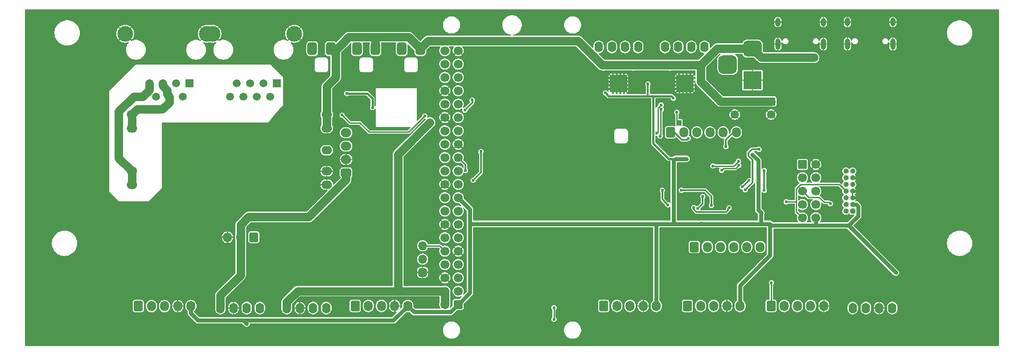
<source format=gbr>
%TF.GenerationSoftware,KiCad,Pcbnew,9.0.4*%
%TF.CreationDate,2025-12-23T11:57:38+01:00*%
%TF.ProjectId,licheerv_nano_base,6c696368-6565-4727-965f-6e616e6f5f62,rev?*%
%TF.SameCoordinates,Original*%
%TF.FileFunction,Copper,L1,Top*%
%TF.FilePolarity,Positive*%
%FSLAX46Y46*%
G04 Gerber Fmt 4.6, Leading zero omitted, Abs format (unit mm)*
G04 Created by KiCad (PCBNEW 9.0.4) date 2025-12-23 11:57:38*
%MOMM*%
%LPD*%
G01*
G04 APERTURE LIST*
G04 Aperture macros list*
%AMRoundRect*
0 Rectangle with rounded corners*
0 $1 Rounding radius*
0 $2 $3 $4 $5 $6 $7 $8 $9 X,Y pos of 4 corners*
0 Add a 4 corners polygon primitive as box body*
4,1,4,$2,$3,$4,$5,$6,$7,$8,$9,$2,$3,0*
0 Add four circle primitives for the rounded corners*
1,1,$1+$1,$2,$3*
1,1,$1+$1,$4,$5*
1,1,$1+$1,$6,$7*
1,1,$1+$1,$8,$9*
0 Add four rect primitives between the rounded corners*
20,1,$1+$1,$2,$3,$4,$5,0*
20,1,$1+$1,$4,$5,$6,$7,0*
20,1,$1+$1,$6,$7,$8,$9,0*
20,1,$1+$1,$8,$9,$2,$3,0*%
G04 Aperture macros list end*
%TA.AperFunction,ComponentPad*%
%ADD10O,2.000000X1.600000*%
%TD*%
%TA.AperFunction,ComponentPad*%
%ADD11RoundRect,0.250000X-0.600000X-0.725000X0.600000X-0.725000X0.600000X0.725000X-0.600000X0.725000X0*%
%TD*%
%TA.AperFunction,ComponentPad*%
%ADD12O,1.700000X1.950000*%
%TD*%
%TA.AperFunction,ComponentPad*%
%ADD13O,1.600000X2.000000*%
%TD*%
%TA.AperFunction,ComponentPad*%
%ADD14RoundRect,0.300000X0.200000X0.200000X-0.200000X0.200000X-0.200000X-0.200000X0.200000X-0.200000X0*%
%TD*%
%TA.AperFunction,ComponentPad*%
%ADD15O,1.000000X1.000000*%
%TD*%
%TA.AperFunction,ComponentPad*%
%ADD16RoundRect,0.250000X-0.600000X-0.600000X0.600000X-0.600000X0.600000X0.600000X-0.600000X0.600000X0*%
%TD*%
%TA.AperFunction,ComponentPad*%
%ADD17C,1.700000*%
%TD*%
%TA.AperFunction,ComponentPad*%
%ADD18RoundRect,0.425000X0.575000X0.425000X-0.575000X0.425000X-0.575000X-0.425000X0.575000X-0.425000X0*%
%TD*%
%TA.AperFunction,ComponentPad*%
%ADD19O,2.000000X1.700000*%
%TD*%
%TA.AperFunction,ComponentPad*%
%ADD20R,1.500000X1.500000*%
%TD*%
%TA.AperFunction,ComponentPad*%
%ADD21C,1.500000*%
%TD*%
%TA.AperFunction,ComponentPad*%
%ADD22C,3.000000*%
%TD*%
%TA.AperFunction,ComponentPad*%
%ADD23RoundRect,0.450000X0.450000X0.750000X-0.450000X0.750000X-0.450000X-0.750000X0.450000X-0.750000X0*%
%TD*%
%TA.AperFunction,ComponentPad*%
%ADD24R,3.500000X3.500000*%
%TD*%
%TA.AperFunction,ComponentPad*%
%ADD25RoundRect,0.750000X-1.000000X0.750000X-1.000000X-0.750000X1.000000X-0.750000X1.000000X0.750000X0*%
%TD*%
%TA.AperFunction,ComponentPad*%
%ADD26RoundRect,0.875000X-0.875000X0.875000X-0.875000X-0.875000X0.875000X-0.875000X0.875000X0.875000X0*%
%TD*%
%TA.AperFunction,ComponentPad*%
%ADD27RoundRect,0.500000X0.350000X0.350000X-0.350000X0.350000X-0.350000X-0.350000X0.350000X-0.350000X0*%
%TD*%
%TA.AperFunction,ComponentPad*%
%ADD28O,1.700000X1.700000*%
%TD*%
%TA.AperFunction,ComponentPad*%
%ADD29RoundRect,0.250000X0.600000X0.675000X-0.600000X0.675000X-0.600000X-0.675000X0.600000X-0.675000X0*%
%TD*%
%TA.AperFunction,ComponentPad*%
%ADD30O,1.700000X1.850000*%
%TD*%
%TA.AperFunction,ComponentPad*%
%ADD31RoundRect,0.250000X-0.550000X0.550000X-0.550000X-0.550000X0.550000X-0.550000X0.550000X0.550000X0*%
%TD*%
%TA.AperFunction,ComponentPad*%
%ADD32C,1.600000*%
%TD*%
%TA.AperFunction,ComponentPad*%
%ADD33O,1.000000X1.600000*%
%TD*%
%TA.AperFunction,ComponentPad*%
%ADD34O,1.000000X2.100000*%
%TD*%
%TA.AperFunction,ComponentPad*%
%ADD35R,1.000000X1.000000*%
%TD*%
%TA.AperFunction,HeatsinkPad*%
%ADD36C,0.500000*%
%TD*%
%TA.AperFunction,HeatsinkPad*%
%ADD37R,3.300000X3.300000*%
%TD*%
%TA.AperFunction,ComponentPad*%
%ADD38RoundRect,0.250000X0.600000X0.600000X-0.600000X0.600000X-0.600000X-0.600000X0.600000X-0.600000X0*%
%TD*%
%TA.AperFunction,ViaPad*%
%ADD39C,0.600000*%
%TD*%
%TA.AperFunction,ViaPad*%
%ADD40C,1.200000*%
%TD*%
%TA.AperFunction,Conductor*%
%ADD41C,0.400000*%
%TD*%
%TA.AperFunction,Conductor*%
%ADD42C,0.250000*%
%TD*%
%TA.AperFunction,Conductor*%
%ADD43C,0.300000*%
%TD*%
%TA.AperFunction,Conductor*%
%ADD44C,1.600000*%
%TD*%
%TA.AperFunction,Conductor*%
%ADD45C,0.800000*%
%TD*%
%TA.AperFunction,Conductor*%
%ADD46C,0.600000*%
%TD*%
G04 APERTURE END LIST*
D10*
%TO.P,U7,1,VIN+*%
%TO.N,+48V*%
X27800000Y-70550000D03*
%TO.P,U7,2,VIN+*%
X27800000Y-73100000D03*
%TO.P,U7,3,VIN-*%
%TO.N,GND1*%
X27800000Y-81300000D03*
%TO.P,U7,4,VIN-*%
X27800000Y-83850000D03*
%TO.P,U7,5,VOUT-*%
%TO.N,GND*%
X64800000Y-83850000D03*
%TO.P,U7,6,VOUT-*%
X64800000Y-81300000D03*
%TO.P,U7,7,VADJ*%
%TO.N,unconnected-(U7-VADJ-Pad7)*%
X64800000Y-77320000D03*
%TO.P,U7,8,VOUT+*%
%TO.N,5-24V*%
X64800000Y-73100000D03*
%TO.P,U7,9,VOUT+*%
X64800000Y-70550000D03*
%TD*%
D11*
%TO.P,J5,1,Pin_1*%
%TO.N,i2c*%
X117400000Y-106900000D03*
D12*
%TO.P,J5,2,Pin_2*%
%TO.N,i2d*%
X119900000Y-106900000D03*
%TO.P,J5,3,Pin_3*%
%TO.N,INT_TOF2*%
X122400000Y-106900000D03*
%TO.P,J5,4,Pin_4*%
%TO.N,GND*%
X124900000Y-106900000D03*
%TO.P,J5,5,Pin_5*%
%TO.N,+3V3*%
X127400000Y-106900000D03*
%TD*%
D11*
%TO.P,J4,1,Pin_1*%
%TO.N,i1c*%
X70200000Y-106900000D03*
D12*
%TO.P,J4,2,Pin_2*%
%TO.N,i1d*%
X72700000Y-106900000D03*
%TO.P,J4,3,Pin_3*%
%TO.N,INT_TOF1*%
X75200000Y-106900000D03*
%TO.P,J4,4,Pin_4*%
%TO.N,GND*%
X77700000Y-106900000D03*
%TO.P,J4,5,Pin_5*%
%TO.N,+3V3*%
X80200000Y-106900000D03*
%TD*%
D13*
%TO.P,J17,1,Pin_1*%
%TO.N,+9V*%
X44600000Y-107300000D03*
%TO.P,J17,2,Pin_2*%
%TO.N,GND*%
X47100000Y-107300000D03*
%TO.P,J17,3,Pin_3*%
%TO.N,ROBOT_RXD*%
X49600000Y-107300000D03*
%TO.P,J17,4,Pin_4*%
%TO.N,ROBOT_TXD*%
X52100000Y-107300000D03*
%TD*%
D11*
%TO.P,J6,1,Pin_1*%
%TO.N,SCL*%
X29000000Y-106927500D03*
D12*
%TO.P,J6,2,Pin_2*%
%TO.N,SDA*%
X31500000Y-106927500D03*
%TO.P,J6,3,Pin_3*%
%TO.N,INT_RGB*%
X34000000Y-106927500D03*
%TO.P,J6,4,Pin_4*%
%TO.N,GND*%
X36500000Y-106927500D03*
%TO.P,J6,5,Pin_5*%
%TO.N,+3V3*%
X39000000Y-106927500D03*
%TD*%
D13*
%TO.P,J7,1,Pin_1*%
%TO.N,Net-(J7-Pin_1)*%
X123950000Y-57672500D03*
%TO.P,J7,2,Pin_2*%
%TO.N,Net-(J7-Pin_2)*%
X121450000Y-57672500D03*
%TO.P,J7,3,Pin_3*%
%TO.N,Net-(J7-Pin_3)*%
X118950000Y-57672500D03*
%TO.P,J7,4,Pin_4*%
%TO.N,Net-(J7-Pin_4)*%
X116450000Y-57672500D03*
%TD*%
D14*
%TO.P,J21,1,NC*%
%TO.N,unconnected-(J21-NC-Pad1)*%
X164670000Y-88880000D03*
D15*
%TO.P,J21,2,NC*%
%TO.N,unconnected-(J21-NC-Pad2)*%
X163400000Y-88880000D03*
%TO.P,J21,3,VCC*%
%TO.N,+3V3*%
X164670000Y-87610000D03*
%TO.P,J21,4,JTMS/SWDIO*%
%TO.N,SWDIO*%
X163400000Y-87610000D03*
%TO.P,J21,5,GND*%
%TO.N,GND*%
X164670000Y-86340000D03*
%TO.P,J21,6,JCLK/SWCLK*%
%TO.N,SWCLK*%
X163400000Y-86340000D03*
%TO.P,J21,7,GND*%
%TO.N,GND*%
X164670000Y-85070000D03*
%TO.P,J21,8,JTDO/SWO*%
%TO.N,SWO*%
X163400000Y-85070000D03*
%TO.P,J21,9,JRCLK/NC*%
%TO.N,unconnected-(J21-JRCLK{slash}NC-Pad9)*%
X164670000Y-83800000D03*
%TO.P,J21,10,JTDI/NC*%
%TO.N,unconnected-(J21-JTDI{slash}NC-Pad10)*%
X163400000Y-83800000D03*
%TO.P,J21,11,GNDDetect*%
%TO.N,GND*%
X164670000Y-82530000D03*
%TO.P,J21,12,~{RST}*%
%TO.N,STM32_RESET*%
X163400000Y-82530000D03*
%TO.P,J21,13,VCP_RX*%
%TO.N,STM32BOOT_RXD*%
X164670000Y-81260000D03*
%TO.P,J21,14,VCP_TX*%
%TO.N,STM32BOOT_TXD*%
X163400000Y-81260000D03*
%TD*%
D16*
%TO.P,J18,1,Pin_1*%
%TO.N,unconnected-(J18-Pin_1-Pad1)*%
X155147500Y-80020000D03*
D17*
%TO.P,J18,2,Pin_2*%
%TO.N,GND*%
X157687500Y-80020000D03*
%TO.P,J18,3,Pin_3*%
%TO.N,unconnected-(J18-Pin_3-Pad3)*%
X155147500Y-82560000D03*
%TO.P,J18,4,Pin_4*%
%TO.N,STM32BOOT_RXD*%
X157687500Y-82560000D03*
%TO.P,J18,5,Pin_5*%
%TO.N,SWDIO*%
X155147500Y-85100000D03*
%TO.P,J18,6,Pin_6*%
%TO.N,STM32BOOT_TXD*%
X157687500Y-85100000D03*
%TO.P,J18,7,Pin_7*%
%TO.N,SWCLK*%
X155147500Y-87640000D03*
%TO.P,J18,8,Pin_8*%
%TO.N,STM32_RESET*%
X157687500Y-87640000D03*
%TO.P,J18,9,Pin_9*%
%TO.N,SWO*%
X155147500Y-90180000D03*
%TO.P,J18,10,Pin_10*%
%TO.N,+3V3*%
X157687500Y-90180000D03*
%TD*%
D18*
%TO.P,U4,1,OUT+*%
%TO.N,+9V*%
X68467500Y-81610000D03*
D19*
%TO.P,U4,2,GND*%
%TO.N,GND*%
X68467500Y-79070000D03*
%TO.P,U4,3,IN+*%
%TO.N,5-24V*%
X68467500Y-76530000D03*
%TO.P,U4,4,EN*%
%TO.N,unconnected-(U4-EN-Pad4)*%
X68467500Y-73990000D03*
%TD*%
D20*
%TO.P,J12,1*%
%TO.N,Net-(J11-Pad1)*%
X55315000Y-64555000D03*
D21*
%TO.P,J12,2*%
%TO.N,Net-(J11-Pad2)*%
X54045000Y-67095000D03*
%TO.P,J12,3*%
%TO.N,Net-(J11-Pad3)*%
X52775000Y-64555000D03*
%TO.P,J12,4*%
%TO.N,unconnected-(J12-Pad4)*%
X51505000Y-67095000D03*
%TO.P,J12,5*%
%TO.N,unconnected-(J12-Pad5)*%
X50235000Y-64555000D03*
%TO.P,J12,6*%
%TO.N,Net-(J11-Pad6)*%
X48965000Y-67095000D03*
%TO.P,J12,7*%
%TO.N,unconnected-(J12-Pad7)*%
X47695000Y-64555000D03*
%TO.P,J12,8*%
%TO.N,unconnected-(J12-Pad8)*%
X46425000Y-67095000D03*
D22*
%TO.P,J12,SH*%
%TO.N,GND*%
X58640000Y-55155000D03*
X43100000Y-55155000D03*
%TD*%
D23*
%TO.P,J10,1,Pin_1*%
%TO.N,5-24V*%
X82550000Y-58000000D03*
%TO.P,J10,2,Pin_2*%
%TO.N,Net-(J10-Pin_2)*%
X79050000Y-58000000D03*
%TD*%
D24*
%TO.P,J2,1*%
%TO.N,GND*%
X145657500Y-64000000D03*
D25*
%TO.P,J2,2*%
%TO.N,5-24V*%
X145657500Y-58000000D03*
D26*
%TO.P,J2,3*%
%TO.N,unconnected-(J2-Pad3)*%
X140957500Y-61000000D03*
%TD*%
D23*
%TO.P,J9,1,Pin_1*%
%TO.N,5-24V*%
X65550000Y-58000000D03*
%TO.P,J9,2,Pin_2*%
%TO.N,Net-(J9-Pin_2)*%
X62050000Y-58000000D03*
%TD*%
D11*
%TO.P,J3,1,Pin_1*%
%TO.N,i3c*%
X133300000Y-106900000D03*
D12*
%TO.P,J3,2,Pin_2*%
%TO.N,i3d*%
X135800000Y-106900000D03*
%TO.P,J3,3,Pin_3*%
%TO.N,INT_TOF3*%
X138300000Y-106900000D03*
%TO.P,J3,4,Pin_4*%
%TO.N,GND*%
X140800000Y-106900000D03*
%TO.P,J3,5,Pin_5*%
%TO.N,+3V3*%
X143300000Y-106900000D03*
%TD*%
D13*
%TO.P,J8,1,Pin_1*%
%TO.N,Net-(J8-Pin_1)*%
X136550000Y-57672500D03*
%TO.P,J8,2,Pin_2*%
%TO.N,Net-(J8-Pin_2)*%
X134050000Y-57672500D03*
%TO.P,J8,3,Pin_3*%
%TO.N,Net-(J8-Pin_3)*%
X131550000Y-57672500D03*
%TO.P,J8,4,Pin_4*%
%TO.N,Net-(J8-Pin_4)*%
X129050000Y-57672500D03*
%TD*%
%TO.P,J16,1,Pin_1*%
%TO.N,+5V*%
X57200000Y-107300000D03*
%TO.P,J16,2,Pin_2*%
%TO.N,GND*%
X59700000Y-107300000D03*
%TO.P,J16,3,Pin_3*%
%TO.N,MALIBOTTI_RXD*%
X62200000Y-107300000D03*
%TO.P,J16,4,Pin_4*%
%TO.N,MALIBOTTI_TXD*%
X64700000Y-107300000D03*
%TD*%
D11*
%TO.P,J23,1,Pin_1*%
%TO.N,PB12*%
X130100000Y-73900000D03*
D12*
%TO.P,J23,2,Pin_2*%
%TO.N,PB13*%
X132600000Y-73900000D03*
%TO.P,J23,3,Pin_3*%
%TO.N,T15C1*%
X135100000Y-73900000D03*
%TO.P,J23,4,Pin_4*%
%TO.N,T15C2*%
X137600000Y-73900000D03*
%TO.P,J23,5,Pin_5*%
%TO.N,T8C1*%
X140100000Y-73900000D03*
%TO.P,J23,6,Pin_6*%
%TO.N,T8C2*%
X142600000Y-73900000D03*
%TD*%
D27*
%TO.P,J14,1,Pin_1*%
%TO.N,GND*%
X83000000Y-100540000D03*
D28*
%TO.P,J14,2,Pin_2*%
%TO.N,/RX*%
X83000000Y-98000000D03*
%TO.P,J14,3,Pin_3*%
%TO.N,/TX*%
X83000000Y-95460000D03*
%TD*%
D11*
%TO.P,J24,1,Pin_1*%
%TO.N,T1C4*%
X134600000Y-95700000D03*
D12*
%TO.P,J24,2,Pin_2*%
%TO.N,T1C3*%
X137100000Y-95700000D03*
%TO.P,J24,3,Pin_3*%
%TO.N,T1C2-LU1T*%
X139600000Y-95700000D03*
%TO.P,J24,4,Pin_4*%
%TO.N,T1C1-LU1R*%
X142100000Y-95700000D03*
%TO.P,J24,5,Pin_5*%
%TO.N,PC15*%
X144600000Y-95700000D03*
%TO.P,J24,6,Pin_6*%
%TO.N,PC14*%
X147100000Y-95700000D03*
%TD*%
D29*
%TO.P,J20,1,Pin_1*%
%TO.N,ROBOT_TXD*%
X50950000Y-93850000D03*
D30*
%TO.P,J20,2,Pin_2*%
%TO.N,+9V*%
X48450000Y-93850000D03*
%TO.P,J20,3,Pin_3*%
%TO.N,GND*%
X45950000Y-93850000D03*
%TD*%
D20*
%TO.P,J11,1*%
%TO.N,Net-(J11-Pad1)*%
X38715000Y-64555000D03*
D21*
%TO.P,J11,2*%
%TO.N,Net-(J11-Pad2)*%
X37445000Y-67095000D03*
%TO.P,J11,3*%
%TO.N,Net-(J11-Pad3)*%
X36175000Y-64555000D03*
%TO.P,J11,4*%
%TO.N,+48V*%
X34905000Y-67095000D03*
%TO.P,J11,5*%
X33635000Y-64555000D03*
%TO.P,J11,6*%
%TO.N,Net-(J11-Pad6)*%
X32365000Y-67095000D03*
%TO.P,J11,7*%
%TO.N,GND1*%
X31095000Y-64555000D03*
%TO.P,J11,8*%
X29825000Y-67095000D03*
D22*
%TO.P,J11,SH*%
%TO.N,GND*%
X42040000Y-55155000D03*
X26500000Y-55155000D03*
%TD*%
D11*
%TO.P,J19,1,Pin_1*%
%TO.N,IO1*%
X149200000Y-106900000D03*
D12*
%TO.P,J19,2,Pin_2*%
%TO.N,IO2*%
X151700000Y-106900000D03*
%TO.P,J19,3,Pin_3*%
%TO.N,IO3*%
X154200000Y-106900000D03*
%TO.P,J19,4,Pin_4*%
%TO.N,IO4*%
X156700000Y-106900000D03*
%TO.P,J19,5,Pin_5*%
%TO.N,GND*%
X159200000Y-106900000D03*
%TD*%
D13*
%TO.P,J15,1,Pin_1*%
%TO.N,A+*%
X164700000Y-107300000D03*
%TO.P,J15,2,Pin_2*%
%TO.N,A-*%
X167200000Y-107300000D03*
%TO.P,J15,3,Pin_3*%
%TO.N,GND*%
X169700000Y-107300000D03*
%TO.P,J15,4,Pin_4*%
%TO.N,E+*%
X172200000Y-107300000D03*
%TD*%
D23*
%TO.P,J13,1,Pin_1*%
%TO.N,5-24V*%
X74050000Y-58000000D03*
%TO.P,J13,2,Pin_2*%
%TO.N,Net-(J13-Pin_2)*%
X70550000Y-58000000D03*
%TD*%
D31*
%TO.P,C23,1*%
%TO.N,5-24V*%
X149200000Y-68017620D03*
D32*
%TO.P,C23,2*%
%TO.N,GND*%
X149200000Y-70517620D03*
%TD*%
D33*
%TO.P,J1,S1,SHIELD*%
%TO.N,GND*%
X150480000Y-52950000D03*
D34*
X150480000Y-57130000D03*
D33*
X159120000Y-52950000D03*
D34*
X159120000Y-57130000D03*
%TD*%
D33*
%TO.P,J22,S1,SHIELD*%
%TO.N,GND*%
X163680000Y-52942500D03*
D34*
X163680000Y-57122500D03*
D33*
X172320000Y-52942500D03*
D34*
X172320000Y-57122500D03*
%TD*%
D35*
%TO.P,TP1,1,1*%
%TO.N,STEPPER_UART*%
X131700000Y-72100000D03*
%TD*%
D36*
%TO.P,U5,29,PAD*%
%TO.N,GND*%
X121600000Y-66000000D03*
X121600000Y-65300000D03*
X121600000Y-64600000D03*
X121600000Y-63900000D03*
X121600000Y-63200000D03*
X120900000Y-66000000D03*
X120900000Y-65300000D03*
X120900000Y-64600000D03*
X120900000Y-63900000D03*
X120900000Y-63200000D03*
X120200000Y-66000000D03*
X120200000Y-65300000D03*
X120200000Y-64600000D03*
D37*
X120200000Y-64600000D03*
D36*
X120200000Y-63900000D03*
X120200000Y-63200000D03*
X119500000Y-66000000D03*
X119500000Y-65300000D03*
X119500000Y-64600000D03*
X119500000Y-63900000D03*
X119500000Y-63200000D03*
X118800000Y-66000000D03*
X118800000Y-65300000D03*
X118800000Y-64600000D03*
X118800000Y-63900000D03*
X118800000Y-63200000D03*
%TD*%
%TO.P,U6,29,PAD*%
%TO.N,GND*%
X134200000Y-66000000D03*
X134200000Y-65300000D03*
X134200000Y-64600000D03*
X134200000Y-63900000D03*
X134200000Y-63200000D03*
X133500000Y-66000000D03*
X133500000Y-65300000D03*
X133500000Y-64600000D03*
X133500000Y-63900000D03*
X133500000Y-63200000D03*
X132800000Y-66000000D03*
X132800000Y-65300000D03*
X132800000Y-64600000D03*
D37*
X132800000Y-64600000D03*
D36*
X132800000Y-63900000D03*
X132800000Y-63200000D03*
X132100000Y-66000000D03*
X132100000Y-65300000D03*
X132100000Y-64600000D03*
X132100000Y-63900000D03*
X132100000Y-63200000D03*
X131400000Y-66000000D03*
X131400000Y-65300000D03*
X131400000Y-64600000D03*
X131400000Y-63900000D03*
X131400000Y-63200000D03*
%TD*%
D31*
%TO.P,C24,1*%
%TO.N,5-24V*%
X142300000Y-68017620D03*
D32*
%TO.P,C24,2*%
%TO.N,GND*%
X142300000Y-70517620D03*
%TD*%
D38*
%TO.P,X1,1,3V3*%
%TO.N,+3V3*%
X89770000Y-106630000D03*
D17*
%TO.P,X1,2,5V*%
%TO.N,+5V*%
X87230000Y-106630000D03*
%TO.P,X1,3,G1A0/U3R/PU!*%
%TO.N,MALIBOTTI_TXD*%
X89770000Y-104090000D03*
%TO.P,X1,4,5V*%
%TO.N,+5V*%
X87230000Y-104090000D03*
%TO.P,X1,5,G1A1/U3T/PU!*%
%TO.N,MALIBOTTI_RXD*%
X89770000Y-101550000D03*
%TO.P,X1,6,GND*%
%TO.N,GND*%
X87230000Y-101550000D03*
%TO.P,X1,7,G3C4/-/-/PWM14_M0*%
%TO.N,Conveyor_PWM*%
X89770000Y-99010000D03*
%TO.P,X1,8,U2T*%
%TO.N,/RX*%
X87230000Y-99010000D03*
%TO.P,X1,9,GND*%
%TO.N,GND*%
X89770000Y-96470000D03*
%TO.P,X1,10,U2R*%
%TO.N,/TX*%
X87230000Y-96470000D03*
%TO.P,X1,11,GPIO3_A1*%
%TO.N,unconnected-(X1-GPIO3_A1-Pad11)*%
X89770000Y-93930000D03*
%TO.P,X1,12,G3A3*%
%TO.N,STM32_BOOT*%
X87230000Y-93930000D03*
%TO.P,X1,13,G3A2/-/-/I2S3_MCLK*%
%TO.N,STM32_RESET*%
X89770000Y-91390000D03*
%TO.P,X1,14,GND*%
%TO.N,GND*%
X87230000Y-91390000D03*
%TO.P,X1,15,G3B0*%
%TO.N,INT_RGB*%
X89770000Y-88850000D03*
%TO.P,X1,16,G3B1/U4R/PWM8*%
%TO.N,ROBOT_TXD*%
X87230000Y-88850000D03*
%TO.P,X1,17,3V3*%
%TO.N,+3V3*%
X89770000Y-86310000D03*
%TO.P,X1,18,G3B2/U4T/PWM9*%
%TO.N,ROBOT_RXD*%
X87230000Y-86310000D03*
%TO.P,X1,19,G4C3/S3MOSI/I3S_SCLK/PWM15*%
%TO.N,SPI1_MOSI*%
X89770000Y-83770000D03*
%TO.P,X1,20,GND*%
%TO.N,GND*%
X87230000Y-83770000D03*
%TO.P,X1,21,G4C5/S3_MISO/I3S_SDO/PWM12/U9T*%
%TO.N,SPI1_MISO*%
X89770000Y-81230000D03*
%TO.P,X1,22,G3C1/-/-/-/I1S_SDO2*%
%TO.N,SPI1_NSS*%
X87230000Y-81230000D03*
%TO.P,X1,23,G4C2/S3_CLK/I3S_MCLK/PWM14*%
%TO.N,SPI1_SCK*%
X89770000Y-78690000D03*
%TO.P,X1,24,G4C6/S3_CS0/PWM13/U9R/I3S_SDI*%
%TO.N,Compressor_PWM*%
X87230000Y-78690000D03*
%TO.P,X1,25,GND*%
%TO.N,GND*%
X89770000Y-76150000D03*
%TO.P,X1,26,NC*%
%TO.N,unconnected-(X1-NC-Pad26)*%
X87230000Y-76150000D03*
%TO.P,X1,27,G4B2/-/I2S_SDI/I4C_SDA/PU!*%
%TO.N,SDA*%
X89770000Y-73610000D03*
%TO.P,X1,28,G4B3/-/-/I4C_SCL/I2S_SDO/PU!*%
%TO.N,SCL*%
X87230000Y-73610000D03*
%TO.P,X1,29,G3B3/-/-/I5C_SCL*%
%TO.N,unconnected-(X1-G3B3{slash}-{slash}-{slash}I5C_SCL-Pad29)*%
X89770000Y-71070000D03*
%TO.P,X1,30,GND*%
%TO.N,GND*%
X87230000Y-71070000D03*
%TO.P,X1,31,G3B4/-/-/I5C_SSDA*%
%TO.N,unconnected-(X1-G3B4{slash}-{slash}-{slash}I5C_SSDA-Pad31)*%
X89770000Y-68530000D03*
%TO.P,X1,32,G3C2/U5T/-/-/I2S_SDO3*%
%TO.N,STM32BOOT_RXD*%
X87230000Y-68530000D03*
%TO.P,X1,33,G3C3/-/I1S_SCLK/-/U5R*%
%TO.N,STM32BOOT_TXD*%
X89770000Y-65990000D03*
%TO.P,X1,34,GND*%
%TO.N,GND*%
X87230000Y-65990000D03*
%TO.P,X1,35,G3A4/-/I3S_LRCK*%
%TO.N,unconnected-(X1-G3A4{slash}-{slash}I3S_LRCK-Pad35)*%
X89770000Y-63450000D03*
%TO.P,X1,36,G3A7*%
%TO.N,Valve*%
X87230000Y-63450000D03*
%TO.P,X1,37,G1A4/-/I1S_SCLK*%
%TO.N,unconnected-(X1-G1A4{slash}-{slash}I1S_SCLK-Pad37)*%
X89770000Y-60910000D03*
%TO.P,X1,38,G3A6/-/-/-/I3S_SDI*%
%TO.N,unconnected-(X1-G3A6{slash}-{slash}-{slash}-{slash}I3S_SDI-Pad38)*%
X87230000Y-60910000D03*
%TO.P,X1,39,GND*%
%TO.N,GND*%
X89770000Y-58370000D03*
%TO.P,X1,40,G3A5/-/-/-/I3S_SDO*%
%TO.N,unconnected-(X1-G3A5{slash}-{slash}-{slash}-{slash}I3S_SDO-Pad40)*%
X87230000Y-58370000D03*
%TD*%
D39*
%TO.N,GND*%
X143500000Y-81100000D03*
X123400000Y-77800000D03*
X130100000Y-69300000D03*
X129300000Y-70600000D03*
X125800000Y-68400000D03*
X119400000Y-70600000D03*
X117900000Y-71400000D03*
X117600000Y-69700000D03*
X127200000Y-80000000D03*
X151500000Y-79900000D03*
X163800000Y-66700000D03*
X159400000Y-72000000D03*
X154500000Y-75700000D03*
X167300000Y-62500000D03*
X168700000Y-62400000D03*
X169600000Y-61100000D03*
%TO.N,USB_VSENSE*%
X144292942Y-84810148D03*
X146900000Y-77130000D03*
%TO.N,5-24V*%
X123000000Y-60700000D03*
X129250000Y-60700000D03*
X123000000Y-61700000D03*
X117400000Y-60700000D03*
X135600000Y-61700000D03*
X117400000Y-61700000D03*
X136350000Y-60700000D03*
X139044196Y-67455804D03*
X152350000Y-59700000D03*
X116650000Y-60700000D03*
X123750000Y-60700000D03*
X130000000Y-60700000D03*
X126500001Y-60808998D03*
X157350000Y-59700000D03*
X135600000Y-60700000D03*
X130000000Y-61700000D03*
%TO.N,+5V*%
X83400000Y-70800000D03*
X84400000Y-72050000D03*
X67725000Y-70625000D03*
%TO.N,STM32_RESET*%
X143741397Y-84258603D03*
X134507372Y-88187958D03*
X145020002Y-83075061D03*
X141220000Y-88227938D03*
%TO.N,+3V3*%
X172895000Y-100572500D03*
X130619000Y-67400000D03*
X147319764Y-89219764D03*
X145608739Y-78091261D03*
X125800000Y-64700000D03*
X136050714Y-91200714D03*
X117737500Y-66400000D03*
X133161149Y-78938851D03*
X49590380Y-110280000D03*
%TO.N,Conveyor_PWM*%
X92600000Y-83000000D03*
X94080096Y-77558904D03*
%TO.N,i1c*%
X136200000Y-86100000D03*
X135258000Y-88400000D03*
%TO.N,i3c*%
X147900000Y-84945000D03*
X147895125Y-81180000D03*
%TO.N,STEPPER_UART*%
X131300000Y-70100000D03*
%TO.N,STM32_BOOT*%
X107950000Y-109442000D03*
X107950000Y-107220000D03*
%TO.N,PB12*%
X133456723Y-75047679D03*
%TO.N,SPI1_SCK*%
X91150000Y-81160000D03*
%TO.N,Stepper2_Step*%
X127480000Y-74100000D03*
X128305000Y-68700000D03*
%TO.N,SWDIO*%
X160475300Y-87480300D03*
%TO.N,Compressor_PWM*%
X91025000Y-69675000D03*
X92426211Y-67755257D03*
%TO.N,STM32BOOT_TXD*%
X132142151Y-84907277D03*
X137850000Y-87800000D03*
X139792082Y-81105360D03*
X143036741Y-80191636D03*
%TO.N,STM32BOOT_RXD*%
X129600000Y-87680000D03*
X142997169Y-79375607D03*
X128529046Y-84920000D03*
X138142647Y-80292647D03*
%TO.N,T8C2*%
X140600000Y-76600000D03*
%TO.N,GND*%
X66700000Y-65400000D03*
X124800000Y-70500000D03*
X133100000Y-113500000D03*
X175250000Y-104272500D03*
X167600000Y-70300000D03*
X140450000Y-82250000D03*
X120400000Y-68300000D03*
X85800000Y-105500000D03*
X83500000Y-82800000D03*
X160000000Y-78000000D03*
X161800000Y-85500000D03*
X97450000Y-86200000D03*
X168350000Y-102372500D03*
X120200000Y-53400000D03*
X148400000Y-88800000D03*
X28600000Y-113300000D03*
X124700000Y-53300000D03*
X56000000Y-61500000D03*
X118000000Y-113400000D03*
X80750000Y-96900000D03*
X159300000Y-84700000D03*
X130350000Y-100700000D03*
X160500000Y-89300000D03*
X112800000Y-75400000D03*
X168700000Y-88400000D03*
X132000000Y-55400000D03*
X71950000Y-51900000D03*
X52500000Y-110800000D03*
X135300000Y-54200000D03*
X63900000Y-58300000D03*
X143100000Y-66100000D03*
D40*
X135600000Y-68800000D03*
D39*
X68250000Y-54700000D03*
X170000000Y-73600000D03*
X93600000Y-113100000D03*
X57500000Y-65000000D03*
X38000000Y-92600000D03*
X115000000Y-55900000D03*
X59500000Y-58100000D03*
X75200000Y-100250000D03*
X137200000Y-53500000D03*
D40*
X135300000Y-51600000D03*
D39*
X76700000Y-51600000D03*
X154950000Y-69000000D03*
X124800000Y-55500000D03*
X166450000Y-113772500D03*
X120900000Y-110700000D03*
X173800000Y-69100000D03*
X117900000Y-67700000D03*
X142100000Y-84150000D03*
X104500000Y-110000000D03*
X120250000Y-89750000D03*
X91400000Y-77700000D03*
X158700000Y-59200000D03*
X164050000Y-102272500D03*
X74950000Y-96250000D03*
X85900000Y-53450000D03*
X67000000Y-71400000D03*
X108400000Y-69300000D03*
X66900000Y-72900000D03*
D40*
X130200000Y-51600000D03*
D39*
X157600000Y-77700000D03*
X139950000Y-83950000D03*
X102100000Y-95600000D03*
X74450000Y-90400000D03*
X130300000Y-54200000D03*
X57300000Y-68200000D03*
X145000000Y-87000000D03*
X56500000Y-111000000D03*
X133500000Y-55300000D03*
X90900000Y-102800000D03*
X141500000Y-83300000D03*
X171250000Y-59100000D03*
X107500000Y-113500000D03*
X100000000Y-82700000D03*
D40*
X129400000Y-68300000D03*
D39*
X76350000Y-64300000D03*
X65550000Y-96350000D03*
X108750000Y-82950000D03*
X75850000Y-102200000D03*
X173950000Y-111572500D03*
X49800000Y-113600000D03*
X135935671Y-92535671D03*
D40*
X127500000Y-51100000D03*
D39*
X133150000Y-96000000D03*
X68300000Y-61400000D03*
X172300000Y-63200000D03*
D40*
X117700000Y-51500000D03*
D39*
X144400000Y-80900000D03*
X132100000Y-53400000D03*
X151150000Y-61850000D03*
X107800000Y-89700000D03*
X155000000Y-61450000D03*
X143500000Y-86350000D03*
X55200000Y-113400000D03*
X135900000Y-72200000D03*
X134720626Y-79379671D03*
X106650000Y-86650000D03*
D40*
X122700000Y-51500000D03*
D39*
X125200000Y-75100000D03*
X27500000Y-92500000D03*
X100100000Y-113600000D03*
X95600000Y-55100000D03*
X73400000Y-72500000D03*
X138500000Y-63300000D03*
X119500000Y-55500000D03*
X82100000Y-64900000D03*
X92700000Y-110400000D03*
X138500000Y-64200000D03*
X124800000Y-80000000D03*
X144300000Y-110600000D03*
X134700000Y-77900000D03*
X69150000Y-92050000D03*
X132800000Y-51700000D03*
X135050000Y-103550000D03*
X146000000Y-93400000D03*
X143900000Y-98700000D03*
X106400000Y-60500000D03*
X133900000Y-100100000D03*
X97300000Y-75100000D03*
X172500000Y-83000000D03*
X80800000Y-58500000D03*
X153700000Y-79400000D03*
X38000000Y-98800000D03*
X139100000Y-102000000D03*
X140150000Y-87950000D03*
X56100000Y-98300000D03*
X138850000Y-87800000D03*
X171400000Y-68000000D03*
X80150000Y-101800000D03*
X98000000Y-60900000D03*
X78600000Y-113300000D03*
D40*
X138100000Y-51700000D03*
D39*
X159100000Y-63300000D03*
X120900000Y-53000000D03*
X63300000Y-65000000D03*
X171050000Y-102372500D03*
X153800000Y-94500000D03*
X137200000Y-55700000D03*
X136200000Y-82550000D03*
X69200000Y-53800000D03*
X111850000Y-95850000D03*
X72300000Y-58000000D03*
X120900000Y-99600000D03*
X129800000Y-104200000D03*
X83800000Y-64500000D03*
X139400000Y-85650000D03*
X170050000Y-114072500D03*
X116887996Y-64896547D03*
X115050000Y-86900000D03*
X50800000Y-74500000D03*
X98100000Y-101100000D03*
X55500000Y-83300000D03*
X35300000Y-113100000D03*
X144450000Y-82200000D03*
X80550000Y-99050000D03*
X91300000Y-65600000D03*
X148800000Y-77900000D03*
X34100000Y-109300000D03*
X90600000Y-113800000D03*
X104100000Y-76000000D03*
X111200000Y-102700000D03*
X60900000Y-68100000D03*
X134100000Y-89400000D03*
X91700000Y-106900000D03*
X122400000Y-59700000D03*
X158900000Y-66300000D03*
D40*
X125500000Y-51900000D03*
X133100000Y-69800000D03*
D39*
X75050000Y-92450000D03*
X127600000Y-63500000D03*
X43100000Y-100700000D03*
X83700000Y-106800000D03*
X42400000Y-79200000D03*
X67050000Y-97750000D03*
X141450000Y-85150000D03*
X132800000Y-68200000D03*
X82100000Y-106200000D03*
X85400000Y-62300000D03*
X173850000Y-107472500D03*
X70600000Y-60100000D03*
X114500000Y-65700000D03*
X127900000Y-55100000D03*
X27300000Y-108900000D03*
X72450000Y-98300000D03*
X120200000Y-86550000D03*
X148500000Y-89500000D03*
X81700000Y-91300000D03*
X74400000Y-111400000D03*
X153400000Y-82200000D03*
X137300000Y-79550000D03*
X127400000Y-57600000D03*
X156300000Y-113000000D03*
X165500000Y-78200000D03*
X34500000Y-72900000D03*
X115800000Y-52600000D03*
X76500000Y-61400000D03*
X71900000Y-86900000D03*
X97400000Y-92800000D03*
X127500000Y-53000000D03*
X70600000Y-80500000D03*
X32600000Y-87300000D03*
X38700000Y-110500000D03*
X127400000Y-83000000D03*
X100600000Y-66600000D03*
X115500000Y-63900000D03*
X123000000Y-69500000D03*
X94650000Y-51250000D03*
X141000000Y-100800000D03*
X83400000Y-109600000D03*
X75400000Y-83100000D03*
X71500000Y-68200000D03*
X138500000Y-65100000D03*
X134800000Y-92800000D03*
X117700000Y-83050000D03*
X69300000Y-72800000D03*
X83800000Y-92800000D03*
X93300000Y-83650000D03*
X113650000Y-106350000D03*
X129600000Y-110500000D03*
X126200000Y-113200000D03*
X141500000Y-92600000D03*
X60500000Y-93000000D03*
X56400000Y-79200000D03*
X96400000Y-111100000D03*
D40*
X114700000Y-53500000D03*
D39*
X155300000Y-64850000D03*
X130500000Y-59700000D03*
X163350000Y-113672500D03*
X120900000Y-55500000D03*
X69600000Y-113600000D03*
X44700000Y-90700000D03*
X61000000Y-113600000D03*
X80550000Y-52350000D03*
X117900000Y-77800000D03*
X173100000Y-94100000D03*
X85100000Y-66300000D03*
X83300000Y-69000000D03*
X79100000Y-60100000D03*
X125700000Y-63000000D03*
X138600000Y-94200000D03*
X61700000Y-78100000D03*
X71100000Y-69200000D03*
X73200000Y-76700000D03*
X156500000Y-99600000D03*
X77100000Y-60100000D03*
X91400000Y-59400000D03*
X161300000Y-82600000D03*
X138400000Y-69200000D03*
X23300000Y-113900000D03*
X141700000Y-112900000D03*
X67600000Y-65100000D03*
X71000000Y-102050000D03*
X146900000Y-102600000D03*
X127200000Y-65100000D03*
X85400000Y-70200000D03*
X67600000Y-72100000D03*
X130400000Y-62400000D03*
X76500000Y-57850000D03*
X68800000Y-59000000D03*
X78600000Y-75300000D03*
X91950000Y-78950000D03*
X73900000Y-73200000D03*
X138700000Y-79500000D03*
X129300000Y-65000000D03*
X143600000Y-87900000D03*
X84300000Y-74000000D03*
X66800000Y-53200000D03*
X159300000Y-81200000D03*
X80300000Y-82300000D03*
X77500000Y-54000000D03*
X83400000Y-74900000D03*
X173450000Y-113872500D03*
X69400000Y-71200000D03*
D40*
X108500000Y-65700000D03*
D39*
X152200000Y-109800000D03*
X42000000Y-113700000D03*
X150300000Y-113100000D03*
X114500000Y-63200000D03*
X165450000Y-110772500D03*
X125500000Y-56400000D03*
X99300000Y-104350000D03*
X164750000Y-59100000D03*
X168450000Y-111472500D03*
X119500000Y-53000000D03*
X73400000Y-71300000D03*
X163300000Y-74200000D03*
X66600000Y-111300000D03*
X81450000Y-78800000D03*
X136700000Y-70500000D03*
X57200000Y-93600000D03*
X50100000Y-59400000D03*
X142000000Y-75400000D03*
X149900000Y-65600000D03*
X122700000Y-54100000D03*
X65900000Y-51350000D03*
X85600000Y-79600000D03*
X125600000Y-54100000D03*
X81900000Y-87000000D03*
X71100000Y-67200000D03*
X145200000Y-88500000D03*
X61600000Y-100300000D03*
X162500000Y-90400000D03*
X117900000Y-59700000D03*
X148874517Y-58403910D03*
X64250000Y-101000000D03*
X124500000Y-69100000D03*
X26700000Y-101200000D03*
X90650000Y-54650000D03*
X133700000Y-53300000D03*
X161300000Y-109500000D03*
X73650000Y-53550000D03*
X45400000Y-111000000D03*
X69900000Y-95350000D03*
X125550000Y-104650000D03*
X85200000Y-58300000D03*
X104550000Y-103400000D03*
X141500000Y-93700000D03*
X136700000Y-111100000D03*
X144700000Y-85800000D03*
X62100000Y-60100000D03*
X85550000Y-90750000D03*
X162950000Y-105772500D03*
X172700000Y-78000000D03*
X72400000Y-67700000D03*
X135100000Y-59700000D03*
X165000000Y-69200000D03*
%TO.N,IO1*%
X149259000Y-102474503D03*
%TO.N,/psu/SW*%
X68600000Y-66500000D03*
X73500000Y-69200000D03*
%TO.N,SWO*%
X152085470Y-87114530D03*
%TO.N,GND*%
X130700000Y-75900000D03*
%TO.N,Stepper2_Dir*%
X128105000Y-74621875D03*
X128340023Y-69520577D03*
%TO.N,GND*%
X125200000Y-74000000D03*
X132500000Y-76600000D03*
X129500000Y-82300000D03*
%TD*%
D41*
%TO.N,+3V3*%
X126800000Y-68500000D02*
X126800000Y-76000000D01*
D42*
%TO.N,Stepper2_Dir*%
X128105000Y-74371591D02*
X128200000Y-74276591D01*
X128105000Y-74621875D02*
X128105000Y-74371591D01*
X128200000Y-74276591D02*
X128200000Y-69660600D01*
X128200000Y-69660600D02*
X128340023Y-69520577D01*
%TO.N,Stepper2_Step*%
X127700000Y-69305000D02*
X128305000Y-68700000D01*
X127700000Y-73880000D02*
X127700000Y-69305000D01*
X127480000Y-74100000D02*
X127700000Y-73880000D01*
D41*
%TO.N,+3V3*%
X129738851Y-78938851D02*
X131000000Y-78938851D01*
X126800000Y-76000000D02*
X129738851Y-78938851D01*
X126800000Y-67250000D02*
X126800000Y-68500000D01*
X127050000Y-67000000D02*
X126800000Y-67250000D01*
D43*
%TO.N,USB_VSENSE*%
X145651002Y-79167314D02*
X145651002Y-83452088D01*
X144877739Y-78394051D02*
X145651002Y-79167314D01*
X145536210Y-77130000D02*
X144877739Y-77788471D01*
X145651002Y-83452088D02*
X144292942Y-84810148D01*
X146900000Y-77130000D02*
X145536210Y-77130000D01*
X144877739Y-77788471D02*
X144877739Y-78394051D01*
%TO.N,STM32_RESET*%
X134507372Y-88541741D02*
X134507372Y-88187958D01*
X134996631Y-89031000D02*
X134507372Y-88541741D01*
X140669000Y-89031000D02*
X134996631Y-89031000D01*
X141019321Y-88428617D02*
X141019321Y-88680679D01*
X141220000Y-88227938D02*
X141019321Y-88428617D01*
X141019321Y-88680679D02*
X140669000Y-89031000D01*
D44*
%TO.N,GND1*%
X31095000Y-64555000D02*
X31095000Y-65825000D01*
X28105000Y-67095000D02*
X25300000Y-69900000D01*
X27800000Y-83850000D02*
X27800000Y-81300000D01*
X31095000Y-65825000D02*
X29825000Y-67095000D01*
X25300000Y-69900000D02*
X25300000Y-78800000D01*
X29825000Y-67095000D02*
X28105000Y-67095000D01*
X25300000Y-78800000D02*
X27800000Y-81300000D01*
%TO.N,5-24V*%
X135822214Y-61119000D02*
X117131000Y-61119000D01*
X135822214Y-64233822D02*
X139044196Y-67455804D01*
X138941214Y-58000000D02*
X135822214Y-61119000D01*
X64800000Y-65200000D02*
X66500000Y-63500000D01*
X74050000Y-58000000D02*
X74050000Y-55869000D01*
X145657500Y-58000000D02*
X147357500Y-59700000D01*
X64800000Y-70550000D02*
X64800000Y-65200000D01*
X117131000Y-61119000D02*
X112551000Y-56539000D01*
X68981000Y-55819000D02*
X74000000Y-55819000D01*
X152350000Y-59700000D02*
X157350000Y-59700000D01*
X66500000Y-63500000D02*
X66500000Y-58300000D01*
X147357500Y-59700000D02*
X152350000Y-59700000D01*
X139044196Y-67455804D02*
X139606012Y-68017620D01*
X64800000Y-73100000D02*
X64800000Y-70550000D01*
X74000000Y-55819000D02*
X80369000Y-55819000D01*
X67650000Y-57150000D02*
X68981000Y-55819000D01*
X80369000Y-55819000D02*
X82550000Y-58000000D01*
X135822214Y-61119000D02*
X135822214Y-64233822D01*
X66500000Y-58300000D02*
X67650000Y-57150000D01*
X145657500Y-58000000D02*
X138941214Y-58000000D01*
X67650000Y-57150000D02*
X67200000Y-57600000D01*
X112551000Y-56539000D02*
X84011000Y-56539000D01*
X74050000Y-55869000D02*
X74000000Y-55819000D01*
X139606012Y-68017620D02*
X149200000Y-68017620D01*
X84011000Y-56539000D02*
X82550000Y-58000000D01*
%TO.N,+48V*%
X34905000Y-68195000D02*
X33600000Y-69500000D01*
X33635000Y-65035000D02*
X34500000Y-65900000D01*
X34905000Y-67095000D02*
X34905000Y-68195000D01*
X27800000Y-73100000D02*
X27800000Y-70550000D01*
X28850000Y-69500000D02*
X27800000Y-70550000D01*
X33635000Y-64555000D02*
X33635000Y-65035000D01*
X34500000Y-66690000D02*
X34905000Y-67095000D01*
X34500000Y-65900000D02*
X34500000Y-66690000D01*
X33600000Y-69500000D02*
X28850000Y-69500000D01*
%TO.N,+5V*%
X87230000Y-104090000D02*
X78350000Y-104090000D01*
X87230000Y-106630000D02*
X87230000Y-104090000D01*
X78350000Y-104090000D02*
X59260000Y-104090000D01*
D42*
X71100000Y-72100000D02*
X72850000Y-73850000D01*
X72850000Y-73850000D02*
X80350000Y-73850000D01*
X80350000Y-73850000D02*
X83400000Y-70800000D01*
X69200000Y-72100000D02*
X71100000Y-72100000D01*
D44*
X59260000Y-104090000D02*
X57200000Y-106150000D01*
X78350000Y-78100000D02*
X84400000Y-72050000D01*
D42*
X67725000Y-70625000D02*
X69200000Y-72100000D01*
D44*
X78350000Y-104090000D02*
X78350000Y-78100000D01*
X57200000Y-106150000D02*
X57200000Y-107300000D01*
D42*
%TO.N,STM32_RESET*%
X143741397Y-84258603D02*
X144924939Y-83075061D01*
X144924939Y-83075061D02*
X145020002Y-83075061D01*
D45*
%TO.N,+3V3*%
X131500000Y-91300000D02*
X136450000Y-91300000D01*
X92000000Y-95500000D02*
X92000000Y-91500000D01*
X130700000Y-90954078D02*
X130700000Y-79238851D01*
X165377106Y-87610000D02*
X164670000Y-87610000D01*
X131500000Y-91300000D02*
X131045922Y-91300000D01*
X147319764Y-89219764D02*
X147300000Y-89239528D01*
X127400000Y-106900000D02*
X127400000Y-91300000D01*
X97100000Y-91300000D02*
X92200000Y-91300000D01*
X92000000Y-91500000D02*
X92000000Y-88540000D01*
X165751000Y-87983894D02*
X165377106Y-87610000D01*
X149311000Y-91611000D02*
X156256500Y-91611000D01*
X39000000Y-108298740D02*
X39000000Y-106927500D01*
D41*
X129300000Y-67000000D02*
X130219000Y-67000000D01*
D45*
X127400000Y-91300000D02*
X97100000Y-91300000D01*
X40350630Y-109649370D02*
X46600000Y-109649370D01*
X163933500Y-91611000D02*
X165751000Y-89793500D01*
X157700000Y-91611000D02*
X157687500Y-91598500D01*
X147319764Y-89219764D02*
X146744764Y-88644764D01*
X165751000Y-89793500D02*
X165751000Y-87983894D01*
D43*
X125800000Y-64700000D02*
X125800000Y-67000000D01*
D45*
X149000000Y-91300000D02*
X149311000Y-91611000D01*
X84300000Y-108061000D02*
X81361000Y-108061000D01*
X92000000Y-88540000D02*
X89770000Y-86310000D01*
X149000000Y-97295923D02*
X149000000Y-91300000D01*
X157687500Y-91598500D02*
X157687500Y-90180000D01*
X131045922Y-91300000D02*
X130700000Y-90954078D01*
X40350630Y-109649370D02*
X39000000Y-108298740D01*
X156256500Y-91611000D02*
X157700000Y-91611000D01*
X92200000Y-91300000D02*
X92000000Y-91500000D01*
X143300000Y-102995923D02*
X149000000Y-97295923D01*
X92000000Y-101550000D02*
X92000000Y-95500000D01*
X130700000Y-79238851D02*
X131000000Y-78938851D01*
X46600000Y-109649370D02*
X48959750Y-109649370D01*
X136450000Y-91300000D02*
X143300000Y-91300000D01*
X81361000Y-108061000D02*
X80200000Y-106900000D01*
X146744764Y-88644764D02*
X146744764Y-79227285D01*
X77450630Y-109649370D02*
X80200000Y-106900000D01*
X46600000Y-109649370D02*
X77450630Y-109649370D01*
X84300000Y-108061000D02*
X88339000Y-108061000D01*
X131500000Y-91300000D02*
X127400000Y-91300000D01*
X48959750Y-109649370D02*
X49590380Y-110280000D01*
D41*
X127050000Y-67000000D02*
X125800000Y-67000000D01*
D45*
X146800000Y-91300000D02*
X149000000Y-91300000D01*
X92000000Y-101550000D02*
X92000000Y-104400000D01*
X143300000Y-91300000D02*
X146800000Y-91300000D01*
X163933500Y-91611000D02*
X172895000Y-100572500D01*
X88339000Y-108061000D02*
X89770000Y-106630000D01*
D41*
X127050000Y-67000000D02*
X129300000Y-67000000D01*
D45*
X147300000Y-91300000D02*
X146800000Y-91300000D01*
X131000000Y-78938851D02*
X133161149Y-78938851D01*
X146744764Y-79227285D02*
X145608739Y-78091261D01*
X143300000Y-106900000D02*
X143300000Y-102995923D01*
D41*
X125800000Y-67000000D02*
X118337500Y-67000000D01*
X118337500Y-67000000D02*
X117737500Y-66400000D01*
D45*
X92000000Y-104400000D02*
X89770000Y-106630000D01*
D41*
X130219000Y-67000000D02*
X130619000Y-67400000D01*
D45*
X157700000Y-91611000D02*
X163933500Y-91611000D01*
X147300000Y-89239528D02*
X147300000Y-91300000D01*
D43*
%TO.N,Conveyor_PWM*%
X92600000Y-83000000D02*
X94080096Y-81519904D01*
X94080096Y-81519904D02*
X94080096Y-77558904D01*
%TO.N,i1c*%
X135258000Y-88400000D02*
X136200000Y-87458000D01*
X136200000Y-87458000D02*
X136200000Y-86100000D01*
%TO.N,i3c*%
X147895125Y-84586000D02*
X147895125Y-81180000D01*
X147900000Y-84590875D02*
X147895125Y-84586000D01*
X147900000Y-84945000D02*
X147900000Y-84590875D01*
D42*
%TO.N,/TX*%
X86220000Y-95460000D02*
X83000000Y-95460000D01*
X87230000Y-96470000D02*
X86220000Y-95460000D01*
D44*
%TO.N,+9V*%
X44600000Y-104900000D02*
X48450000Y-101050000D01*
X61359357Y-90009357D02*
X68467500Y-82901214D01*
X44600000Y-107300000D02*
X44600000Y-104900000D01*
X49915643Y-90009357D02*
X48450000Y-91475000D01*
X48450000Y-101050000D02*
X48450000Y-93850000D01*
X48450000Y-91475000D02*
X48450000Y-93850000D01*
X68467500Y-82901214D02*
X68467500Y-81610000D01*
X61359357Y-90009357D02*
X49915643Y-90009357D01*
D42*
%TO.N,STEPPER_UART*%
X131300000Y-70100000D02*
X131300000Y-71700000D01*
X131300000Y-71700000D02*
X131700000Y-72100000D01*
%TO.N,STM32_BOOT*%
X107950000Y-109442000D02*
X107950000Y-107220000D01*
D43*
%TO.N,PB12*%
X133456723Y-75047679D02*
X133204402Y-75300000D01*
X130804814Y-73900000D02*
X130100000Y-73900000D01*
X132204814Y-75300000D02*
X130804814Y-73900000D01*
X133204402Y-75300000D02*
X132204814Y-75300000D01*
%TO.N,SPI1_SCK*%
X91150000Y-81160000D02*
X91150000Y-80070000D01*
X91150000Y-80070000D02*
X89770000Y-78690000D01*
D42*
%TO.N,SWDIO*%
X156303500Y-86256000D02*
X155147500Y-85100000D01*
X158313014Y-86256000D02*
X156303500Y-86256000D01*
X160195000Y-87200000D02*
X159257014Y-87200000D01*
X159257014Y-87200000D02*
X158313014Y-86256000D01*
X160475300Y-87480300D02*
X160195000Y-87200000D01*
D43*
%TO.N,Compressor_PWM*%
X92450000Y-67779046D02*
X92426211Y-67755257D01*
X91025000Y-69675000D02*
X92450000Y-68250000D01*
X92450000Y-68250000D02*
X92450000Y-67779046D01*
%TO.N,STM32BOOT_TXD*%
X137850000Y-87800000D02*
X137850000Y-86050000D01*
D42*
X140166442Y-80731000D02*
X142497377Y-80731000D01*
X142497377Y-80731000D02*
X143036741Y-80191636D01*
D43*
X136707277Y-84907277D02*
X132142151Y-84907277D01*
D42*
X139792082Y-81105360D02*
X140166442Y-80731000D01*
D43*
X137850000Y-86050000D02*
X136707277Y-84907277D01*
%TO.N,STM32BOOT_RXD*%
X129580000Y-87680000D02*
X128529046Y-86629046D01*
X128529046Y-86629046D02*
X128529046Y-84920000D01*
X129600000Y-87680000D02*
X129580000Y-87680000D01*
D42*
X142997169Y-79375607D02*
X142080129Y-80292647D01*
X142080129Y-80292647D02*
X138142647Y-80292647D01*
D43*
%TO.N,T8C2*%
X140600000Y-76600000D02*
X140600000Y-75300000D01*
X140600000Y-75300000D02*
X142000000Y-73900000D01*
X142000000Y-73900000D02*
X142600000Y-73900000D01*
%TO.N,GND*%
X135064329Y-92535671D02*
X134800000Y-92800000D01*
D46*
X164670000Y-85070000D02*
X165730000Y-85070000D01*
D43*
X134720626Y-79379671D02*
X134720626Y-79629374D01*
D46*
X164670000Y-82530000D02*
X165770000Y-82530000D01*
X165800000Y-82500000D02*
X165770000Y-82530000D01*
D43*
X135935671Y-92535671D02*
X135064329Y-92535671D01*
X134720626Y-79629374D02*
X134500000Y-79850000D01*
D46*
X165730000Y-85070000D02*
X165800000Y-85000000D01*
X165940000Y-86340000D02*
X166100000Y-86500000D01*
X164670000Y-86340000D02*
X165940000Y-86340000D01*
D43*
X144150000Y-87000000D02*
X143500000Y-86350000D01*
X145000000Y-87000000D02*
X144150000Y-87000000D01*
D42*
%TO.N,IO1*%
X149259000Y-102474503D02*
X149200000Y-102533503D01*
X149200000Y-102533503D02*
X149200000Y-106900000D01*
D41*
%TO.N,/psu/SW*%
X73500000Y-67500000D02*
X73500000Y-69200000D01*
X72500000Y-66500000D02*
X73500000Y-67500000D01*
X68600000Y-66500000D02*
X72500000Y-66500000D01*
D42*
%TO.N,SWO*%
X153991500Y-87114530D02*
X153991500Y-85700000D01*
X153991500Y-89024000D02*
X153991500Y-85700000D01*
X153991500Y-84621169D02*
X154812669Y-83800000D01*
X162130000Y-83800000D02*
X163400000Y-85070000D01*
X154812669Y-83800000D02*
X162130000Y-83800000D01*
X153991500Y-85700000D02*
X153991500Y-84621169D01*
X152085470Y-87114530D02*
X153991500Y-87114530D01*
X155147500Y-90180000D02*
X153991500Y-89024000D01*
%TD*%
%TA.AperFunction,Conductor*%
%TO.N,GND*%
G36*
X162012356Y-84144407D02*
G01*
X162024169Y-84154496D01*
X162690483Y-84820810D01*
X162718260Y-84875327D01*
X162717577Y-84910128D01*
X162699500Y-85001004D01*
X162699500Y-85001007D01*
X162699500Y-85138993D01*
X162725470Y-85269554D01*
X162726420Y-85274327D01*
X162726420Y-85274329D01*
X162779222Y-85401806D01*
X162779228Y-85401817D01*
X162855671Y-85516220D01*
X162855886Y-85516542D01*
X162953458Y-85614114D01*
X162966286Y-85622685D01*
X163004165Y-85670735D01*
X163006567Y-85731873D01*
X162972574Y-85782747D01*
X162966293Y-85787309D01*
X162958247Y-85792686D01*
X162953458Y-85795886D01*
X162953454Y-85795889D01*
X162855885Y-85893458D01*
X162779228Y-86008182D01*
X162779222Y-86008193D01*
X162726420Y-86135670D01*
X162726420Y-86135672D01*
X162699500Y-86271004D01*
X162699500Y-86408995D01*
X162706662Y-86445000D01*
X162725470Y-86539554D01*
X162726420Y-86544327D01*
X162726420Y-86544329D01*
X162779222Y-86671806D01*
X162779228Y-86671817D01*
X162853380Y-86782792D01*
X162855886Y-86786542D01*
X162953458Y-86884114D01*
X162966286Y-86892685D01*
X163004165Y-86940735D01*
X163006567Y-87001873D01*
X162972574Y-87052747D01*
X162966293Y-87057309D01*
X162953458Y-87065886D01*
X162953454Y-87065889D01*
X162855885Y-87163458D01*
X162779228Y-87278182D01*
X162779222Y-87278193D01*
X162726420Y-87405670D01*
X162726420Y-87405672D01*
X162699500Y-87541004D01*
X162699500Y-87678995D01*
X162726420Y-87814327D01*
X162726420Y-87814329D01*
X162779222Y-87941806D01*
X162779228Y-87941817D01*
X162839131Y-88031467D01*
X162855886Y-88056542D01*
X162953458Y-88154114D01*
X162966286Y-88162685D01*
X163004165Y-88210735D01*
X163006567Y-88271873D01*
X162972574Y-88322747D01*
X162966293Y-88327309D01*
X162953458Y-88335886D01*
X162953454Y-88335889D01*
X162855885Y-88433458D01*
X162779228Y-88548182D01*
X162779222Y-88548193D01*
X162726420Y-88675670D01*
X162726420Y-88675672D01*
X162699500Y-88811004D01*
X162699500Y-88948995D01*
X162726420Y-89084327D01*
X162726420Y-89084329D01*
X162779222Y-89211806D01*
X162779228Y-89211817D01*
X162855885Y-89326541D01*
X162953458Y-89424114D01*
X163068182Y-89500771D01*
X163068193Y-89500777D01*
X163115283Y-89520282D01*
X163195672Y-89553580D01*
X163331007Y-89580500D01*
X163331008Y-89580500D01*
X163468992Y-89580500D01*
X163468993Y-89580500D01*
X163604328Y-89553580D01*
X163731811Y-89500775D01*
X163846542Y-89424114D01*
X163912077Y-89358578D01*
X163966590Y-89330803D01*
X164027022Y-89340374D01*
X164061331Y-89369255D01*
X164102399Y-89424114D01*
X164112454Y-89437546D01*
X164112457Y-89437548D01*
X164112458Y-89437549D01*
X164227670Y-89523797D01*
X164362511Y-89574089D01*
X164362512Y-89574089D01*
X164362517Y-89574091D01*
X164422127Y-89580500D01*
X164875757Y-89580499D01*
X164933948Y-89599406D01*
X164969912Y-89648906D01*
X164969912Y-89710091D01*
X164945761Y-89749503D01*
X163713761Y-90981504D01*
X163659244Y-91009281D01*
X163643757Y-91010500D01*
X158580793Y-91010500D01*
X158522602Y-90991593D01*
X158486638Y-90942093D01*
X158486638Y-90880907D01*
X158501325Y-90854066D01*
X158500775Y-90853699D01*
X158545679Y-90786495D01*
X158618441Y-90677598D01*
X158697630Y-90486420D01*
X158738000Y-90283465D01*
X158738000Y-90076535D01*
X158697630Y-89873580D01*
X158618441Y-89682402D01*
X158503477Y-89510345D01*
X158357155Y-89364023D01*
X158357151Y-89364020D01*
X158185097Y-89249058D01*
X157993918Y-89169869D01*
X157790967Y-89129500D01*
X157790965Y-89129500D01*
X157584035Y-89129500D01*
X157584032Y-89129500D01*
X157381081Y-89169869D01*
X157189902Y-89249058D01*
X157017848Y-89364020D01*
X156871520Y-89510348D01*
X156756558Y-89682402D01*
X156677369Y-89873581D01*
X156637000Y-90076532D01*
X156637000Y-90283467D01*
X156677369Y-90486418D01*
X156756558Y-90677597D01*
X156874225Y-90853699D01*
X156873010Y-90854510D01*
X156893035Y-90905670D01*
X156877588Y-90964873D01*
X156830292Y-91003690D01*
X156794207Y-91010500D01*
X156040793Y-91010500D01*
X155982602Y-90991593D01*
X155946638Y-90942093D01*
X155946638Y-90880907D01*
X155961325Y-90854066D01*
X155960775Y-90853699D01*
X156005679Y-90786495D01*
X156078441Y-90677598D01*
X156157630Y-90486420D01*
X156198000Y-90283465D01*
X156198000Y-90076535D01*
X156157630Y-89873580D01*
X156078441Y-89682402D01*
X155963477Y-89510345D01*
X155817155Y-89364023D01*
X155817151Y-89364020D01*
X155645097Y-89249058D01*
X155453918Y-89169869D01*
X155250967Y-89129500D01*
X155250965Y-89129500D01*
X155044035Y-89129500D01*
X155044032Y-89129500D01*
X154841080Y-89169870D01*
X154841078Y-89169870D01*
X154730096Y-89215840D01*
X154669099Y-89220640D01*
X154622207Y-89194380D01*
X154345996Y-88918169D01*
X154318219Y-88863652D01*
X154317000Y-88848165D01*
X154317000Y-88533292D01*
X154335907Y-88475101D01*
X154385407Y-88439137D01*
X154446593Y-88439137D01*
X154473431Y-88453827D01*
X154473801Y-88453275D01*
X154615851Y-88548189D01*
X154649902Y-88570941D01*
X154841080Y-88650130D01*
X155044035Y-88690500D01*
X155044036Y-88690500D01*
X155250964Y-88690500D01*
X155250965Y-88690500D01*
X155453920Y-88650130D01*
X155645098Y-88570941D01*
X155817155Y-88455977D01*
X155963477Y-88309655D01*
X156078441Y-88137598D01*
X156157630Y-87946420D01*
X156198000Y-87743465D01*
X156198000Y-87536535D01*
X156157630Y-87333580D01*
X156078441Y-87142402D01*
X155963477Y-86970345D01*
X155817155Y-86824023D01*
X155817151Y-86824020D01*
X155645097Y-86709058D01*
X155453918Y-86629869D01*
X155250967Y-86589500D01*
X155250965Y-86589500D01*
X155044035Y-86589500D01*
X155044032Y-86589500D01*
X154841081Y-86629869D01*
X154649902Y-86709058D01*
X154473801Y-86826725D01*
X154472989Y-86825510D01*
X154421830Y-86845535D01*
X154362627Y-86830088D01*
X154323810Y-86782792D01*
X154317000Y-86746707D01*
X154317000Y-85993292D01*
X154335907Y-85935101D01*
X154385407Y-85899137D01*
X154446593Y-85899137D01*
X154473431Y-85913827D01*
X154473801Y-85913275D01*
X154615851Y-86008189D01*
X154649902Y-86030941D01*
X154841080Y-86110130D01*
X155044035Y-86150500D01*
X155044036Y-86150500D01*
X155250964Y-86150500D01*
X155250965Y-86150500D01*
X155453920Y-86110130D01*
X155564905Y-86064157D01*
X155625898Y-86059357D01*
X155672789Y-86085616D01*
X156103638Y-86516465D01*
X156103640Y-86516466D01*
X156103642Y-86516468D01*
X156177857Y-86559316D01*
X156177855Y-86559316D01*
X156177859Y-86559317D01*
X156177861Y-86559318D01*
X156260647Y-86581500D01*
X157054447Y-86581500D01*
X157112638Y-86600407D01*
X157148602Y-86649907D01*
X157148602Y-86711093D01*
X157112638Y-86760593D01*
X157109448Y-86762816D01*
X157017848Y-86824020D01*
X156871520Y-86970348D01*
X156756558Y-87142402D01*
X156677369Y-87333581D01*
X156637000Y-87536532D01*
X156637000Y-87743467D01*
X156677369Y-87946418D01*
X156756558Y-88137597D01*
X156865406Y-88300500D01*
X156871523Y-88309655D01*
X157017845Y-88455977D01*
X157189902Y-88570941D01*
X157381080Y-88650130D01*
X157584035Y-88690500D01*
X157584036Y-88690500D01*
X157790964Y-88690500D01*
X157790965Y-88690500D01*
X157993920Y-88650130D01*
X158185098Y-88570941D01*
X158357155Y-88455977D01*
X158503477Y-88309655D01*
X158618441Y-88137598D01*
X158697630Y-87946420D01*
X158738000Y-87743465D01*
X158738000Y-87536535D01*
X158703534Y-87363263D01*
X158703772Y-87361249D01*
X158702851Y-87359440D01*
X158707347Y-87331048D01*
X158710726Y-87302506D01*
X158712104Y-87301015D01*
X158712422Y-87299008D01*
X158732745Y-87278685D01*
X158752258Y-87257576D01*
X158754251Y-87257179D01*
X158755687Y-87255744D01*
X158784063Y-87251249D01*
X158812268Y-87245639D01*
X158814113Y-87246489D01*
X158816119Y-87246172D01*
X158841728Y-87259220D01*
X158867833Y-87271255D01*
X158870635Y-87273949D01*
X158996546Y-87399859D01*
X158996547Y-87399859D01*
X158996549Y-87399862D01*
X159057152Y-87460465D01*
X159076577Y-87471680D01*
X159102791Y-87486815D01*
X159102790Y-87486815D01*
X159128462Y-87501636D01*
X159131376Y-87503318D01*
X159131378Y-87503318D01*
X159131379Y-87503319D01*
X159172768Y-87514409D01*
X159214158Y-87525500D01*
X159214160Y-87525501D01*
X159214161Y-87525501D01*
X159305930Y-87525501D01*
X159305946Y-87525500D01*
X159893290Y-87525500D01*
X159951481Y-87544407D01*
X159987445Y-87593907D01*
X159988914Y-87598868D01*
X160004170Y-87655806D01*
X160008909Y-87673490D01*
X160074796Y-87787609D01*
X160074798Y-87787611D01*
X160074800Y-87787614D01*
X160167986Y-87880800D01*
X160167988Y-87880801D01*
X160167990Y-87880803D01*
X160282110Y-87946690D01*
X160282108Y-87946690D01*
X160282112Y-87946691D01*
X160282114Y-87946692D01*
X160409408Y-87980800D01*
X160409410Y-87980800D01*
X160541190Y-87980800D01*
X160541192Y-87980800D01*
X160668486Y-87946692D01*
X160668488Y-87946690D01*
X160668490Y-87946690D01*
X160782609Y-87880803D01*
X160782609Y-87880802D01*
X160782614Y-87880800D01*
X160875800Y-87787614D01*
X160890850Y-87761547D01*
X160941690Y-87673490D01*
X160941690Y-87673488D01*
X160941692Y-87673486D01*
X160975800Y-87546192D01*
X160975800Y-87414408D01*
X160941692Y-87287114D01*
X160941690Y-87287111D01*
X160941690Y-87287109D01*
X160875803Y-87172990D01*
X160875801Y-87172988D01*
X160875800Y-87172986D01*
X160782614Y-87079800D01*
X160782611Y-87079798D01*
X160782609Y-87079796D01*
X160668489Y-87013909D01*
X160668491Y-87013909D01*
X160616580Y-87000000D01*
X160541192Y-86979800D01*
X160541190Y-86979800D01*
X160476134Y-86979800D01*
X160417943Y-86960893D01*
X160406136Y-86950809D01*
X160394862Y-86939535D01*
X160394859Y-86939533D01*
X160394857Y-86939531D01*
X160320642Y-86896683D01*
X160320644Y-86896683D01*
X160288521Y-86888076D01*
X160237853Y-86874500D01*
X160237851Y-86874500D01*
X159432848Y-86874500D01*
X159374657Y-86855593D01*
X159362844Y-86845504D01*
X158957470Y-86440130D01*
X158512876Y-85995535D01*
X158512873Y-85995533D01*
X158475448Y-85973925D01*
X158434507Y-85928455D01*
X158428113Y-85867604D01*
X158454944Y-85818187D01*
X158503477Y-85769655D01*
X158618441Y-85597598D01*
X158697630Y-85406420D01*
X158738000Y-85203465D01*
X158738000Y-84996535D01*
X158697630Y-84793580D01*
X158618441Y-84602402D01*
X158503477Y-84430345D01*
X158367633Y-84294501D01*
X158339858Y-84239987D01*
X158349429Y-84179555D01*
X158392694Y-84136290D01*
X158437639Y-84125500D01*
X161954165Y-84125500D01*
X162012356Y-84144407D01*
G37*
%TD.AperFunction*%
%TA.AperFunction,Conductor*%
G36*
X164775000Y-86031670D02*
G01*
X164712787Y-86015000D01*
X164627213Y-86015000D01*
X164565000Y-86031670D01*
X164565000Y-85378329D01*
X164627213Y-85395000D01*
X164712787Y-85395000D01*
X164775000Y-85378329D01*
X164775000Y-86031670D01*
G37*
%TD.AperFunction*%
%TA.AperFunction,Conductor*%
G36*
X192458691Y-50519407D02*
G01*
X192494655Y-50568907D01*
X192499500Y-50599500D01*
X192499500Y-114400500D01*
X192480593Y-114458691D01*
X192431093Y-114494655D01*
X192400500Y-114499500D01*
X7599500Y-114499500D01*
X7541309Y-114480593D01*
X7505345Y-114431093D01*
X7500500Y-114400500D01*
X7500500Y-111372066D01*
X86874500Y-111372066D01*
X86874500Y-111627933D01*
X86914525Y-111880636D01*
X86914526Y-111880639D01*
X86993590Y-112123975D01*
X87109748Y-112351947D01*
X87260138Y-112558942D01*
X87441058Y-112739862D01*
X87648053Y-112890252D01*
X87876025Y-113006410D01*
X88119361Y-113085474D01*
X88220444Y-113101484D01*
X88372067Y-113125500D01*
X88372070Y-113125500D01*
X88627933Y-113125500D01*
X88754284Y-113105487D01*
X88880639Y-113085474D01*
X89123975Y-113006410D01*
X89351947Y-112890252D01*
X89558942Y-112739862D01*
X89739862Y-112558942D01*
X89890252Y-112351947D01*
X90006410Y-112123975D01*
X90085474Y-111880639D01*
X90125500Y-111627930D01*
X90125500Y-111372070D01*
X90125500Y-111372066D01*
X109874500Y-111372066D01*
X109874500Y-111627933D01*
X109914525Y-111880636D01*
X109914526Y-111880639D01*
X109993590Y-112123975D01*
X110109748Y-112351947D01*
X110260138Y-112558942D01*
X110441058Y-112739862D01*
X110648053Y-112890252D01*
X110876025Y-113006410D01*
X111119361Y-113085474D01*
X111220444Y-113101484D01*
X111372067Y-113125500D01*
X111372070Y-113125500D01*
X111627933Y-113125500D01*
X111754284Y-113105487D01*
X111880639Y-113085474D01*
X112123975Y-113006410D01*
X112351947Y-112890252D01*
X112558942Y-112739862D01*
X112739862Y-112558942D01*
X112890252Y-112351947D01*
X113006410Y-112123975D01*
X113085474Y-111880639D01*
X113125500Y-111627930D01*
X113125500Y-111372070D01*
X113125500Y-111372066D01*
X113085474Y-111119363D01*
X113085474Y-111119361D01*
X113006410Y-110876025D01*
X112890252Y-110648053D01*
X112739862Y-110441058D01*
X112558942Y-110260138D01*
X112351947Y-110109748D01*
X112351946Y-110109747D01*
X112351944Y-110109746D01*
X112123973Y-109993589D01*
X111880636Y-109914525D01*
X111627933Y-109874500D01*
X111627930Y-109874500D01*
X111372070Y-109874500D01*
X111372067Y-109874500D01*
X111119363Y-109914525D01*
X110876026Y-109993589D01*
X110648055Y-110109746D01*
X110620324Y-110129894D01*
X110441058Y-110260138D01*
X110260138Y-110441058D01*
X110208756Y-110511780D01*
X110109746Y-110648055D01*
X109993589Y-110876026D01*
X109914525Y-111119363D01*
X109874500Y-111372066D01*
X90125500Y-111372066D01*
X90085474Y-111119363D01*
X90085474Y-111119361D01*
X90006410Y-110876025D01*
X89890252Y-110648053D01*
X89739862Y-110441058D01*
X89558942Y-110260138D01*
X89351947Y-110109748D01*
X89351946Y-110109747D01*
X89351944Y-110109746D01*
X89123973Y-109993589D01*
X88880636Y-109914525D01*
X88627933Y-109874500D01*
X88627930Y-109874500D01*
X88372070Y-109874500D01*
X88372067Y-109874500D01*
X88119363Y-109914525D01*
X87876026Y-109993589D01*
X87648055Y-110109746D01*
X87620324Y-110129894D01*
X87441058Y-110260138D01*
X87260138Y-110441058D01*
X87208756Y-110511780D01*
X87109746Y-110648055D01*
X86993589Y-110876026D01*
X86914525Y-111119363D01*
X86874500Y-111372066D01*
X7500500Y-111372066D01*
X7500500Y-106148225D01*
X27949500Y-106148225D01*
X27949500Y-107706774D01*
X27952353Y-107737194D01*
X27952355Y-107737203D01*
X27997207Y-107865383D01*
X28077845Y-107974644D01*
X28077847Y-107974646D01*
X28077850Y-107974650D01*
X28077853Y-107974652D01*
X28077855Y-107974654D01*
X28187116Y-108055292D01*
X28187117Y-108055292D01*
X28187118Y-108055293D01*
X28315301Y-108100146D01*
X28345725Y-108102999D01*
X28345727Y-108103000D01*
X28345734Y-108103000D01*
X29654273Y-108103000D01*
X29654273Y-108102999D01*
X29684699Y-108100146D01*
X29812882Y-108055293D01*
X29922150Y-107974650D01*
X30002793Y-107865382D01*
X30047646Y-107737199D01*
X30050499Y-107706773D01*
X30050500Y-107706773D01*
X30050500Y-106699032D01*
X30449500Y-106699032D01*
X30449500Y-107155967D01*
X30489869Y-107358918D01*
X30569058Y-107550097D01*
X30675697Y-107709694D01*
X30684023Y-107722155D01*
X30830345Y-107868477D01*
X31002402Y-107983441D01*
X31193580Y-108062630D01*
X31396535Y-108103000D01*
X31396536Y-108103000D01*
X31603464Y-108103000D01*
X31603465Y-108103000D01*
X31806420Y-108062630D01*
X31997598Y-107983441D01*
X32169655Y-107868477D01*
X32315977Y-107722155D01*
X32430941Y-107550098D01*
X32510130Y-107358920D01*
X32550500Y-107155965D01*
X32550500Y-106699035D01*
X32550499Y-106699032D01*
X32949500Y-106699032D01*
X32949500Y-107155967D01*
X32989869Y-107358918D01*
X33069058Y-107550097D01*
X33175697Y-107709694D01*
X33184023Y-107722155D01*
X33330345Y-107868477D01*
X33502402Y-107983441D01*
X33693580Y-108062630D01*
X33896535Y-108103000D01*
X33896536Y-108103000D01*
X34103464Y-108103000D01*
X34103465Y-108103000D01*
X34306420Y-108062630D01*
X34497598Y-107983441D01*
X34669655Y-107868477D01*
X34815977Y-107722155D01*
X34930941Y-107550098D01*
X35010130Y-107358920D01*
X35050500Y-107155965D01*
X35050500Y-106699081D01*
X35450000Y-106699081D01*
X35450000Y-106822499D01*
X35450001Y-106822500D01*
X36036378Y-106822500D01*
X36025000Y-106864965D01*
X36025000Y-106990035D01*
X36036378Y-107032500D01*
X35450001Y-107032500D01*
X35450000Y-107032501D01*
X35450000Y-107155918D01*
X35490349Y-107358772D01*
X35569501Y-107549860D01*
X35569508Y-107549874D01*
X35684405Y-107721829D01*
X35830670Y-107868094D01*
X36002625Y-107982991D01*
X36002639Y-107982998D01*
X36193723Y-108062148D01*
X36193730Y-108062150D01*
X36395000Y-108102183D01*
X36395000Y-107391121D01*
X36437465Y-107402500D01*
X36562535Y-107402500D01*
X36605000Y-107391121D01*
X36605000Y-108102182D01*
X36806269Y-108062150D01*
X36806276Y-108062148D01*
X36997360Y-107982998D01*
X36997374Y-107982991D01*
X37169329Y-107868094D01*
X37315594Y-107721829D01*
X37430491Y-107549874D01*
X37430498Y-107549860D01*
X37509650Y-107358772D01*
X37549999Y-107155918D01*
X37550000Y-107155913D01*
X37550000Y-107032501D01*
X37549999Y-107032500D01*
X36963622Y-107032500D01*
X36975000Y-106990035D01*
X36975000Y-106864965D01*
X36963622Y-106822500D01*
X37549999Y-106822500D01*
X37550000Y-106822499D01*
X37550000Y-106699085D01*
X37549999Y-106699082D01*
X37549989Y-106699032D01*
X37949500Y-106699032D01*
X37949500Y-107155967D01*
X37989869Y-107358918D01*
X38069058Y-107550097D01*
X38175697Y-107709694D01*
X38184023Y-107722155D01*
X38330345Y-107868477D01*
X38355501Y-107885285D01*
X38393380Y-107933334D01*
X38399500Y-107967601D01*
X38399500Y-108213603D01*
X38399499Y-108213621D01*
X38399499Y-108219683D01*
X38399499Y-108377797D01*
X38432378Y-108500500D01*
X38440424Y-108530529D01*
X38446769Y-108541517D01*
X38446770Y-108541520D01*
X38492414Y-108620577D01*
X38519480Y-108667456D01*
X38631284Y-108779260D01*
X38631286Y-108779261D01*
X39870108Y-110018083D01*
X39870110Y-110018086D01*
X39981914Y-110129890D01*
X39981916Y-110129891D01*
X39981919Y-110129894D01*
X39981918Y-110129894D01*
X40068721Y-110180007D01*
X40068723Y-110180009D01*
X40068724Y-110180009D01*
X40091546Y-110193185D01*
X40118845Y-110208947D01*
X40271572Y-110249870D01*
X40271573Y-110249870D01*
X46520943Y-110249870D01*
X48670007Y-110249870D01*
X48728198Y-110268777D01*
X48740010Y-110278866D01*
X49221664Y-110760519D01*
X49358591Y-110839574D01*
X49358595Y-110839576D01*
X49511319Y-110880499D01*
X49511321Y-110880500D01*
X49511322Y-110880500D01*
X49669438Y-110880500D01*
X49669438Y-110880499D01*
X49822160Y-110839577D01*
X49822161Y-110839577D01*
X49822161Y-110839576D01*
X49822164Y-110839576D01*
X49959096Y-110760519D01*
X50070899Y-110648716D01*
X50149956Y-110511784D01*
X50190880Y-110359057D01*
X50190880Y-110348870D01*
X50209787Y-110290679D01*
X50259287Y-110254715D01*
X50289880Y-110249870D01*
X77365494Y-110249870D01*
X77365510Y-110249871D01*
X77371573Y-110249871D01*
X77529686Y-110249871D01*
X77529687Y-110249871D01*
X77682415Y-110208947D01*
X77732534Y-110180009D01*
X77819346Y-110129890D01*
X77931150Y-110018086D01*
X77931151Y-110018083D01*
X79873283Y-108075950D01*
X79927798Y-108048175D01*
X79962596Y-108048857D01*
X80096535Y-108075500D01*
X80096536Y-108075500D01*
X80303464Y-108075500D01*
X80303465Y-108075500D01*
X80437401Y-108048858D01*
X80498160Y-108056050D01*
X80526717Y-108075952D01*
X80880478Y-108429713D01*
X80880480Y-108429716D01*
X80992284Y-108541520D01*
X80992286Y-108541521D01*
X80992289Y-108541524D01*
X80992288Y-108541524D01*
X81079091Y-108591637D01*
X81079093Y-108591639D01*
X81079094Y-108591639D01*
X81108032Y-108608346D01*
X81129215Y-108620577D01*
X81281943Y-108661501D01*
X81281944Y-108661501D01*
X81446120Y-108661501D01*
X81446136Y-108661500D01*
X84220943Y-108661500D01*
X88253864Y-108661500D01*
X88253880Y-108661501D01*
X88259943Y-108661501D01*
X88418056Y-108661501D01*
X88418057Y-108661501D01*
X88570785Y-108620577D01*
X88620904Y-108591639D01*
X88707716Y-108541520D01*
X88819520Y-108429716D01*
X88819520Y-108429714D01*
X88827670Y-108421565D01*
X88827671Y-108421562D01*
X89539740Y-107709496D01*
X89594256Y-107681719D01*
X89609743Y-107680500D01*
X90424273Y-107680500D01*
X90424273Y-107680499D01*
X90454699Y-107677646D01*
X90582882Y-107632793D01*
X90692150Y-107552150D01*
X90772793Y-107442882D01*
X90817646Y-107314699D01*
X90820499Y-107284273D01*
X90820500Y-107284273D01*
X90820500Y-107154108D01*
X107449500Y-107154108D01*
X107449500Y-107285892D01*
X107461699Y-107331418D01*
X107483609Y-107413190D01*
X107549496Y-107527309D01*
X107549498Y-107527311D01*
X107549500Y-107527314D01*
X107595505Y-107573319D01*
X107623281Y-107627834D01*
X107624500Y-107643321D01*
X107624500Y-109018678D01*
X107605593Y-109076869D01*
X107595504Y-109088681D01*
X107549500Y-109134684D01*
X107549496Y-109134690D01*
X107483609Y-109248809D01*
X107483608Y-109248814D01*
X107449500Y-109376108D01*
X107449500Y-109507892D01*
X107479579Y-109620151D01*
X107483609Y-109635190D01*
X107549496Y-109749309D01*
X107549498Y-109749311D01*
X107549500Y-109749314D01*
X107642686Y-109842500D01*
X107642688Y-109842501D01*
X107642690Y-109842503D01*
X107756810Y-109908390D01*
X107756808Y-109908390D01*
X107756812Y-109908391D01*
X107756814Y-109908392D01*
X107884108Y-109942500D01*
X107884110Y-109942500D01*
X108015890Y-109942500D01*
X108015892Y-109942500D01*
X108143186Y-109908392D01*
X108143188Y-109908390D01*
X108143190Y-109908390D01*
X108257309Y-109842503D01*
X108257309Y-109842502D01*
X108257314Y-109842500D01*
X108350500Y-109749314D01*
X108416392Y-109635186D01*
X108450500Y-109507892D01*
X108450500Y-109376108D01*
X108416392Y-109248814D01*
X108416390Y-109248811D01*
X108416390Y-109248809D01*
X108350503Y-109134690D01*
X108350499Y-109134684D01*
X108304496Y-109088681D01*
X108276719Y-109034164D01*
X108275500Y-109018678D01*
X108275500Y-107643321D01*
X108294407Y-107585130D01*
X108304490Y-107573323D01*
X108350500Y-107527314D01*
X108397460Y-107445977D01*
X108416390Y-107413190D01*
X108416390Y-107413188D01*
X108416392Y-107413186D01*
X108450500Y-107285892D01*
X108450500Y-107154108D01*
X108416392Y-107026814D01*
X108416390Y-107026811D01*
X108416390Y-107026809D01*
X108350503Y-106912690D01*
X108350501Y-106912688D01*
X108350500Y-106912686D01*
X108257314Y-106819500D01*
X108257311Y-106819498D01*
X108257309Y-106819496D01*
X108143189Y-106753609D01*
X108143191Y-106753609D01*
X108093799Y-106740375D01*
X108015892Y-106719500D01*
X107884108Y-106719500D01*
X107806200Y-106740375D01*
X107756809Y-106753609D01*
X107642690Y-106819496D01*
X107549496Y-106912690D01*
X107483609Y-107026809D01*
X107483608Y-107026814D01*
X107449500Y-107154108D01*
X90820500Y-107154108D01*
X90820500Y-106469742D01*
X90839407Y-106411551D01*
X90849490Y-106399744D01*
X91128509Y-106120725D01*
X116349500Y-106120725D01*
X116349500Y-107679274D01*
X116352353Y-107709694D01*
X116352355Y-107709703D01*
X116397207Y-107837883D01*
X116477845Y-107947144D01*
X116477847Y-107947146D01*
X116477850Y-107947150D01*
X116477853Y-107947152D01*
X116477855Y-107947154D01*
X116587116Y-108027792D01*
X116587117Y-108027792D01*
X116587118Y-108027793D01*
X116715301Y-108072646D01*
X116745725Y-108075499D01*
X116745727Y-108075500D01*
X116745734Y-108075500D01*
X118054273Y-108075500D01*
X118054273Y-108075499D01*
X118084699Y-108072646D01*
X118212882Y-108027793D01*
X118322150Y-107947150D01*
X118402793Y-107837882D01*
X118447646Y-107709699D01*
X118450499Y-107679273D01*
X118450500Y-107679273D01*
X118450500Y-106671532D01*
X118849500Y-106671532D01*
X118849500Y-107128467D01*
X118889869Y-107331418D01*
X118969058Y-107522597D01*
X119083805Y-107694329D01*
X119084023Y-107694655D01*
X119230345Y-107840977D01*
X119402402Y-107955941D01*
X119593580Y-108035130D01*
X119796535Y-108075500D01*
X119796536Y-108075500D01*
X120003464Y-108075500D01*
X120003465Y-108075500D01*
X120206420Y-108035130D01*
X120397598Y-107955941D01*
X120569655Y-107840977D01*
X120715977Y-107694655D01*
X120830941Y-107522598D01*
X120910130Y-107331420D01*
X120950500Y-107128465D01*
X120950500Y-106671535D01*
X120950499Y-106671532D01*
X121349500Y-106671532D01*
X121349500Y-107128467D01*
X121389869Y-107331418D01*
X121469058Y-107522597D01*
X121583805Y-107694329D01*
X121584023Y-107694655D01*
X121730345Y-107840977D01*
X121902402Y-107955941D01*
X122093580Y-108035130D01*
X122296535Y-108075500D01*
X122296536Y-108075500D01*
X122503464Y-108075500D01*
X122503465Y-108075500D01*
X122706420Y-108035130D01*
X122897598Y-107955941D01*
X123069655Y-107840977D01*
X123215977Y-107694655D01*
X123330941Y-107522598D01*
X123410130Y-107331420D01*
X123450500Y-107128465D01*
X123450500Y-106671581D01*
X123850000Y-106671581D01*
X123850000Y-106794999D01*
X123850001Y-106795000D01*
X124436378Y-106795000D01*
X124425000Y-106837465D01*
X124425000Y-106962535D01*
X124436378Y-107005000D01*
X123850001Y-107005000D01*
X123850000Y-107005001D01*
X123850000Y-107128418D01*
X123890349Y-107331272D01*
X123969501Y-107522360D01*
X123969508Y-107522374D01*
X124084405Y-107694329D01*
X124230670Y-107840594D01*
X124402625Y-107955491D01*
X124402639Y-107955498D01*
X124593723Y-108034648D01*
X124593730Y-108034650D01*
X124795000Y-108074683D01*
X124795000Y-107363621D01*
X124837465Y-107375000D01*
X124962535Y-107375000D01*
X125005000Y-107363621D01*
X125005000Y-108074682D01*
X125206269Y-108034650D01*
X125206276Y-108034648D01*
X125397360Y-107955498D01*
X125397374Y-107955491D01*
X125569329Y-107840594D01*
X125715594Y-107694329D01*
X125830491Y-107522374D01*
X125830498Y-107522360D01*
X125909650Y-107331272D01*
X125949999Y-107128418D01*
X125950000Y-107128413D01*
X125950000Y-107005001D01*
X125949999Y-107005000D01*
X125363622Y-107005000D01*
X125375000Y-106962535D01*
X125375000Y-106837465D01*
X125363622Y-106795000D01*
X125949999Y-106795000D01*
X125950000Y-106794999D01*
X125950000Y-106671586D01*
X125949999Y-106671581D01*
X125909650Y-106468727D01*
X125830498Y-106277639D01*
X125830491Y-106277625D01*
X125715594Y-106105670D01*
X125569329Y-105959405D01*
X125397374Y-105844508D01*
X125397360Y-105844501D01*
X125206271Y-105765349D01*
X125206272Y-105765349D01*
X125005000Y-105725315D01*
X125005000Y-106436378D01*
X124962535Y-106425000D01*
X124837465Y-106425000D01*
X124795000Y-106436378D01*
X124795000Y-105725315D01*
X124794999Y-105725315D01*
X124593728Y-105765349D01*
X124402639Y-105844501D01*
X124402625Y-105844508D01*
X124230670Y-105959405D01*
X124084405Y-106105670D01*
X123969508Y-106277625D01*
X123969501Y-106277639D01*
X123890349Y-106468727D01*
X123850000Y-106671581D01*
X123450500Y-106671581D01*
X123450500Y-106671535D01*
X123410130Y-106468580D01*
X123330941Y-106277402D01*
X123215977Y-106105345D01*
X123069655Y-105959023D01*
X123069651Y-105959020D01*
X122897597Y-105844058D01*
X122706418Y-105764869D01*
X122503467Y-105724500D01*
X122503465Y-105724500D01*
X122296535Y-105724500D01*
X122296532Y-105724500D01*
X122093581Y-105764869D01*
X121902402Y-105844058D01*
X121730348Y-105959020D01*
X121584020Y-106105348D01*
X121469058Y-106277402D01*
X121389869Y-106468581D01*
X121349500Y-106671532D01*
X120950499Y-106671532D01*
X120910130Y-106468580D01*
X120830941Y-106277402D01*
X120715977Y-106105345D01*
X120569655Y-105959023D01*
X120569651Y-105959020D01*
X120397597Y-105844058D01*
X120206418Y-105764869D01*
X120003467Y-105724500D01*
X120003465Y-105724500D01*
X119796535Y-105724500D01*
X119796532Y-105724500D01*
X119593581Y-105764869D01*
X119402402Y-105844058D01*
X119230348Y-105959020D01*
X119084020Y-106105348D01*
X118969058Y-106277402D01*
X118889869Y-106468581D01*
X118849500Y-106671532D01*
X118450500Y-106671532D01*
X118450500Y-106120727D01*
X118450499Y-106120725D01*
X118448677Y-106101293D01*
X118447646Y-106090301D01*
X118402793Y-105962118D01*
X118370298Y-105918089D01*
X118322154Y-105852855D01*
X118322152Y-105852853D01*
X118322150Y-105852850D01*
X118322146Y-105852847D01*
X118322144Y-105852845D01*
X118212883Y-105772207D01*
X118084703Y-105727355D01*
X118084694Y-105727353D01*
X118054274Y-105724500D01*
X118054266Y-105724500D01*
X116745734Y-105724500D01*
X116745725Y-105724500D01*
X116715305Y-105727353D01*
X116715296Y-105727355D01*
X116587116Y-105772207D01*
X116477855Y-105852845D01*
X116477845Y-105852855D01*
X116397207Y-105962116D01*
X116352355Y-106090296D01*
X116352353Y-106090305D01*
X116349500Y-106120725D01*
X91128509Y-106120725D01*
X92368713Y-104880521D01*
X92368716Y-104880520D01*
X92480520Y-104768716D01*
X92530639Y-104681904D01*
X92559577Y-104631785D01*
X92600500Y-104479058D01*
X92600500Y-104320943D01*
X92600500Y-101470943D01*
X92600500Y-95420943D01*
X92600500Y-91999500D01*
X92619407Y-91941309D01*
X92668907Y-91905345D01*
X92699500Y-91900500D01*
X97020943Y-91900500D01*
X126700500Y-91900500D01*
X126758691Y-91919407D01*
X126794655Y-91968907D01*
X126799500Y-91999500D01*
X126799500Y-105859898D01*
X126780593Y-105918089D01*
X126755503Y-105942212D01*
X126730350Y-105959020D01*
X126730344Y-105959024D01*
X126730336Y-105959030D01*
X126584022Y-106105345D01*
X126469058Y-106277402D01*
X126389869Y-106468581D01*
X126349500Y-106671532D01*
X126349500Y-107128467D01*
X126389869Y-107331418D01*
X126469058Y-107522597D01*
X126583805Y-107694329D01*
X126584023Y-107694655D01*
X126730345Y-107840977D01*
X126902402Y-107955941D01*
X127093580Y-108035130D01*
X127296535Y-108075500D01*
X127296536Y-108075500D01*
X127503464Y-108075500D01*
X127503465Y-108075500D01*
X127706420Y-108035130D01*
X127897598Y-107955941D01*
X128069655Y-107840977D01*
X128215977Y-107694655D01*
X128330941Y-107522598D01*
X128410130Y-107331420D01*
X128450500Y-107128465D01*
X128450500Y-106671535D01*
X128410130Y-106468580D01*
X128330941Y-106277402D01*
X128288155Y-106213368D01*
X128261463Y-106173420D01*
X128226254Y-106120725D01*
X132249500Y-106120725D01*
X132249500Y-107679274D01*
X132252353Y-107709694D01*
X132252355Y-107709703D01*
X132297207Y-107837883D01*
X132377845Y-107947144D01*
X132377847Y-107947146D01*
X132377850Y-107947150D01*
X132377853Y-107947152D01*
X132377855Y-107947154D01*
X132487116Y-108027792D01*
X132487117Y-108027792D01*
X132487118Y-108027793D01*
X132615301Y-108072646D01*
X132645725Y-108075499D01*
X132645727Y-108075500D01*
X132645734Y-108075500D01*
X133954273Y-108075500D01*
X133954273Y-108075499D01*
X133984699Y-108072646D01*
X134112882Y-108027793D01*
X134222150Y-107947150D01*
X134302793Y-107837882D01*
X134347646Y-107709699D01*
X134350499Y-107679273D01*
X134350500Y-107679273D01*
X134350500Y-106671532D01*
X134749500Y-106671532D01*
X134749500Y-107128467D01*
X134789869Y-107331418D01*
X134869058Y-107522597D01*
X134983805Y-107694329D01*
X134984023Y-107694655D01*
X135130345Y-107840977D01*
X135302402Y-107955941D01*
X135493580Y-108035130D01*
X135696535Y-108075500D01*
X135696536Y-108075500D01*
X135903464Y-108075500D01*
X135903465Y-108075500D01*
X136106420Y-108035130D01*
X136297598Y-107955941D01*
X136469655Y-107840977D01*
X136615977Y-107694655D01*
X136730941Y-107522598D01*
X136810130Y-107331420D01*
X136850500Y-107128465D01*
X136850500Y-106671535D01*
X136850499Y-106671532D01*
X137249500Y-106671532D01*
X137249500Y-107128467D01*
X137289869Y-107331418D01*
X137369058Y-107522597D01*
X137483805Y-107694329D01*
X137484023Y-107694655D01*
X137630345Y-107840977D01*
X137802402Y-107955941D01*
X137993580Y-108035130D01*
X138196535Y-108075500D01*
X138196536Y-108075500D01*
X138403464Y-108075500D01*
X138403465Y-108075500D01*
X138606420Y-108035130D01*
X138797598Y-107955941D01*
X138969655Y-107840977D01*
X139115977Y-107694655D01*
X139230941Y-107522598D01*
X139310130Y-107331420D01*
X139350500Y-107128465D01*
X139350500Y-106671581D01*
X139750000Y-106671581D01*
X139750000Y-106794999D01*
X139750001Y-106795000D01*
X140336378Y-106795000D01*
X140325000Y-106837465D01*
X140325000Y-106962535D01*
X140336378Y-107005000D01*
X139750001Y-107005000D01*
X139750000Y-107005001D01*
X139750000Y-107128418D01*
X139790349Y-107331272D01*
X139869501Y-107522360D01*
X139869508Y-107522374D01*
X139984405Y-107694329D01*
X140130670Y-107840594D01*
X140302625Y-107955491D01*
X140302639Y-107955498D01*
X140493723Y-108034648D01*
X140493730Y-108034650D01*
X140695000Y-108074683D01*
X140695000Y-107363621D01*
X140737465Y-107375000D01*
X140862535Y-107375000D01*
X140905000Y-107363621D01*
X140905000Y-108074682D01*
X141106269Y-108034650D01*
X141106276Y-108034648D01*
X141297360Y-107955498D01*
X141297374Y-107955491D01*
X141469329Y-107840594D01*
X141615594Y-107694329D01*
X141730491Y-107522374D01*
X141730498Y-107522360D01*
X141809650Y-107331272D01*
X141849999Y-107128418D01*
X141850000Y-107128413D01*
X141850000Y-107005001D01*
X141849999Y-107005000D01*
X141263622Y-107005000D01*
X141275000Y-106962535D01*
X141275000Y-106837465D01*
X141263622Y-106795000D01*
X141849999Y-106795000D01*
X141850000Y-106794999D01*
X141850000Y-106671586D01*
X141849999Y-106671581D01*
X141809650Y-106468727D01*
X141730498Y-106277639D01*
X141730491Y-106277625D01*
X141615594Y-106105670D01*
X141469329Y-105959405D01*
X141297374Y-105844508D01*
X141297360Y-105844501D01*
X141106271Y-105765349D01*
X141106272Y-105765349D01*
X140905000Y-105725315D01*
X140905000Y-106436378D01*
X140862535Y-106425000D01*
X140737465Y-106425000D01*
X140695000Y-106436378D01*
X140695000Y-105725315D01*
X140694999Y-105725315D01*
X140493728Y-105765349D01*
X140302639Y-105844501D01*
X140302625Y-105844508D01*
X140130670Y-105959405D01*
X139984405Y-106105670D01*
X139869508Y-106277625D01*
X139869501Y-106277639D01*
X139790349Y-106468727D01*
X139750000Y-106671581D01*
X139350500Y-106671581D01*
X139350500Y-106671535D01*
X139310130Y-106468580D01*
X139230941Y-106277402D01*
X139115977Y-106105345D01*
X138969655Y-105959023D01*
X138969651Y-105959020D01*
X138797597Y-105844058D01*
X138606418Y-105764869D01*
X138403467Y-105724500D01*
X138403465Y-105724500D01*
X138196535Y-105724500D01*
X138196532Y-105724500D01*
X137993581Y-105764869D01*
X137802402Y-105844058D01*
X137630348Y-105959020D01*
X137484020Y-106105348D01*
X137369058Y-106277402D01*
X137289869Y-106468581D01*
X137249500Y-106671532D01*
X136850499Y-106671532D01*
X136810130Y-106468580D01*
X136730941Y-106277402D01*
X136615977Y-106105345D01*
X136469655Y-105959023D01*
X136469651Y-105959020D01*
X136297597Y-105844058D01*
X136106418Y-105764869D01*
X135903467Y-105724500D01*
X135903465Y-105724500D01*
X135696535Y-105724500D01*
X135696532Y-105724500D01*
X135493581Y-105764869D01*
X135302402Y-105844058D01*
X135130348Y-105959020D01*
X134984020Y-106105348D01*
X134869058Y-106277402D01*
X134789869Y-106468581D01*
X134749500Y-106671532D01*
X134350500Y-106671532D01*
X134350500Y-106120727D01*
X134350499Y-106120725D01*
X134348677Y-106101293D01*
X134347646Y-106090301D01*
X134302793Y-105962118D01*
X134270298Y-105918089D01*
X134222154Y-105852855D01*
X134222152Y-105852853D01*
X134222150Y-105852850D01*
X134222146Y-105852847D01*
X134222144Y-105852845D01*
X134112883Y-105772207D01*
X133984703Y-105727355D01*
X133984694Y-105727353D01*
X133954274Y-105724500D01*
X133954266Y-105724500D01*
X132645734Y-105724500D01*
X132645725Y-105724500D01*
X132615305Y-105727353D01*
X132615296Y-105727355D01*
X132487116Y-105772207D01*
X132377855Y-105852845D01*
X132377845Y-105852855D01*
X132297207Y-105962116D01*
X132252355Y-106090296D01*
X132252353Y-106090305D01*
X132249500Y-106120725D01*
X128226254Y-106120725D01*
X128215977Y-106105345D01*
X128069663Y-105959030D01*
X128069659Y-105959027D01*
X128069655Y-105959023D01*
X128044496Y-105942212D01*
X128006618Y-105894161D01*
X128000500Y-105859898D01*
X128000500Y-94920725D01*
X133549500Y-94920725D01*
X133549500Y-96479274D01*
X133552353Y-96509694D01*
X133552355Y-96509703D01*
X133597207Y-96637883D01*
X133677845Y-96747144D01*
X133677847Y-96747146D01*
X133677850Y-96747150D01*
X133677853Y-96747152D01*
X133677855Y-96747154D01*
X133787116Y-96827792D01*
X133787117Y-96827792D01*
X133787118Y-96827793D01*
X133915301Y-96872646D01*
X133945725Y-96875499D01*
X133945727Y-96875500D01*
X133945734Y-96875500D01*
X135254273Y-96875500D01*
X135254273Y-96875499D01*
X135284699Y-96872646D01*
X135412882Y-96827793D01*
X135522150Y-96747150D01*
X135602793Y-96637882D01*
X135647646Y-96509699D01*
X135650499Y-96479273D01*
X135650500Y-96479273D01*
X135650500Y-95471532D01*
X136049500Y-95471532D01*
X136049500Y-95928467D01*
X136089869Y-96131418D01*
X136169058Y-96322597D01*
X136284020Y-96494651D01*
X136284023Y-96494655D01*
X136430345Y-96640977D01*
X136602402Y-96755941D01*
X136793580Y-96835130D01*
X136996535Y-96875500D01*
X136996536Y-96875500D01*
X137203464Y-96875500D01*
X137203465Y-96875500D01*
X137406420Y-96835130D01*
X137597598Y-96755941D01*
X137769655Y-96640977D01*
X137915977Y-96494655D01*
X138030941Y-96322598D01*
X138110130Y-96131420D01*
X138150500Y-95928465D01*
X138150500Y-95471535D01*
X138150499Y-95471532D01*
X138549500Y-95471532D01*
X138549500Y-95928467D01*
X138589869Y-96131418D01*
X138669058Y-96322597D01*
X138784020Y-96494651D01*
X138784023Y-96494655D01*
X138930345Y-96640977D01*
X139102402Y-96755941D01*
X139293580Y-96835130D01*
X139496535Y-96875500D01*
X139496536Y-96875500D01*
X139703464Y-96875500D01*
X139703465Y-96875500D01*
X139906420Y-96835130D01*
X140097598Y-96755941D01*
X140269655Y-96640977D01*
X140415977Y-96494655D01*
X140530941Y-96322598D01*
X140610130Y-96131420D01*
X140650500Y-95928465D01*
X140650500Y-95471535D01*
X140650499Y-95471532D01*
X141049500Y-95471532D01*
X141049500Y-95928467D01*
X141089869Y-96131418D01*
X141169058Y-96322597D01*
X141284020Y-96494651D01*
X141284023Y-96494655D01*
X141430345Y-96640977D01*
X141602402Y-96755941D01*
X141793580Y-96835130D01*
X141996535Y-96875500D01*
X141996536Y-96875500D01*
X142203464Y-96875500D01*
X142203465Y-96875500D01*
X142406420Y-96835130D01*
X142597598Y-96755941D01*
X142769655Y-96640977D01*
X142915977Y-96494655D01*
X143030941Y-96322598D01*
X143110130Y-96131420D01*
X143150500Y-95928465D01*
X143150500Y-95471535D01*
X143150499Y-95471532D01*
X143549500Y-95471532D01*
X143549500Y-95928467D01*
X143589869Y-96131418D01*
X143669058Y-96322597D01*
X143784020Y-96494651D01*
X143784023Y-96494655D01*
X143930345Y-96640977D01*
X144102402Y-96755941D01*
X144293580Y-96835130D01*
X144496535Y-96875500D01*
X144496536Y-96875500D01*
X144703464Y-96875500D01*
X144703465Y-96875500D01*
X144906420Y-96835130D01*
X145097598Y-96755941D01*
X145269655Y-96640977D01*
X145415977Y-96494655D01*
X145530941Y-96322598D01*
X145610130Y-96131420D01*
X145650500Y-95928465D01*
X145650500Y-95471535D01*
X145650499Y-95471532D01*
X146049500Y-95471532D01*
X146049500Y-95928467D01*
X146089869Y-96131418D01*
X146169058Y-96322597D01*
X146284020Y-96494651D01*
X146284023Y-96494655D01*
X146430345Y-96640977D01*
X146602402Y-96755941D01*
X146793580Y-96835130D01*
X146996535Y-96875500D01*
X146996536Y-96875500D01*
X147203464Y-96875500D01*
X147203465Y-96875500D01*
X147406420Y-96835130D01*
X147597598Y-96755941D01*
X147769655Y-96640977D01*
X147915977Y-96494655D01*
X148030941Y-96322598D01*
X148110130Y-96131420D01*
X148150500Y-95928465D01*
X148150500Y-95471535D01*
X148110130Y-95268580D01*
X148030941Y-95077402D01*
X147915977Y-94905345D01*
X147769655Y-94759023D01*
X147769651Y-94759020D01*
X147597597Y-94644058D01*
X147406418Y-94564869D01*
X147203467Y-94524500D01*
X147203465Y-94524500D01*
X146996535Y-94524500D01*
X146996532Y-94524500D01*
X146793581Y-94564869D01*
X146602402Y-94644058D01*
X146430348Y-94759020D01*
X146284020Y-94905348D01*
X146169058Y-95077402D01*
X146089869Y-95268581D01*
X146049500Y-95471532D01*
X145650499Y-95471532D01*
X145610130Y-95268580D01*
X145530941Y-95077402D01*
X145415977Y-94905345D01*
X145269655Y-94759023D01*
X145269651Y-94759020D01*
X145097597Y-94644058D01*
X144906418Y-94564869D01*
X144703467Y-94524500D01*
X144703465Y-94524500D01*
X144496535Y-94524500D01*
X144496532Y-94524500D01*
X144293581Y-94564869D01*
X144102402Y-94644058D01*
X143930348Y-94759020D01*
X143784020Y-94905348D01*
X143669058Y-95077402D01*
X143589869Y-95268581D01*
X143549500Y-95471532D01*
X143150499Y-95471532D01*
X143110130Y-95268580D01*
X143030941Y-95077402D01*
X142915977Y-94905345D01*
X142769655Y-94759023D01*
X142769651Y-94759020D01*
X142597597Y-94644058D01*
X142406418Y-94564869D01*
X142203467Y-94524500D01*
X142203465Y-94524500D01*
X141996535Y-94524500D01*
X141996532Y-94524500D01*
X141793581Y-94564869D01*
X141602402Y-94644058D01*
X141430348Y-94759020D01*
X141284020Y-94905348D01*
X141169058Y-95077402D01*
X141089869Y-95268581D01*
X141049500Y-95471532D01*
X140650499Y-95471532D01*
X140610130Y-95268580D01*
X140530941Y-95077402D01*
X140415977Y-94905345D01*
X140269655Y-94759023D01*
X140269651Y-94759020D01*
X140097597Y-94644058D01*
X139906418Y-94564869D01*
X139703467Y-94524500D01*
X139703465Y-94524500D01*
X139496535Y-94524500D01*
X139496532Y-94524500D01*
X139293581Y-94564869D01*
X139102402Y-94644058D01*
X138930348Y-94759020D01*
X138784020Y-94905348D01*
X138669058Y-95077402D01*
X138589869Y-95268581D01*
X138549500Y-95471532D01*
X138150499Y-95471532D01*
X138110130Y-95268580D01*
X138030941Y-95077402D01*
X137915977Y-94905345D01*
X137769655Y-94759023D01*
X137769651Y-94759020D01*
X137597597Y-94644058D01*
X137406418Y-94564869D01*
X137203467Y-94524500D01*
X137203465Y-94524500D01*
X136996535Y-94524500D01*
X136996532Y-94524500D01*
X136793581Y-94564869D01*
X136602402Y-94644058D01*
X136430348Y-94759020D01*
X136284020Y-94905348D01*
X136169058Y-95077402D01*
X136089869Y-95268581D01*
X136049500Y-95471532D01*
X135650500Y-95471532D01*
X135650500Y-94920727D01*
X135650499Y-94920725D01*
X135647646Y-94890305D01*
X135647646Y-94890301D01*
X135602793Y-94762118D01*
X135590880Y-94745977D01*
X135522154Y-94652855D01*
X135522152Y-94652853D01*
X135522150Y-94652850D01*
X135522146Y-94652847D01*
X135522144Y-94652845D01*
X135412883Y-94572207D01*
X135284703Y-94527355D01*
X135284694Y-94527353D01*
X135254274Y-94524500D01*
X135254266Y-94524500D01*
X133945734Y-94524500D01*
X133945725Y-94524500D01*
X133915305Y-94527353D01*
X133915296Y-94527355D01*
X133787116Y-94572207D01*
X133677855Y-94652845D01*
X133677845Y-94652855D01*
X133597207Y-94762116D01*
X133552355Y-94890296D01*
X133552353Y-94890305D01*
X133549500Y-94920725D01*
X128000500Y-94920725D01*
X128000500Y-91999500D01*
X128019407Y-91941309D01*
X128068907Y-91905345D01*
X128099500Y-91900500D01*
X130966861Y-91900500D01*
X130966865Y-91900501D01*
X131124980Y-91900501D01*
X131124984Y-91900500D01*
X131420943Y-91900500D01*
X136370943Y-91900500D01*
X143220943Y-91900500D01*
X146720943Y-91900500D01*
X147220943Y-91900500D01*
X147379057Y-91900500D01*
X148300500Y-91900500D01*
X148358691Y-91919407D01*
X148394655Y-91968907D01*
X148399500Y-91999500D01*
X148399500Y-97006179D01*
X148380593Y-97064370D01*
X148370504Y-97076183D01*
X142931284Y-102515403D01*
X142931283Y-102515402D01*
X142819479Y-102627207D01*
X142769359Y-102714018D01*
X142740425Y-102764132D01*
X142740423Y-102764136D01*
X142740423Y-102764138D01*
X142699499Y-102916866D01*
X142699499Y-102916868D01*
X142699499Y-103082954D01*
X142699500Y-103082967D01*
X142699500Y-105859898D01*
X142680593Y-105918089D01*
X142655503Y-105942212D01*
X142630350Y-105959020D01*
X142630344Y-105959024D01*
X142630336Y-105959030D01*
X142484022Y-106105345D01*
X142369058Y-106277402D01*
X142289869Y-106468581D01*
X142249500Y-106671532D01*
X142249500Y-107128467D01*
X142289869Y-107331418D01*
X142369058Y-107522597D01*
X142483805Y-107694329D01*
X142484023Y-107694655D01*
X142630345Y-107840977D01*
X142802402Y-107955941D01*
X142993580Y-108035130D01*
X143196535Y-108075500D01*
X143196536Y-108075500D01*
X143403464Y-108075500D01*
X143403465Y-108075500D01*
X143606420Y-108035130D01*
X143797598Y-107955941D01*
X143969655Y-107840977D01*
X144115977Y-107694655D01*
X144230941Y-107522598D01*
X144310130Y-107331420D01*
X144350500Y-107128465D01*
X144350500Y-106671535D01*
X144310130Y-106468580D01*
X144230941Y-106277402D01*
X144188155Y-106213368D01*
X144161463Y-106173420D01*
X144126254Y-106120725D01*
X148149500Y-106120725D01*
X148149500Y-107679274D01*
X148152353Y-107709694D01*
X148152355Y-107709703D01*
X148197207Y-107837883D01*
X148277845Y-107947144D01*
X148277847Y-107947146D01*
X148277850Y-107947150D01*
X148277853Y-107947152D01*
X148277855Y-107947154D01*
X148387116Y-108027792D01*
X148387117Y-108027792D01*
X148387118Y-108027793D01*
X148515301Y-108072646D01*
X148545725Y-108075499D01*
X148545727Y-108075500D01*
X148545734Y-108075500D01*
X149854273Y-108075500D01*
X149854273Y-108075499D01*
X149884699Y-108072646D01*
X150012882Y-108027793D01*
X150122150Y-107947150D01*
X150202793Y-107837882D01*
X150247646Y-107709699D01*
X150250499Y-107679273D01*
X150250500Y-107679273D01*
X150250500Y-106671532D01*
X150649500Y-106671532D01*
X150649500Y-107128467D01*
X150689869Y-107331418D01*
X150769058Y-107522597D01*
X150883805Y-107694329D01*
X150884023Y-107694655D01*
X151030345Y-107840977D01*
X151202402Y-107955941D01*
X151393580Y-108035130D01*
X151596535Y-108075500D01*
X151596536Y-108075500D01*
X151803464Y-108075500D01*
X151803465Y-108075500D01*
X152006420Y-108035130D01*
X152197598Y-107955941D01*
X152369655Y-107840977D01*
X152515977Y-107694655D01*
X152630941Y-107522598D01*
X152710130Y-107331420D01*
X152750500Y-107128465D01*
X152750500Y-106671535D01*
X152750499Y-106671532D01*
X153149500Y-106671532D01*
X153149500Y-107128467D01*
X153189869Y-107331418D01*
X153269058Y-107522597D01*
X153383805Y-107694329D01*
X153384023Y-107694655D01*
X153530345Y-107840977D01*
X153702402Y-107955941D01*
X153893580Y-108035130D01*
X154096535Y-108075500D01*
X154096536Y-108075500D01*
X154303464Y-108075500D01*
X154303465Y-108075500D01*
X154506420Y-108035130D01*
X154697598Y-107955941D01*
X154869655Y-107840977D01*
X155015977Y-107694655D01*
X155130941Y-107522598D01*
X155210130Y-107331420D01*
X155250500Y-107128465D01*
X155250500Y-106671535D01*
X155250499Y-106671532D01*
X155649500Y-106671532D01*
X155649500Y-107128467D01*
X155689869Y-107331418D01*
X155769058Y-107522597D01*
X155883805Y-107694329D01*
X155884023Y-107694655D01*
X156030345Y-107840977D01*
X156202402Y-107955941D01*
X156393580Y-108035130D01*
X156596535Y-108075500D01*
X156596536Y-108075500D01*
X156803464Y-108075500D01*
X156803465Y-108075500D01*
X157006420Y-108035130D01*
X157197598Y-107955941D01*
X157369655Y-107840977D01*
X157515977Y-107694655D01*
X157630941Y-107522598D01*
X157710130Y-107331420D01*
X157750500Y-107128465D01*
X157750500Y-106671581D01*
X158150000Y-106671581D01*
X158150000Y-106794999D01*
X158150001Y-106795000D01*
X158736378Y-106795000D01*
X158725000Y-106837465D01*
X158725000Y-106962535D01*
X158736378Y-107005000D01*
X158150001Y-107005000D01*
X158150000Y-107005001D01*
X158150000Y-107128418D01*
X158190349Y-107331272D01*
X158269501Y-107522360D01*
X158269508Y-107522374D01*
X158384405Y-107694329D01*
X158530670Y-107840594D01*
X158702625Y-107955491D01*
X158702639Y-107955498D01*
X158893723Y-108034648D01*
X158893730Y-108034650D01*
X159095000Y-108074683D01*
X159095000Y-107363621D01*
X159137465Y-107375000D01*
X159262535Y-107375000D01*
X159305000Y-107363621D01*
X159305000Y-108074682D01*
X159506269Y-108034650D01*
X159506276Y-108034648D01*
X159697360Y-107955498D01*
X159697374Y-107955491D01*
X159869329Y-107840594D01*
X160015594Y-107694329D01*
X160130491Y-107522374D01*
X160130498Y-107522360D01*
X160209650Y-107331272D01*
X160249999Y-107128418D01*
X160250000Y-107128413D01*
X160250000Y-107005001D01*
X160249999Y-107005000D01*
X159663622Y-107005000D01*
X159664572Y-107001456D01*
X163699500Y-107001456D01*
X163699500Y-107598543D01*
X163737949Y-107791834D01*
X163737949Y-107791836D01*
X163813367Y-107973913D01*
X163836810Y-108008997D01*
X163922861Y-108137782D01*
X164062218Y-108277139D01*
X164226086Y-108386632D01*
X164408165Y-108462051D01*
X164601459Y-108500500D01*
X164601460Y-108500500D01*
X164798540Y-108500500D01*
X164798541Y-108500500D01*
X164991835Y-108462051D01*
X165173914Y-108386632D01*
X165337782Y-108277139D01*
X165477139Y-108137782D01*
X165586632Y-107973914D01*
X165662051Y-107791835D01*
X165700500Y-107598541D01*
X165700500Y-107001459D01*
X165700499Y-107001456D01*
X166199500Y-107001456D01*
X166199500Y-107598543D01*
X166237949Y-107791834D01*
X166237949Y-107791836D01*
X166313367Y-107973913D01*
X166336810Y-108008997D01*
X166422861Y-108137782D01*
X166562218Y-108277139D01*
X166726086Y-108386632D01*
X166908165Y-108462051D01*
X167101459Y-108500500D01*
X167101460Y-108500500D01*
X167298540Y-108500500D01*
X167298541Y-108500500D01*
X167491835Y-108462051D01*
X167673914Y-108386632D01*
X167837782Y-108277139D01*
X167977139Y-108137782D01*
X168086632Y-107973914D01*
X168162051Y-107791835D01*
X168200500Y-107598541D01*
X168200500Y-107001506D01*
X168700000Y-107001506D01*
X168700000Y-107194999D01*
X168700001Y-107195000D01*
X169236378Y-107195000D01*
X169225000Y-107237465D01*
X169225000Y-107362535D01*
X169236378Y-107405000D01*
X168700001Y-107405000D01*
X168700000Y-107405001D01*
X168700000Y-107598493D01*
X168738429Y-107791688D01*
X168738429Y-107791690D01*
X168813808Y-107973673D01*
X168813814Y-107973685D01*
X168923249Y-108137462D01*
X168923252Y-108137466D01*
X169062533Y-108276747D01*
X169062537Y-108276750D01*
X169226314Y-108386185D01*
X169226326Y-108386191D01*
X169408309Y-108461570D01*
X169408312Y-108461571D01*
X169594999Y-108498704D01*
X169595000Y-108498704D01*
X169595000Y-107763621D01*
X169637465Y-107775000D01*
X169762535Y-107775000D01*
X169805000Y-107763621D01*
X169805000Y-108498704D01*
X169991687Y-108461571D01*
X169991690Y-108461570D01*
X170173673Y-108386191D01*
X170173685Y-108386185D01*
X170337462Y-108276750D01*
X170337466Y-108276747D01*
X170476747Y-108137466D01*
X170476750Y-108137462D01*
X170586185Y-107973685D01*
X170586191Y-107973673D01*
X170661570Y-107791690D01*
X170661570Y-107791688D01*
X170699999Y-107598493D01*
X170700000Y-107598490D01*
X170700000Y-107405001D01*
X170699999Y-107405000D01*
X170163622Y-107405000D01*
X170175000Y-107362535D01*
X170175000Y-107237465D01*
X170163622Y-107195000D01*
X170699999Y-107195000D01*
X170700000Y-107194999D01*
X170700000Y-107001509D01*
X170699999Y-107001506D01*
X170699989Y-107001456D01*
X171199500Y-107001456D01*
X171199500Y-107598543D01*
X171237949Y-107791834D01*
X171237949Y-107791836D01*
X171313367Y-107973913D01*
X171336810Y-108008997D01*
X171422861Y-108137782D01*
X171562218Y-108277139D01*
X171726086Y-108386632D01*
X171908165Y-108462051D01*
X172101459Y-108500500D01*
X172101460Y-108500500D01*
X172298540Y-108500500D01*
X172298541Y-108500500D01*
X172491835Y-108462051D01*
X172673914Y-108386632D01*
X172837782Y-108277139D01*
X172977139Y-108137782D01*
X173086632Y-107973914D01*
X173162051Y-107791835D01*
X173200500Y-107598541D01*
X173200500Y-107001459D01*
X173162051Y-106808165D01*
X173086632Y-106626086D01*
X172977139Y-106462218D01*
X172837782Y-106322861D01*
X172728288Y-106249699D01*
X172673913Y-106213367D01*
X172491835Y-106137949D01*
X172298543Y-106099500D01*
X172298541Y-106099500D01*
X172101459Y-106099500D01*
X172101456Y-106099500D01*
X171908165Y-106137949D01*
X171908163Y-106137949D01*
X171726086Y-106213367D01*
X171562218Y-106322861D01*
X171562214Y-106322864D01*
X171422864Y-106462214D01*
X171422861Y-106462218D01*
X171313367Y-106626086D01*
X171237949Y-106808163D01*
X171237949Y-106808165D01*
X171199500Y-107001456D01*
X170699989Y-107001456D01*
X170661570Y-106808311D01*
X170661570Y-106808309D01*
X170586191Y-106626326D01*
X170586185Y-106626314D01*
X170476750Y-106462537D01*
X170476747Y-106462533D01*
X170337466Y-106323252D01*
X170337462Y-106323249D01*
X170173685Y-106213814D01*
X170173673Y-106213808D01*
X169991689Y-106138429D01*
X169805000Y-106101293D01*
X169805000Y-106836378D01*
X169762535Y-106825000D01*
X169637465Y-106825000D01*
X169595000Y-106836378D01*
X169595000Y-106101293D01*
X169408311Y-106138429D01*
X169408309Y-106138429D01*
X169226326Y-106213808D01*
X169226314Y-106213814D01*
X169062537Y-106323249D01*
X169062533Y-106323252D01*
X168923252Y-106462533D01*
X168923249Y-106462537D01*
X168813814Y-106626314D01*
X168813808Y-106626326D01*
X168738429Y-106808309D01*
X168738429Y-106808311D01*
X168700000Y-107001506D01*
X168200500Y-107001506D01*
X168200500Y-107001459D01*
X168162051Y-106808165D01*
X168086632Y-106626086D01*
X167977139Y-106462218D01*
X167837782Y-106322861D01*
X167728288Y-106249699D01*
X167673913Y-106213367D01*
X167491835Y-106137949D01*
X167298543Y-106099500D01*
X167298541Y-106099500D01*
X167101459Y-106099500D01*
X167101456Y-106099500D01*
X166908165Y-106137949D01*
X166908163Y-106137949D01*
X166726086Y-106213367D01*
X166562218Y-106322861D01*
X166562214Y-106322864D01*
X166422864Y-106462214D01*
X166422861Y-106462218D01*
X166313367Y-106626086D01*
X166237949Y-106808163D01*
X166237949Y-106808165D01*
X166199500Y-107001456D01*
X165700499Y-107001456D01*
X165662051Y-106808165D01*
X165586632Y-106626086D01*
X165477139Y-106462218D01*
X165337782Y-106322861D01*
X165228288Y-106249699D01*
X165173913Y-106213367D01*
X164991835Y-106137949D01*
X164798543Y-106099500D01*
X164798541Y-106099500D01*
X164601459Y-106099500D01*
X164601456Y-106099500D01*
X164408165Y-106137949D01*
X164408163Y-106137949D01*
X164226086Y-106213367D01*
X164062218Y-106322861D01*
X164062214Y-106322864D01*
X163922864Y-106462214D01*
X163922861Y-106462218D01*
X163813367Y-106626086D01*
X163737949Y-106808163D01*
X163737949Y-106808165D01*
X163699500Y-107001456D01*
X159664572Y-107001456D01*
X159675000Y-106962535D01*
X159675000Y-106837465D01*
X159663622Y-106795000D01*
X160249999Y-106795000D01*
X160250000Y-106794999D01*
X160250000Y-106671586D01*
X160249999Y-106671581D01*
X160209650Y-106468727D01*
X160130498Y-106277639D01*
X160130491Y-106277625D01*
X160015594Y-106105670D01*
X159869329Y-105959405D01*
X159697374Y-105844508D01*
X159697360Y-105844501D01*
X159506271Y-105765349D01*
X159506272Y-105765349D01*
X159305000Y-105725315D01*
X159305000Y-106436378D01*
X159262535Y-106425000D01*
X159137465Y-106425000D01*
X159095000Y-106436378D01*
X159095000Y-105725315D01*
X159094999Y-105725315D01*
X158893728Y-105765349D01*
X158702639Y-105844501D01*
X158702625Y-105844508D01*
X158530670Y-105959405D01*
X158384405Y-106105670D01*
X158269508Y-106277625D01*
X158269501Y-106277639D01*
X158190349Y-106468727D01*
X158150000Y-106671581D01*
X157750500Y-106671581D01*
X157750500Y-106671535D01*
X157710130Y-106468580D01*
X157630941Y-106277402D01*
X157515977Y-106105345D01*
X157369655Y-105959023D01*
X157369651Y-105959020D01*
X157197597Y-105844058D01*
X157006418Y-105764869D01*
X156803467Y-105724500D01*
X156803465Y-105724500D01*
X156596535Y-105724500D01*
X156596532Y-105724500D01*
X156393581Y-105764869D01*
X156202402Y-105844058D01*
X156030348Y-105959020D01*
X155884020Y-106105348D01*
X155769058Y-106277402D01*
X155689869Y-106468581D01*
X155649500Y-106671532D01*
X155250499Y-106671532D01*
X155210130Y-106468580D01*
X155130941Y-106277402D01*
X155015977Y-106105345D01*
X154869655Y-105959023D01*
X154869651Y-105959020D01*
X154697597Y-105844058D01*
X154506418Y-105764869D01*
X154303467Y-105724500D01*
X154303465Y-105724500D01*
X154096535Y-105724500D01*
X154096532Y-105724500D01*
X153893581Y-105764869D01*
X153702402Y-105844058D01*
X153530348Y-105959020D01*
X153384020Y-106105348D01*
X153269058Y-106277402D01*
X153189869Y-106468581D01*
X153149500Y-106671532D01*
X152750499Y-106671532D01*
X152710130Y-106468580D01*
X152630941Y-106277402D01*
X152515977Y-106105345D01*
X152369655Y-105959023D01*
X152369651Y-105959020D01*
X152197597Y-105844058D01*
X152006418Y-105764869D01*
X151803467Y-105724500D01*
X151803465Y-105724500D01*
X151596535Y-105724500D01*
X151596532Y-105724500D01*
X151393581Y-105764869D01*
X151202402Y-105844058D01*
X151030348Y-105959020D01*
X150884020Y-106105348D01*
X150769058Y-106277402D01*
X150689869Y-106468581D01*
X150649500Y-106671532D01*
X150250500Y-106671532D01*
X150250500Y-106120727D01*
X150250499Y-106120725D01*
X150248677Y-106101293D01*
X150247646Y-106090301D01*
X150202793Y-105962118D01*
X150170298Y-105918089D01*
X150122154Y-105852855D01*
X150122152Y-105852853D01*
X150122150Y-105852850D01*
X150122146Y-105852847D01*
X150122144Y-105852845D01*
X150012883Y-105772207D01*
X149884703Y-105727355D01*
X149884694Y-105727353D01*
X149854274Y-105724500D01*
X149854266Y-105724500D01*
X149624500Y-105724500D01*
X149566309Y-105705593D01*
X149530345Y-105656093D01*
X149525500Y-105625500D01*
X149525500Y-102955141D01*
X149544407Y-102896950D01*
X149564240Y-102876594D01*
X149566308Y-102875006D01*
X149566314Y-102875003D01*
X149659500Y-102781817D01*
X149669707Y-102764138D01*
X149725390Y-102667693D01*
X149725390Y-102667691D01*
X149725392Y-102667689D01*
X149759500Y-102540395D01*
X149759500Y-102408611D01*
X149725392Y-102281317D01*
X149725390Y-102281314D01*
X149725390Y-102281312D01*
X149659503Y-102167193D01*
X149659501Y-102167191D01*
X149659500Y-102167189D01*
X149566314Y-102074003D01*
X149566311Y-102074001D01*
X149566309Y-102073999D01*
X149452189Y-102008112D01*
X149452191Y-102008112D01*
X149402799Y-101994878D01*
X149324892Y-101974003D01*
X149193108Y-101974003D01*
X149115200Y-101994878D01*
X149065809Y-102008112D01*
X148951690Y-102073999D01*
X148858496Y-102167193D01*
X148792609Y-102281312D01*
X148792608Y-102281317D01*
X148758500Y-102408611D01*
X148758500Y-102540395D01*
X148763788Y-102560130D01*
X148792609Y-102667693D01*
X148861236Y-102786557D01*
X148874500Y-102836057D01*
X148874500Y-105625500D01*
X148855593Y-105683691D01*
X148806093Y-105719655D01*
X148775500Y-105724500D01*
X148545725Y-105724500D01*
X148515305Y-105727353D01*
X148515296Y-105727355D01*
X148387116Y-105772207D01*
X148277855Y-105852845D01*
X148277845Y-105852855D01*
X148197207Y-105962116D01*
X148152355Y-106090296D01*
X148152353Y-106090305D01*
X148149500Y-106120725D01*
X144126254Y-106120725D01*
X144115977Y-106105345D01*
X143969663Y-105959030D01*
X143969659Y-105959027D01*
X143969655Y-105959023D01*
X143944496Y-105942212D01*
X143906618Y-105894161D01*
X143900500Y-105859898D01*
X143900500Y-103285665D01*
X143919407Y-103227474D01*
X143929490Y-103215667D01*
X149368713Y-97776444D01*
X149368716Y-97776443D01*
X149480520Y-97664639D01*
X149530639Y-97577827D01*
X149559577Y-97527708D01*
X149600500Y-97374981D01*
X149600500Y-97216866D01*
X149600500Y-92310500D01*
X149619407Y-92252309D01*
X149668907Y-92216345D01*
X149699500Y-92211500D01*
X156177443Y-92211500D01*
X157620939Y-92211500D01*
X157620943Y-92211501D01*
X157779058Y-92211501D01*
X157779062Y-92211500D01*
X163643757Y-92211500D01*
X163701948Y-92230407D01*
X163713761Y-92240496D01*
X172526284Y-101053019D01*
X172526286Y-101053020D01*
X172526287Y-101053021D01*
X172526288Y-101053022D01*
X172663209Y-101132074D01*
X172663210Y-101132074D01*
X172663215Y-101132077D01*
X172815943Y-101173001D01*
X172815945Y-101173001D01*
X172974055Y-101173001D01*
X172974057Y-101173001D01*
X173126785Y-101132077D01*
X173263716Y-101053019D01*
X173375519Y-100941216D01*
X173454577Y-100804285D01*
X173495501Y-100651557D01*
X173495501Y-100493443D01*
X173454577Y-100340715D01*
X173454574Y-100340709D01*
X173375522Y-100203788D01*
X173375521Y-100203787D01*
X173375520Y-100203786D01*
X173375519Y-100203784D01*
X168036909Y-94865174D01*
X182599500Y-94865174D01*
X182599500Y-95134825D01*
X182629687Y-95402728D01*
X182629688Y-95402734D01*
X182689684Y-95665594D01*
X182778732Y-95920077D01*
X182778733Y-95920080D01*
X182895708Y-96162982D01*
X182895714Y-96162994D01*
X182995314Y-96321505D01*
X183039162Y-96391289D01*
X183207266Y-96602085D01*
X183397915Y-96792734D01*
X183608711Y-96960838D01*
X183780943Y-97069059D01*
X183837005Y-97104285D01*
X183837017Y-97104291D01*
X184002577Y-97184020D01*
X184079921Y-97221267D01*
X184198719Y-97262836D01*
X184334405Y-97310315D01*
X184334408Y-97310315D01*
X184334409Y-97310316D01*
X184597268Y-97370312D01*
X184669515Y-97378452D01*
X184865174Y-97400499D01*
X184865190Y-97400499D01*
X184865191Y-97400500D01*
X184865192Y-97400500D01*
X185134808Y-97400500D01*
X185134809Y-97400500D01*
X185134810Y-97400499D01*
X185134825Y-97400499D01*
X185306402Y-97381165D01*
X185402732Y-97370312D01*
X185665591Y-97310316D01*
X185920079Y-97221267D01*
X186162997Y-97104284D01*
X186391289Y-96960838D01*
X186602085Y-96792734D01*
X186792734Y-96602085D01*
X186960838Y-96391289D01*
X187104284Y-96162997D01*
X187221267Y-95920079D01*
X187310316Y-95665591D01*
X187370312Y-95402732D01*
X187381165Y-95306402D01*
X187400499Y-95134825D01*
X187400500Y-95134808D01*
X187400500Y-94865191D01*
X187400499Y-94865174D01*
X187371713Y-94609703D01*
X187370312Y-94597268D01*
X187310316Y-94334409D01*
X187289304Y-94274361D01*
X187259815Y-94190084D01*
X187221267Y-94079921D01*
X187196486Y-94028463D01*
X187104291Y-93837017D01*
X187104285Y-93837005D01*
X187097706Y-93826535D01*
X186960838Y-93608711D01*
X186792734Y-93397915D01*
X186602085Y-93207266D01*
X186391289Y-93039162D01*
X186162997Y-92895716D01*
X186162994Y-92895714D01*
X186162982Y-92895708D01*
X185920080Y-92778733D01*
X185920077Y-92778732D01*
X185665594Y-92689684D01*
X185402734Y-92629688D01*
X185402728Y-92629687D01*
X185134825Y-92599500D01*
X185134809Y-92599500D01*
X184865191Y-92599500D01*
X184865174Y-92599500D01*
X184597271Y-92629687D01*
X184597265Y-92629688D01*
X184334405Y-92689684D01*
X184079922Y-92778732D01*
X184079919Y-92778733D01*
X183837017Y-92895708D01*
X183837005Y-92895714D01*
X183608710Y-93039162D01*
X183397916Y-93207265D01*
X183207265Y-93397916D01*
X183039162Y-93608710D01*
X182895714Y-93837005D01*
X182895708Y-93837017D01*
X182778733Y-94079919D01*
X182778732Y-94079922D01*
X182689684Y-94334405D01*
X182629688Y-94597265D01*
X182629687Y-94597271D01*
X182599500Y-94865174D01*
X168036909Y-94865174D01*
X164852738Y-91681003D01*
X164824961Y-91626486D01*
X164834532Y-91566054D01*
X164852732Y-91541002D01*
X166119713Y-90274021D01*
X166119716Y-90274020D01*
X166231520Y-90162216D01*
X166257839Y-90116629D01*
X166293791Y-90054361D01*
X166310576Y-90025286D01*
X166310577Y-90025285D01*
X166351500Y-89872557D01*
X166351500Y-89714443D01*
X166351500Y-88070938D01*
X166351501Y-88070925D01*
X166351501Y-87904839D01*
X166351501Y-87904837D01*
X166310577Y-87752109D01*
X166309142Y-87749624D01*
X166273250Y-87687458D01*
X166273249Y-87687456D01*
X166231522Y-87615181D01*
X166231521Y-87615180D01*
X166231520Y-87615178D01*
X166119716Y-87503374D01*
X166119713Y-87503372D01*
X165857627Y-87241286D01*
X165857626Y-87241284D01*
X165745822Y-87129480D01*
X165745819Y-87129478D01*
X165649241Y-87073719D01*
X165649238Y-87073718D01*
X165608893Y-87050424D01*
X165608892Y-87050423D01*
X165608891Y-87050423D01*
X165456163Y-87009499D01*
X165298049Y-87009499D01*
X165291986Y-87009499D01*
X165291970Y-87009500D01*
X165229457Y-87009500D01*
X165171266Y-86990593D01*
X165135302Y-86941093D01*
X165135302Y-86879907D01*
X165159453Y-86840496D01*
X165213728Y-86786220D01*
X165290333Y-86671571D01*
X165343098Y-86544183D01*
X165343098Y-86544181D01*
X165362828Y-86445000D01*
X164978329Y-86445000D01*
X164995000Y-86382787D01*
X164995000Y-86297213D01*
X164978329Y-86235000D01*
X165362828Y-86235000D01*
X165343098Y-86135818D01*
X165343098Y-86135816D01*
X165290333Y-86008428D01*
X165213728Y-85893779D01*
X165116218Y-85796269D01*
X165102818Y-85787316D01*
X165064938Y-85739267D01*
X165062535Y-85678129D01*
X165096527Y-85627255D01*
X165102818Y-85622684D01*
X165116218Y-85613730D01*
X165213728Y-85516220D01*
X165290333Y-85401571D01*
X165343098Y-85274183D01*
X165343098Y-85274181D01*
X165362828Y-85175000D01*
X164978329Y-85175000D01*
X164995000Y-85112787D01*
X164995000Y-85027213D01*
X164978329Y-84965000D01*
X165362828Y-84965000D01*
X165343098Y-84865818D01*
X165343098Y-84865816D01*
X165290333Y-84738428D01*
X165213728Y-84623779D01*
X165116220Y-84526271D01*
X165103263Y-84517613D01*
X165065385Y-84469562D01*
X165062985Y-84408424D01*
X165096979Y-84357551D01*
X165103243Y-84352999D01*
X165116542Y-84344114D01*
X165214114Y-84246542D01*
X165290775Y-84131811D01*
X165343580Y-84004328D01*
X165370500Y-83868993D01*
X165370500Y-83731007D01*
X165343580Y-83595672D01*
X165300199Y-83490941D01*
X165290777Y-83468193D01*
X165290771Y-83468182D01*
X165214114Y-83353458D01*
X165116545Y-83255889D01*
X165116542Y-83255886D01*
X165103264Y-83247014D01*
X165065386Y-83198965D01*
X165062984Y-83137827D01*
X165096977Y-83086953D01*
X165103267Y-83082384D01*
X165116218Y-83073730D01*
X165213728Y-82976220D01*
X165290333Y-82861571D01*
X165343098Y-82734183D01*
X165343098Y-82734181D01*
X165362828Y-82635000D01*
X164978329Y-82635000D01*
X164995000Y-82572787D01*
X164995000Y-82487213D01*
X164978329Y-82425000D01*
X165362828Y-82425000D01*
X165343098Y-82325818D01*
X165343098Y-82325816D01*
X165290333Y-82198428D01*
X165213728Y-82083779D01*
X165116220Y-81986271D01*
X165103263Y-81977613D01*
X165065385Y-81929562D01*
X165062985Y-81868424D01*
X165096979Y-81817551D01*
X165103243Y-81812999D01*
X165116542Y-81804114D01*
X165214114Y-81706542D01*
X165290775Y-81591811D01*
X165343580Y-81464328D01*
X165370500Y-81328993D01*
X165370500Y-81191007D01*
X165343580Y-81055672D01*
X165300016Y-80950498D01*
X165290777Y-80928193D01*
X165290771Y-80928182D01*
X165214114Y-80813458D01*
X165116541Y-80715885D01*
X165001817Y-80639228D01*
X165001806Y-80639222D01*
X164874328Y-80586420D01*
X164738995Y-80559500D01*
X164738993Y-80559500D01*
X164601007Y-80559500D01*
X164601004Y-80559500D01*
X164465672Y-80586420D01*
X164465670Y-80586420D01*
X164338193Y-80639222D01*
X164338182Y-80639228D01*
X164223458Y-80715885D01*
X164125889Y-80813454D01*
X164125886Y-80813458D01*
X164117315Y-80826286D01*
X164069265Y-80864165D01*
X164008127Y-80866567D01*
X163957253Y-80832574D01*
X163952685Y-80826286D01*
X163944114Y-80813458D01*
X163846542Y-80715886D01*
X163846541Y-80715885D01*
X163731817Y-80639228D01*
X163731806Y-80639222D01*
X163604328Y-80586420D01*
X163468995Y-80559500D01*
X163468993Y-80559500D01*
X163331007Y-80559500D01*
X163331004Y-80559500D01*
X163195672Y-80586420D01*
X163195670Y-80586420D01*
X163068193Y-80639222D01*
X163068182Y-80639228D01*
X162953458Y-80715885D01*
X162855885Y-80813458D01*
X162779228Y-80928182D01*
X162779222Y-80928193D01*
X162726420Y-81055670D01*
X162726420Y-81055672D01*
X162699500Y-81191004D01*
X162699500Y-81328995D01*
X162726420Y-81464327D01*
X162726420Y-81464329D01*
X162779222Y-81591806D01*
X162779228Y-81591817D01*
X162843111Y-81687423D01*
X162855886Y-81706542D01*
X162953458Y-81804114D01*
X162966286Y-81812685D01*
X163004165Y-81860735D01*
X163006567Y-81921873D01*
X162972574Y-81972747D01*
X162966293Y-81977309D01*
X162953458Y-81985886D01*
X162953454Y-81985889D01*
X162855885Y-82083458D01*
X162779228Y-82198182D01*
X162779222Y-82198193D01*
X162726420Y-82325670D01*
X162726420Y-82325672D01*
X162699500Y-82461004D01*
X162699500Y-82598995D01*
X162717446Y-82689216D01*
X162725470Y-82729554D01*
X162726420Y-82734327D01*
X162726420Y-82734329D01*
X162779222Y-82861806D01*
X162779228Y-82861817D01*
X162855671Y-82976220D01*
X162855886Y-82976542D01*
X162953458Y-83074114D01*
X162966286Y-83082685D01*
X163004165Y-83130735D01*
X163006567Y-83191873D01*
X162972574Y-83242747D01*
X162966293Y-83247309D01*
X162953458Y-83255886D01*
X162953454Y-83255889D01*
X162855885Y-83353458D01*
X162779228Y-83468182D01*
X162779222Y-83468193D01*
X162726420Y-83595670D01*
X162706074Y-83697956D01*
X162676177Y-83751339D01*
X162620611Y-83776955D01*
X162560602Y-83765018D01*
X162538973Y-83748645D01*
X162329862Y-83539535D01*
X162329857Y-83539531D01*
X162255642Y-83496683D01*
X162255644Y-83496683D01*
X162223521Y-83488076D01*
X162172853Y-83474500D01*
X162172851Y-83474500D01*
X158497639Y-83474500D01*
X158439448Y-83455593D01*
X158403484Y-83406093D01*
X158403484Y-83344907D01*
X158427633Y-83305498D01*
X158503477Y-83229655D01*
X158618441Y-83057598D01*
X158697630Y-82866420D01*
X158738000Y-82663465D01*
X158738000Y-82456535D01*
X158697630Y-82253580D01*
X158618441Y-82062402D01*
X158503477Y-81890345D01*
X158357155Y-81744023D01*
X158343825Y-81735116D01*
X158185097Y-81629058D01*
X157993918Y-81549869D01*
X157790967Y-81509500D01*
X157790965Y-81509500D01*
X157584035Y-81509500D01*
X157584032Y-81509500D01*
X157381081Y-81549869D01*
X157189902Y-81629058D01*
X157017848Y-81744020D01*
X156871520Y-81890348D01*
X156756558Y-82062402D01*
X156677369Y-82253581D01*
X156637000Y-82456532D01*
X156637000Y-82663467D01*
X156677369Y-82866418D01*
X156756558Y-83057597D01*
X156860085Y-83212537D01*
X156871523Y-83229655D01*
X156947366Y-83305498D01*
X156975142Y-83360013D01*
X156965571Y-83420445D01*
X156922306Y-83463710D01*
X156877361Y-83474500D01*
X155957639Y-83474500D01*
X155899448Y-83455593D01*
X155863484Y-83406093D01*
X155863484Y-83344907D01*
X155887633Y-83305498D01*
X155963477Y-83229655D01*
X156078441Y-83057598D01*
X156157630Y-82866420D01*
X156198000Y-82663465D01*
X156198000Y-82456535D01*
X156157630Y-82253580D01*
X156078441Y-82062402D01*
X155963477Y-81890345D01*
X155817155Y-81744023D01*
X155803825Y-81735116D01*
X155645097Y-81629058D01*
X155453918Y-81549869D01*
X155250967Y-81509500D01*
X155250965Y-81509500D01*
X155044035Y-81509500D01*
X155044032Y-81509500D01*
X154841081Y-81549869D01*
X154649902Y-81629058D01*
X154477848Y-81744020D01*
X154331520Y-81890348D01*
X154216558Y-82062402D01*
X154137369Y-82253581D01*
X154097000Y-82456532D01*
X154097000Y-82663467D01*
X154137369Y-82866418D01*
X154216558Y-83057597D01*
X154320085Y-83212537D01*
X154331523Y-83229655D01*
X154477845Y-83375977D01*
X154477848Y-83375979D01*
X154556492Y-83428527D01*
X154594372Y-83476577D01*
X154596774Y-83537715D01*
X154571495Y-83580847D01*
X153731031Y-84421311D01*
X153688183Y-84495526D01*
X153688181Y-84495530D01*
X153676304Y-84539853D01*
X153676305Y-84539854D01*
X153666000Y-84578313D01*
X153666000Y-86690030D01*
X153647093Y-86748221D01*
X153597593Y-86784185D01*
X153567000Y-86789030D01*
X152508792Y-86789030D01*
X152450601Y-86770123D01*
X152438789Y-86760034D01*
X152392785Y-86714030D01*
X152392779Y-86714026D01*
X152278659Y-86648139D01*
X152278661Y-86648139D01*
X152210478Y-86629870D01*
X152151362Y-86614030D01*
X152019578Y-86614030D01*
X151960462Y-86629870D01*
X151892279Y-86648139D01*
X151778160Y-86714026D01*
X151684966Y-86807220D01*
X151619079Y-86921339D01*
X151600523Y-86990593D01*
X151584970Y-87048638D01*
X151584970Y-87180422D01*
X151611166Y-87278189D01*
X151619079Y-87307720D01*
X151684966Y-87421839D01*
X151684968Y-87421841D01*
X151684970Y-87421844D01*
X151778156Y-87515030D01*
X151778158Y-87515031D01*
X151778160Y-87515033D01*
X151892280Y-87580920D01*
X151892278Y-87580920D01*
X151892282Y-87580921D01*
X151892284Y-87580922D01*
X152019578Y-87615030D01*
X152019580Y-87615030D01*
X152151360Y-87615030D01*
X152151362Y-87615030D01*
X152278656Y-87580922D01*
X152278658Y-87580920D01*
X152278660Y-87580920D01*
X152392779Y-87515033D01*
X152392780Y-87515032D01*
X152392784Y-87515030D01*
X152415130Y-87492684D01*
X152438789Y-87469026D01*
X152493306Y-87441249D01*
X152508792Y-87440030D01*
X153567000Y-87440030D01*
X153625191Y-87458937D01*
X153661155Y-87508437D01*
X153666000Y-87539030D01*
X153666000Y-88981147D01*
X153666000Y-89066853D01*
X153682786Y-89129500D01*
X153688183Y-89149643D01*
X153731031Y-89223857D01*
X153731035Y-89223862D01*
X154161880Y-89654708D01*
X154189657Y-89709224D01*
X154183340Y-89762596D01*
X154137370Y-89873578D01*
X154137370Y-89873580D01*
X154097000Y-90076532D01*
X154097000Y-90283467D01*
X154137369Y-90486418D01*
X154216558Y-90677597D01*
X154334225Y-90853699D01*
X154333010Y-90854510D01*
X154353035Y-90905670D01*
X154337588Y-90964873D01*
X154290292Y-91003690D01*
X154254207Y-91010500D01*
X149600743Y-91010500D01*
X149542552Y-90991593D01*
X149530739Y-90981504D01*
X149480521Y-90931286D01*
X149480520Y-90931284D01*
X149368716Y-90819480D01*
X149311586Y-90786496D01*
X149270805Y-90762951D01*
X149270802Y-90762950D01*
X149231787Y-90740424D01*
X149231786Y-90740423D01*
X149231785Y-90740423D01*
X149079057Y-90699499D01*
X148920943Y-90699499D01*
X148914880Y-90699499D01*
X148914864Y-90699500D01*
X147999500Y-90699500D01*
X147941309Y-90680593D01*
X147905345Y-90631093D01*
X147900500Y-90600500D01*
X147900500Y-89385616D01*
X147903874Y-89359992D01*
X147904511Y-89357614D01*
X147920265Y-89298822D01*
X147920265Y-89140707D01*
X147916132Y-89125284D01*
X147879341Y-88987979D01*
X147879339Y-88987976D01*
X147879339Y-88987974D01*
X147800284Y-88851048D01*
X147688480Y-88739243D01*
X147688480Y-88739244D01*
X147374260Y-88425024D01*
X147346483Y-88370507D01*
X147345264Y-88355020D01*
X147345264Y-85337085D01*
X147364171Y-85278894D01*
X147413671Y-85242930D01*
X147474857Y-85242930D01*
X147514265Y-85267079D01*
X147592686Y-85345500D01*
X147592688Y-85345501D01*
X147592690Y-85345503D01*
X147706810Y-85411390D01*
X147706808Y-85411390D01*
X147706812Y-85411391D01*
X147706814Y-85411392D01*
X147834108Y-85445500D01*
X147834110Y-85445500D01*
X147965890Y-85445500D01*
X147965892Y-85445500D01*
X148093186Y-85411392D01*
X148093188Y-85411390D01*
X148093190Y-85411390D01*
X148207309Y-85345503D01*
X148207309Y-85345502D01*
X148207314Y-85345500D01*
X148300500Y-85252314D01*
X148314937Y-85227309D01*
X148366390Y-85138190D01*
X148366390Y-85138188D01*
X148366392Y-85138186D01*
X148400500Y-85010892D01*
X148400500Y-84879108D01*
X148366392Y-84751814D01*
X148366390Y-84751811D01*
X148366390Y-84751809D01*
X148300503Y-84637690D01*
X148300498Y-84637684D01*
X148279495Y-84616680D01*
X148251719Y-84562163D01*
X148251552Y-84561071D01*
X148250500Y-84553912D01*
X148250500Y-84544731D01*
X148247512Y-84533580D01*
X148246677Y-84527896D01*
X148247151Y-84525100D01*
X148245625Y-84513503D01*
X148245625Y-81578321D01*
X148264532Y-81520130D01*
X148274615Y-81508323D01*
X148295625Y-81487314D01*
X148298228Y-81482805D01*
X148361515Y-81373190D01*
X148361515Y-81373188D01*
X148361517Y-81373186D01*
X148395625Y-81245892D01*
X148395625Y-81114108D01*
X148361517Y-80986814D01*
X148361515Y-80986811D01*
X148361515Y-80986809D01*
X148295628Y-80872690D01*
X148295626Y-80872688D01*
X148295625Y-80872686D01*
X148202439Y-80779500D01*
X148202436Y-80779498D01*
X148202434Y-80779496D01*
X148088314Y-80713609D01*
X148088316Y-80713609D01*
X148038924Y-80700375D01*
X147961017Y-80679500D01*
X147829233Y-80679500D01*
X147751325Y-80700375D01*
X147701934Y-80713609D01*
X147587815Y-80779496D01*
X147587814Y-80779497D01*
X147587811Y-80779499D01*
X147587811Y-80779500D01*
X147514265Y-80853045D01*
X147459751Y-80880821D01*
X147399319Y-80871250D01*
X147356054Y-80827985D01*
X147345264Y-80783040D01*
X147345264Y-79365725D01*
X154097000Y-79365725D01*
X154097000Y-80674274D01*
X154099853Y-80704694D01*
X154099855Y-80704703D01*
X154144707Y-80832883D01*
X154225345Y-80942144D01*
X154225347Y-80942146D01*
X154225350Y-80942150D01*
X154225353Y-80942152D01*
X154225355Y-80942154D01*
X154334616Y-81022792D01*
X154334617Y-81022792D01*
X154334618Y-81022793D01*
X154462801Y-81067646D01*
X154493225Y-81070499D01*
X154493227Y-81070500D01*
X154493234Y-81070500D01*
X155801773Y-81070500D01*
X155801773Y-81070499D01*
X155832199Y-81067646D01*
X155960382Y-81022793D01*
X156069650Y-80942150D01*
X156150293Y-80832882D01*
X156195146Y-80704699D01*
X156197999Y-80674273D01*
X156198000Y-80674273D01*
X156198000Y-79916581D01*
X156637500Y-79916581D01*
X156637500Y-80123418D01*
X156677849Y-80326272D01*
X156757001Y-80517361D01*
X156871012Y-80687992D01*
X157267121Y-80291882D01*
X157287401Y-80327007D01*
X157380493Y-80420099D01*
X157415615Y-80440376D01*
X157019506Y-80836486D01*
X157190138Y-80950498D01*
X157381227Y-81029650D01*
X157584081Y-81069999D01*
X157584086Y-81070000D01*
X157790914Y-81070000D01*
X157790918Y-81069999D01*
X157993772Y-81029650D01*
X158184860Y-80950498D01*
X158355492Y-80836486D01*
X157959383Y-80440377D01*
X157994507Y-80420099D01*
X158087599Y-80327007D01*
X158107877Y-80291883D01*
X158503986Y-80687992D01*
X158617998Y-80517360D01*
X158697150Y-80326272D01*
X158737499Y-80123418D01*
X158737500Y-80123413D01*
X158737500Y-79916586D01*
X158737499Y-79916581D01*
X158697150Y-79713727D01*
X158617998Y-79522638D01*
X158503986Y-79352006D01*
X158107876Y-79748115D01*
X158087599Y-79712993D01*
X157994507Y-79619901D01*
X157959382Y-79599621D01*
X158355492Y-79203512D01*
X158184861Y-79089501D01*
X157993772Y-79010349D01*
X157790918Y-78970000D01*
X157584081Y-78970000D01*
X157381227Y-79010349D01*
X157190138Y-79089501D01*
X157019506Y-79203512D01*
X157415616Y-79599622D01*
X157380493Y-79619901D01*
X157287401Y-79712993D01*
X157267122Y-79748116D01*
X156871012Y-79352006D01*
X156757001Y-79522638D01*
X156677849Y-79713727D01*
X156637500Y-79916581D01*
X156198000Y-79916581D01*
X156198000Y-79365727D01*
X156197999Y-79365725D01*
X156197430Y-79359655D01*
X156195146Y-79335301D01*
X156169844Y-79262993D01*
X156150292Y-79207116D01*
X156069654Y-79097855D01*
X156069652Y-79097853D01*
X156069650Y-79097850D01*
X156069646Y-79097847D01*
X156069644Y-79097845D01*
X155960383Y-79017207D01*
X155832203Y-78972355D01*
X155832194Y-78972353D01*
X155801774Y-78969500D01*
X155801766Y-78969500D01*
X154493234Y-78969500D01*
X154493225Y-78969500D01*
X154462805Y-78972353D01*
X154462796Y-78972355D01*
X154334616Y-79017207D01*
X154225355Y-79097845D01*
X154225345Y-79097855D01*
X154144707Y-79207116D01*
X154099855Y-79335296D01*
X154099853Y-79335305D01*
X154097000Y-79365725D01*
X147345264Y-79365725D01*
X147345264Y-79148229D01*
X147345264Y-79148228D01*
X147304341Y-78995501D01*
X147225284Y-78858569D01*
X147113480Y-78746765D01*
X147113477Y-78746763D01*
X146016215Y-77649501D01*
X145988440Y-77594987D01*
X145998011Y-77534555D01*
X146041276Y-77491290D01*
X146086221Y-77480500D01*
X146501679Y-77480500D01*
X146559870Y-77499407D01*
X146571676Y-77509490D01*
X146592686Y-77530500D01*
X146592688Y-77530501D01*
X146592690Y-77530503D01*
X146706810Y-77596390D01*
X146706808Y-77596390D01*
X146706812Y-77596391D01*
X146706814Y-77596392D01*
X146834108Y-77630500D01*
X146834110Y-77630500D01*
X146965890Y-77630500D01*
X146965892Y-77630500D01*
X147093186Y-77596392D01*
X147093188Y-77596390D01*
X147093190Y-77596390D01*
X147207309Y-77530503D01*
X147207309Y-77530502D01*
X147207314Y-77530500D01*
X147300500Y-77437314D01*
X147300503Y-77437309D01*
X147366390Y-77323190D01*
X147366390Y-77323188D01*
X147366392Y-77323186D01*
X147400500Y-77195892D01*
X147400500Y-77064108D01*
X147366392Y-76936814D01*
X147366390Y-76936811D01*
X147366390Y-76936809D01*
X147300503Y-76822690D01*
X147300501Y-76822688D01*
X147300500Y-76822686D01*
X147207314Y-76729500D01*
X147207311Y-76729498D01*
X147207309Y-76729496D01*
X147093189Y-76663609D01*
X147093191Y-76663609D01*
X147033435Y-76647598D01*
X146965892Y-76629500D01*
X146834108Y-76629500D01*
X146766565Y-76647598D01*
X146706809Y-76663609D01*
X146592690Y-76729496D01*
X146592689Y-76729497D01*
X146592686Y-76729499D01*
X146592686Y-76729500D01*
X146571680Y-76750505D01*
X146517166Y-76778281D01*
X146501679Y-76779500D01*
X145490066Y-76779500D01*
X145464527Y-76786343D01*
X145438988Y-76793186D01*
X145438987Y-76793185D01*
X145400925Y-76803384D01*
X145320998Y-76849530D01*
X144597268Y-77573260D01*
X144564220Y-77630501D01*
X144564219Y-77630500D01*
X144551127Y-77653178D01*
X144551125Y-77653181D01*
X144551125Y-77653183D01*
X144541056Y-77690761D01*
X144527239Y-77742328D01*
X144527239Y-78440194D01*
X144541055Y-78491760D01*
X144551123Y-78529335D01*
X144551124Y-78529337D01*
X144551125Y-78529339D01*
X144597269Y-78609263D01*
X145271507Y-79283501D01*
X145299283Y-79338016D01*
X145300502Y-79353503D01*
X145300502Y-82503045D01*
X145281595Y-82561236D01*
X145232095Y-82597200D01*
X145175880Y-82598672D01*
X145103498Y-82579278D01*
X145085894Y-82574561D01*
X144954110Y-82574561D01*
X144880849Y-82594191D01*
X144826811Y-82608670D01*
X144712692Y-82674557D01*
X144619498Y-82767751D01*
X144553611Y-82881870D01*
X144522341Y-82998573D01*
X144496718Y-83042954D01*
X143810566Y-83729107D01*
X143756049Y-83756884D01*
X143740562Y-83758103D01*
X143675505Y-83758103D01*
X143605148Y-83776955D01*
X143548206Y-83792212D01*
X143434087Y-83858099D01*
X143340893Y-83951293D01*
X143275006Y-84065412D01*
X143271899Y-84077007D01*
X143240897Y-84192711D01*
X143240897Y-84324495D01*
X143266839Y-84421311D01*
X143275006Y-84451793D01*
X143340893Y-84565912D01*
X143340895Y-84565914D01*
X143340897Y-84565917D01*
X143434083Y-84659103D01*
X143434085Y-84659104D01*
X143434087Y-84659106D01*
X143548207Y-84724993D01*
X143548205Y-84724993D01*
X143548209Y-84724994D01*
X143548211Y-84724995D01*
X143675505Y-84759103D01*
X143693442Y-84759103D01*
X143751633Y-84778010D01*
X143787597Y-84827510D01*
X143792442Y-84858103D01*
X143792442Y-84876040D01*
X143816279Y-84965000D01*
X143826551Y-85003338D01*
X143892438Y-85117457D01*
X143892440Y-85117459D01*
X143892442Y-85117462D01*
X143985628Y-85210648D01*
X143985630Y-85210649D01*
X143985632Y-85210651D01*
X144099752Y-85276538D01*
X144099750Y-85276538D01*
X144099754Y-85276539D01*
X144099756Y-85276540D01*
X144227050Y-85310648D01*
X144227052Y-85310648D01*
X144358832Y-85310648D01*
X144358834Y-85310648D01*
X144486128Y-85276540D01*
X144486130Y-85276538D01*
X144486132Y-85276538D01*
X144600251Y-85210651D01*
X144600251Y-85210650D01*
X144600256Y-85210648D01*
X144693442Y-85117462D01*
X144693445Y-85117457D01*
X144759332Y-85003338D01*
X144759332Y-85003336D01*
X144759334Y-85003334D01*
X144793442Y-84876040D01*
X144793442Y-84846337D01*
X144812349Y-84788146D01*
X144822432Y-84776339D01*
X145931472Y-83667300D01*
X145959528Y-83618704D01*
X146004996Y-83577764D01*
X146065847Y-83571368D01*
X146118835Y-83601961D01*
X146143722Y-83657856D01*
X146144264Y-83668205D01*
X146144264Y-88559627D01*
X146144263Y-88559645D01*
X146144263Y-88565707D01*
X146144263Y-88723821D01*
X146185187Y-88876549D01*
X146185188Y-88876551D01*
X146203758Y-88908714D01*
X146203759Y-88908717D01*
X146264243Y-89013479D01*
X146376047Y-89125284D01*
X146376048Y-89125284D01*
X146376049Y-89125285D01*
X146376048Y-89125285D01*
X146670503Y-89419738D01*
X146698281Y-89474255D01*
X146699500Y-89489742D01*
X146699500Y-90600500D01*
X146680593Y-90658691D01*
X146631093Y-90694655D01*
X146600500Y-90699500D01*
X131399500Y-90699500D01*
X131341309Y-90680593D01*
X131305345Y-90631093D01*
X131300500Y-90600500D01*
X131300500Y-88122066D01*
X134006872Y-88122066D01*
X134006872Y-88253850D01*
X134025333Y-88322747D01*
X134040981Y-88381148D01*
X134106868Y-88495267D01*
X134106870Y-88495269D01*
X134106872Y-88495272D01*
X134127877Y-88516277D01*
X134155653Y-88570792D01*
X134156872Y-88586279D01*
X134156872Y-88587885D01*
X134163358Y-88612093D01*
X134174680Y-88654348D01*
X134180758Y-88677029D01*
X134180759Y-88677032D01*
X134226900Y-88756950D01*
X134226902Y-88756953D01*
X134781419Y-89311470D01*
X134800231Y-89322331D01*
X134831724Y-89340514D01*
X134831729Y-89340516D01*
X134861339Y-89357612D01*
X134861340Y-89357612D01*
X134861343Y-89357614D01*
X134950487Y-89381500D01*
X134950488Y-89381500D01*
X134950489Y-89381500D01*
X140715142Y-89381500D01*
X140715144Y-89381500D01*
X140804288Y-89357614D01*
X140833904Y-89340515D01*
X140884212Y-89311470D01*
X141299791Y-88895891D01*
X141345935Y-88815967D01*
X141361571Y-88757611D01*
X141394894Y-88706298D01*
X141407697Y-88697498D01*
X141413182Y-88694330D01*
X141413186Y-88694330D01*
X141527314Y-88628438D01*
X141620500Y-88535252D01*
X141623168Y-88530631D01*
X141686390Y-88421128D01*
X141686390Y-88421126D01*
X141686392Y-88421124D01*
X141720500Y-88293830D01*
X141720500Y-88162046D01*
X141686392Y-88034752D01*
X141686390Y-88034749D01*
X141686390Y-88034747D01*
X141620503Y-87920628D01*
X141620501Y-87920626D01*
X141620500Y-87920624D01*
X141527314Y-87827438D01*
X141527311Y-87827436D01*
X141527309Y-87827434D01*
X141413189Y-87761547D01*
X141413191Y-87761547D01*
X141354756Y-87745890D01*
X141285892Y-87727438D01*
X141154108Y-87727438D01*
X141085244Y-87745890D01*
X141026809Y-87761547D01*
X140912690Y-87827434D01*
X140819496Y-87920628D01*
X140753609Y-88034747D01*
X140743912Y-88070938D01*
X140721626Y-88154114D01*
X140719500Y-88162047D01*
X140719500Y-88220395D01*
X140706236Y-88269896D01*
X140692708Y-88293326D01*
X140692707Y-88293328D01*
X140692707Y-88293329D01*
X140672028Y-88370507D01*
X140668821Y-88382474D01*
X140668821Y-88494489D01*
X140666352Y-88502086D01*
X140667602Y-88509976D01*
X140657077Y-88530631D01*
X140649914Y-88552680D01*
X140639825Y-88564493D01*
X140552814Y-88651504D01*
X140498297Y-88679281D01*
X140482810Y-88680500D01*
X135830015Y-88680500D01*
X135771824Y-88661593D01*
X135735860Y-88612093D01*
X135734388Y-88555879D01*
X135758500Y-88465892D01*
X135758500Y-88436189D01*
X135777407Y-88377998D01*
X135787490Y-88366191D01*
X136480470Y-87673212D01*
X136526614Y-87593288D01*
X136533904Y-87566082D01*
X136550500Y-87504144D01*
X136550500Y-86498321D01*
X136569407Y-86440130D01*
X136579490Y-86428323D01*
X136600500Y-86407314D01*
X136666392Y-86293186D01*
X136700500Y-86165892D01*
X136700500Y-86034108D01*
X136666392Y-85906814D01*
X136666390Y-85906811D01*
X136666390Y-85906809D01*
X136600503Y-85792690D01*
X136600501Y-85792688D01*
X136600500Y-85792686D01*
X136507314Y-85699500D01*
X136507311Y-85699498D01*
X136507309Y-85699496D01*
X136393189Y-85633609D01*
X136393191Y-85633609D01*
X136343799Y-85620375D01*
X136265892Y-85599500D01*
X136134108Y-85599500D01*
X136056200Y-85620375D01*
X136006809Y-85633609D01*
X135892690Y-85699496D01*
X135799496Y-85792690D01*
X135733609Y-85906809D01*
X135721318Y-85952682D01*
X135699500Y-86034108D01*
X135699500Y-86165892D01*
X135712539Y-86214555D01*
X135733609Y-86293190D01*
X135799496Y-86407309D01*
X135799498Y-86407311D01*
X135799500Y-86407314D01*
X135820505Y-86428319D01*
X135848281Y-86482834D01*
X135849500Y-86498321D01*
X135849500Y-87271810D01*
X135830593Y-87330001D01*
X135820504Y-87341814D01*
X135291814Y-87870504D01*
X135237297Y-87898281D01*
X135221810Y-87899500D01*
X135192108Y-87899500D01*
X135064814Y-87933608D01*
X135064812Y-87933608D01*
X135064812Y-87933609D01*
X135055772Y-87938828D01*
X134995923Y-87951545D01*
X134940028Y-87926655D01*
X134920542Y-87902590D01*
X134907872Y-87880644D01*
X134814686Y-87787458D01*
X134814683Y-87787456D01*
X134814681Y-87787454D01*
X134700561Y-87721567D01*
X134700563Y-87721567D01*
X134651171Y-87708333D01*
X134573264Y-87687458D01*
X134441480Y-87687458D01*
X134363572Y-87708333D01*
X134314181Y-87721567D01*
X134200062Y-87787454D01*
X134106868Y-87880648D01*
X134040981Y-87994767D01*
X134027866Y-88043715D01*
X134006872Y-88122066D01*
X131300500Y-88122066D01*
X131300500Y-84841385D01*
X131641651Y-84841385D01*
X131641651Y-84973169D01*
X131656132Y-85027213D01*
X131675760Y-85100467D01*
X131741647Y-85214586D01*
X131741649Y-85214588D01*
X131741651Y-85214591D01*
X131834837Y-85307777D01*
X131834839Y-85307778D01*
X131834841Y-85307780D01*
X131948961Y-85373667D01*
X131948959Y-85373667D01*
X131948963Y-85373668D01*
X131948965Y-85373669D01*
X132076259Y-85407777D01*
X132076261Y-85407777D01*
X132208041Y-85407777D01*
X132208043Y-85407777D01*
X132335337Y-85373669D01*
X132335339Y-85373667D01*
X132335341Y-85373667D01*
X132449460Y-85307780D01*
X132449460Y-85307779D01*
X132449465Y-85307777D01*
X132470470Y-85286771D01*
X132524985Y-85258996D01*
X132540472Y-85257777D01*
X136521087Y-85257777D01*
X136579278Y-85276684D01*
X136591091Y-85286773D01*
X137470504Y-86166185D01*
X137498281Y-86220702D01*
X137499500Y-86236189D01*
X137499500Y-87401678D01*
X137480593Y-87459869D01*
X137470505Y-87471680D01*
X137449501Y-87492684D01*
X137449496Y-87492690D01*
X137383609Y-87606809D01*
X137381367Y-87615178D01*
X137349500Y-87734108D01*
X137349500Y-87865892D01*
X137379579Y-87978151D01*
X137383609Y-87993190D01*
X137449496Y-88107309D01*
X137449498Y-88107311D01*
X137449500Y-88107314D01*
X137542686Y-88200500D01*
X137542688Y-88200501D01*
X137542690Y-88200503D01*
X137656810Y-88266390D01*
X137656808Y-88266390D01*
X137656812Y-88266391D01*
X137656814Y-88266392D01*
X137784108Y-88300500D01*
X137784110Y-88300500D01*
X137915890Y-88300500D01*
X137915892Y-88300500D01*
X138043186Y-88266392D01*
X138043188Y-88266390D01*
X138043190Y-88266390D01*
X138157309Y-88200503D01*
X138157309Y-88200502D01*
X138157314Y-88200500D01*
X138250500Y-88107314D01*
X138264898Y-88082376D01*
X138316390Y-87993190D01*
X138316390Y-87993188D01*
X138316392Y-87993186D01*
X138350500Y-87865892D01*
X138350500Y-87734108D01*
X138316392Y-87606814D01*
X138316390Y-87606811D01*
X138316390Y-87606809D01*
X138250503Y-87492690D01*
X138250498Y-87492684D01*
X138229495Y-87471680D01*
X138201719Y-87417163D01*
X138200500Y-87401678D01*
X138200500Y-86003857D01*
X138197669Y-85993292D01*
X138176614Y-85914712D01*
X138130469Y-85834788D01*
X138108083Y-85812402D01*
X138065212Y-85769530D01*
X138065212Y-85769531D01*
X136922489Y-84626807D01*
X136842565Y-84580663D01*
X136842562Y-84580662D01*
X136839616Y-84579873D01*
X136836670Y-84579083D01*
X136836668Y-84579082D01*
X136836668Y-84579083D01*
X136753421Y-84556777D01*
X136753419Y-84556777D01*
X132540472Y-84556777D01*
X132482281Y-84537870D01*
X132470474Y-84527786D01*
X132449465Y-84506777D01*
X132449462Y-84506775D01*
X132449460Y-84506773D01*
X132335340Y-84440886D01*
X132335342Y-84440886D01*
X132262270Y-84421307D01*
X132208043Y-84406777D01*
X132076259Y-84406777D01*
X132022032Y-84421307D01*
X131948960Y-84440886D01*
X131834841Y-84506773D01*
X131741647Y-84599967D01*
X131675760Y-84714086D01*
X131665651Y-84751814D01*
X131641651Y-84841385D01*
X131300500Y-84841385D01*
X131300500Y-80226755D01*
X137642147Y-80226755D01*
X137642147Y-80358539D01*
X137649191Y-80384826D01*
X137676256Y-80485837D01*
X137742143Y-80599956D01*
X137742145Y-80599958D01*
X137742147Y-80599961D01*
X137835333Y-80693147D01*
X137835335Y-80693148D01*
X137835337Y-80693150D01*
X137949457Y-80759037D01*
X137949455Y-80759037D01*
X137949459Y-80759038D01*
X137949461Y-80759039D01*
X138076755Y-80793147D01*
X138076757Y-80793147D01*
X138208537Y-80793147D01*
X138208539Y-80793147D01*
X138335833Y-80759039D01*
X138335835Y-80759037D01*
X138335837Y-80759037D01*
X138449956Y-80693150D01*
X138449957Y-80693149D01*
X138449961Y-80693147D01*
X138468842Y-80674266D01*
X138495966Y-80647143D01*
X138550483Y-80619366D01*
X138565969Y-80618147D01*
X139332474Y-80618147D01*
X139390665Y-80637054D01*
X139426629Y-80686554D01*
X139426629Y-80747740D01*
X139402479Y-80787148D01*
X139396481Y-80793147D01*
X139391579Y-80798049D01*
X139391578Y-80798050D01*
X139325691Y-80912169D01*
X139317658Y-80942150D01*
X139291582Y-81039468D01*
X139291582Y-81171252D01*
X139306222Y-81225890D01*
X139325691Y-81298550D01*
X139391578Y-81412669D01*
X139391580Y-81412671D01*
X139391582Y-81412674D01*
X139484768Y-81505860D01*
X139484770Y-81505861D01*
X139484772Y-81505863D01*
X139598892Y-81571750D01*
X139598890Y-81571750D01*
X139598894Y-81571751D01*
X139598896Y-81571752D01*
X139726190Y-81605860D01*
X139726192Y-81605860D01*
X139857972Y-81605860D01*
X139857974Y-81605860D01*
X139985268Y-81571752D01*
X139985270Y-81571750D01*
X139985272Y-81571750D01*
X140099391Y-81505863D01*
X140099391Y-81505862D01*
X140099396Y-81505860D01*
X140192582Y-81412674D01*
X140215378Y-81373190D01*
X140258472Y-81298550D01*
X140258472Y-81298548D01*
X140258474Y-81298546D01*
X140292582Y-81171252D01*
X140292582Y-81155500D01*
X140311489Y-81097309D01*
X140360989Y-81061345D01*
X140391582Y-81056500D01*
X142540228Y-81056500D01*
X142540230Y-81056500D01*
X142623016Y-81034318D01*
X142623018Y-81034316D01*
X142623020Y-81034316D01*
X142697234Y-80991468D01*
X142697234Y-80991467D01*
X142697239Y-80991465D01*
X142895557Y-80793147D01*
X142967573Y-80721132D01*
X143022089Y-80693355D01*
X143037576Y-80692136D01*
X143102631Y-80692136D01*
X143102633Y-80692136D01*
X143229927Y-80658028D01*
X143229929Y-80658026D01*
X143229931Y-80658026D01*
X143344050Y-80592139D01*
X143344050Y-80592138D01*
X143344055Y-80592136D01*
X143437241Y-80498950D01*
X143486274Y-80414023D01*
X143503131Y-80384826D01*
X143503131Y-80384824D01*
X143503133Y-80384822D01*
X143537241Y-80257528D01*
X143537241Y-80125744D01*
X143503133Y-79998450D01*
X143503131Y-79998447D01*
X143503131Y-79998445D01*
X143437244Y-79884326D01*
X143437242Y-79884324D01*
X143437241Y-79884322D01*
X143386755Y-79833836D01*
X143358980Y-79779322D01*
X143368551Y-79718890D01*
X143386759Y-79693830D01*
X143397669Y-79682921D01*
X143408297Y-79664514D01*
X143463559Y-79568797D01*
X143463559Y-79568795D01*
X143463561Y-79568793D01*
X143497669Y-79441499D01*
X143497669Y-79309715D01*
X143463561Y-79182421D01*
X143463559Y-79182418D01*
X143463559Y-79182416D01*
X143397672Y-79068297D01*
X143397670Y-79068295D01*
X143397669Y-79068293D01*
X143304483Y-78975107D01*
X143304480Y-78975105D01*
X143304478Y-78975103D01*
X143190358Y-78909216D01*
X143190360Y-78909216D01*
X143140968Y-78895982D01*
X143063061Y-78875107D01*
X142931277Y-78875107D01*
X142853369Y-78895982D01*
X142803978Y-78909216D01*
X142689859Y-78975103D01*
X142596665Y-79068297D01*
X142530778Y-79182416D01*
X142511708Y-79253585D01*
X142503694Y-79283499D01*
X142496669Y-79309716D01*
X142496669Y-79374772D01*
X142477762Y-79432963D01*
X142467673Y-79444776D01*
X141974298Y-79938151D01*
X141919781Y-79965928D01*
X141904294Y-79967147D01*
X138565969Y-79967147D01*
X138507778Y-79948240D01*
X138495966Y-79938151D01*
X138449962Y-79892147D01*
X138449956Y-79892143D01*
X138335836Y-79826256D01*
X138335838Y-79826256D01*
X138286446Y-79813022D01*
X138208539Y-79792147D01*
X138076755Y-79792147D01*
X137998847Y-79813022D01*
X137949456Y-79826256D01*
X137835337Y-79892143D01*
X137742143Y-79985337D01*
X137676256Y-80099456D01*
X137669212Y-80125745D01*
X137642147Y-80226755D01*
X131300500Y-80226755D01*
X131300500Y-79638351D01*
X131319407Y-79580160D01*
X131368907Y-79544196D01*
X131399500Y-79539351D01*
X133240204Y-79539351D01*
X133240206Y-79539351D01*
X133392933Y-79498428D01*
X133529865Y-79419371D01*
X133641669Y-79307567D01*
X133720726Y-79170635D01*
X133761649Y-79017908D01*
X133761649Y-78859794D01*
X133720726Y-78707067D01*
X133641669Y-78570135D01*
X133529865Y-78458331D01*
X133392933Y-78379274D01*
X133240206Y-78338351D01*
X131079057Y-78338351D01*
X130920943Y-78338351D01*
X130827469Y-78363396D01*
X130768210Y-78379275D01*
X130734785Y-78398574D01*
X130631284Y-78458330D01*
X130580259Y-78509355D01*
X130525742Y-78537132D01*
X130510256Y-78538351D01*
X129945752Y-78538351D01*
X129887561Y-78519444D01*
X129875748Y-78509355D01*
X127229496Y-75863103D01*
X127201719Y-75808586D01*
X127200500Y-75793099D01*
X127200500Y-74672283D01*
X127219407Y-74614092D01*
X127268907Y-74578128D01*
X127325120Y-74576656D01*
X127414108Y-74600500D01*
X127414110Y-74600500D01*
X127506190Y-74600500D01*
X127564381Y-74619407D01*
X127600345Y-74668907D01*
X127604342Y-74686571D01*
X127604498Y-74687760D01*
X127638609Y-74815065D01*
X127704496Y-74929184D01*
X127704498Y-74929186D01*
X127704500Y-74929189D01*
X127797686Y-75022375D01*
X127797688Y-75022376D01*
X127797690Y-75022378D01*
X127911810Y-75088265D01*
X127911808Y-75088265D01*
X127911812Y-75088266D01*
X127911814Y-75088267D01*
X128039108Y-75122375D01*
X128039110Y-75122375D01*
X128170890Y-75122375D01*
X128170892Y-75122375D01*
X128298186Y-75088267D01*
X128298188Y-75088265D01*
X128298190Y-75088265D01*
X128412309Y-75022378D01*
X128412309Y-75022377D01*
X128412314Y-75022375D01*
X128505500Y-74929189D01*
X128556428Y-74840979D01*
X128571390Y-74815065D01*
X128571390Y-74815063D01*
X128571392Y-74815061D01*
X128605500Y-74687767D01*
X128605500Y-74555983D01*
X128571392Y-74428689D01*
X128538764Y-74372176D01*
X128525500Y-74322675D01*
X128525500Y-73120725D01*
X129049500Y-73120725D01*
X129049500Y-74679274D01*
X129052353Y-74709694D01*
X129052355Y-74709703D01*
X129097207Y-74837883D01*
X129177845Y-74947144D01*
X129177847Y-74947146D01*
X129177850Y-74947150D01*
X129177853Y-74947152D01*
X129177855Y-74947154D01*
X129287116Y-75027792D01*
X129287117Y-75027792D01*
X129287118Y-75027793D01*
X129415301Y-75072646D01*
X129445725Y-75075499D01*
X129445727Y-75075500D01*
X129445734Y-75075500D01*
X130754273Y-75075500D01*
X130754273Y-75075499D01*
X130784699Y-75072646D01*
X130912882Y-75027793D01*
X131022150Y-74947150D01*
X131095722Y-74847462D01*
X131145488Y-74811871D01*
X131206672Y-74812329D01*
X131245380Y-74836248D01*
X131989602Y-75580470D01*
X132069526Y-75626614D01*
X132158670Y-75650500D01*
X132158672Y-75650500D01*
X133250544Y-75650500D01*
X133250546Y-75650500D01*
X133339690Y-75626614D01*
X133419614Y-75580470D01*
X133422910Y-75577173D01*
X133477425Y-75549398D01*
X133492912Y-75548179D01*
X133522613Y-75548179D01*
X133522615Y-75548179D01*
X133649909Y-75514071D01*
X133649911Y-75514069D01*
X133649913Y-75514069D01*
X133764032Y-75448182D01*
X133764032Y-75448181D01*
X133764037Y-75448179D01*
X133857223Y-75354993D01*
X133923115Y-75240865D01*
X133957223Y-75113571D01*
X133957223Y-74981787D01*
X133923115Y-74854493D01*
X133923113Y-74854490D01*
X133923113Y-74854488D01*
X133857226Y-74740369D01*
X133857224Y-74740367D01*
X133857223Y-74740365D01*
X133764037Y-74647179D01*
X133764034Y-74647177D01*
X133764032Y-74647175D01*
X133649914Y-74581289D01*
X133649911Y-74581288D01*
X133649909Y-74581287D01*
X133629983Y-74575948D01*
X133578671Y-74542624D01*
X133556745Y-74485503D01*
X133564145Y-74442436D01*
X133610130Y-74331420D01*
X133650500Y-74128465D01*
X133650500Y-73671535D01*
X133650499Y-73671532D01*
X134049500Y-73671532D01*
X134049500Y-74128467D01*
X134089869Y-74331418D01*
X134169058Y-74522597D01*
X134284020Y-74694651D01*
X134284023Y-74694655D01*
X134430345Y-74840977D01*
X134602402Y-74955941D01*
X134793580Y-75035130D01*
X134996535Y-75075500D01*
X134996536Y-75075500D01*
X135203464Y-75075500D01*
X135203465Y-75075500D01*
X135406420Y-75035130D01*
X135597598Y-74955941D01*
X135769655Y-74840977D01*
X135915977Y-74694655D01*
X136030941Y-74522598D01*
X136110130Y-74331420D01*
X136150500Y-74128465D01*
X136150500Y-73671535D01*
X136150499Y-73671532D01*
X136549500Y-73671532D01*
X136549500Y-74128467D01*
X136589869Y-74331418D01*
X136669058Y-74522597D01*
X136784020Y-74694651D01*
X136784023Y-74694655D01*
X136930345Y-74840977D01*
X137102402Y-74955941D01*
X137293580Y-75035130D01*
X137496535Y-75075500D01*
X137496536Y-75075500D01*
X137703464Y-75075500D01*
X137703465Y-75075500D01*
X137906420Y-75035130D01*
X138097598Y-74955941D01*
X138269655Y-74840977D01*
X138415977Y-74694655D01*
X138530941Y-74522598D01*
X138610130Y-74331420D01*
X138650500Y-74128465D01*
X138650500Y-73671535D01*
X138650499Y-73671532D01*
X139049500Y-73671532D01*
X139049500Y-74128467D01*
X139089869Y-74331418D01*
X139169058Y-74522597D01*
X139284020Y-74694651D01*
X139284023Y-74694655D01*
X139430345Y-74840977D01*
X139602402Y-74955941D01*
X139793580Y-75035130D01*
X139996535Y-75075500D01*
X139996536Y-75075500D01*
X140168271Y-75075500D01*
X140226462Y-75094407D01*
X140262426Y-75143907D01*
X140263897Y-75200121D01*
X140252981Y-75240865D01*
X140249500Y-75253857D01*
X140249500Y-76201678D01*
X140230593Y-76259869D01*
X140220505Y-76271680D01*
X140199501Y-76292684D01*
X140199496Y-76292690D01*
X140133609Y-76406809D01*
X140126493Y-76433367D01*
X140099500Y-76534108D01*
X140099500Y-76665892D01*
X140116543Y-76729497D01*
X140133609Y-76793190D01*
X140199496Y-76907309D01*
X140199498Y-76907311D01*
X140199500Y-76907314D01*
X140292686Y-77000500D01*
X140292688Y-77000501D01*
X140292690Y-77000503D01*
X140406810Y-77066390D01*
X140406808Y-77066390D01*
X140406812Y-77066391D01*
X140406814Y-77066392D01*
X140534108Y-77100500D01*
X140534110Y-77100500D01*
X140665890Y-77100500D01*
X140665892Y-77100500D01*
X140793186Y-77066392D01*
X140793188Y-77066390D01*
X140793190Y-77066390D01*
X140907309Y-77000503D01*
X140907309Y-77000502D01*
X140907314Y-77000500D01*
X141000500Y-76907314D01*
X141051110Y-76819655D01*
X141066390Y-76793190D01*
X141066390Y-76793188D01*
X141066392Y-76793186D01*
X141100500Y-76665892D01*
X141100500Y-76534108D01*
X141066392Y-76406814D01*
X141066390Y-76406811D01*
X141066390Y-76406809D01*
X141000503Y-76292690D01*
X141000498Y-76292684D01*
X140979495Y-76271680D01*
X140951719Y-76217163D01*
X140950500Y-76201678D01*
X140950500Y-75486189D01*
X140969407Y-75427998D01*
X140979490Y-75416191D01*
X141672522Y-74723158D01*
X141727037Y-74695383D01*
X141787469Y-74704954D01*
X141812527Y-74723160D01*
X141895345Y-74805977D01*
X141930345Y-74840977D01*
X142102402Y-74955941D01*
X142293580Y-75035130D01*
X142496535Y-75075500D01*
X142496536Y-75075500D01*
X142703464Y-75075500D01*
X142703465Y-75075500D01*
X142906420Y-75035130D01*
X143097598Y-74955941D01*
X143269655Y-74840977D01*
X143415977Y-74694655D01*
X143530941Y-74522598D01*
X143610130Y-74331420D01*
X143650500Y-74128465D01*
X143650500Y-73671535D01*
X143610130Y-73468580D01*
X143530941Y-73277402D01*
X143415977Y-73105345D01*
X143269655Y-72959023D01*
X143241706Y-72940348D01*
X143097597Y-72844058D01*
X142906418Y-72764869D01*
X142703467Y-72724500D01*
X142703465Y-72724500D01*
X142496535Y-72724500D01*
X142496532Y-72724500D01*
X142293581Y-72764869D01*
X142102402Y-72844058D01*
X141930348Y-72959020D01*
X141784020Y-73105348D01*
X141669058Y-73277402D01*
X141589869Y-73468581D01*
X141549500Y-73671532D01*
X141549500Y-73813810D01*
X141530593Y-73872001D01*
X141520504Y-73883813D01*
X141319502Y-74084814D01*
X141264987Y-74112591D01*
X141204555Y-74103020D01*
X141161290Y-74059755D01*
X141150500Y-74014810D01*
X141150500Y-73671536D01*
X141150499Y-73671532D01*
X141121010Y-73523281D01*
X141110130Y-73468580D01*
X141030941Y-73277402D01*
X140915977Y-73105345D01*
X140769655Y-72959023D01*
X140741706Y-72940348D01*
X140597597Y-72844058D01*
X140406418Y-72764869D01*
X140203467Y-72724500D01*
X140203465Y-72724500D01*
X139996535Y-72724500D01*
X139996532Y-72724500D01*
X139793581Y-72764869D01*
X139602402Y-72844058D01*
X139430348Y-72959020D01*
X139284020Y-73105348D01*
X139169058Y-73277402D01*
X139089869Y-73468581D01*
X139049500Y-73671532D01*
X138650499Y-73671532D01*
X138610130Y-73468580D01*
X138530941Y-73277402D01*
X138415977Y-73105345D01*
X138269655Y-72959023D01*
X138241706Y-72940348D01*
X138097597Y-72844058D01*
X137906418Y-72764869D01*
X137703467Y-72724500D01*
X137703465Y-72724500D01*
X137496535Y-72724500D01*
X137496532Y-72724500D01*
X137293581Y-72764869D01*
X137102402Y-72844058D01*
X136930348Y-72959020D01*
X136784020Y-73105348D01*
X136669058Y-73277402D01*
X136589869Y-73468581D01*
X136549500Y-73671532D01*
X136150499Y-73671532D01*
X136110130Y-73468580D01*
X136030941Y-73277402D01*
X135915977Y-73105345D01*
X135769655Y-72959023D01*
X135741706Y-72940348D01*
X135597597Y-72844058D01*
X135406418Y-72764869D01*
X135203467Y-72724500D01*
X135203465Y-72724500D01*
X134996535Y-72724500D01*
X134996532Y-72724500D01*
X134793581Y-72764869D01*
X134602402Y-72844058D01*
X134430348Y-72959020D01*
X134284020Y-73105348D01*
X134169058Y-73277402D01*
X134089869Y-73468581D01*
X134049500Y-73671532D01*
X133650499Y-73671532D01*
X133610130Y-73468580D01*
X133530941Y-73277402D01*
X133415977Y-73105345D01*
X133269655Y-72959023D01*
X133241706Y-72940348D01*
X133097597Y-72844058D01*
X132906418Y-72764869D01*
X132703467Y-72724500D01*
X132703465Y-72724500D01*
X132499413Y-72724500D01*
X132441222Y-72705593D01*
X132405258Y-72656093D01*
X132401837Y-72624612D01*
X132400500Y-72624612D01*
X132400500Y-71580253D01*
X132400498Y-71580241D01*
X132397711Y-71566231D01*
X132388867Y-71521769D01*
X132344552Y-71455448D01*
X132344548Y-71455445D01*
X132278233Y-71411134D01*
X132278231Y-71411133D01*
X132278228Y-71411132D01*
X132278227Y-71411132D01*
X132219758Y-71399501D01*
X132219748Y-71399500D01*
X132219747Y-71399500D01*
X131724500Y-71399500D01*
X131709588Y-71394655D01*
X131693907Y-71394655D01*
X131681221Y-71385438D01*
X131666309Y-71380593D01*
X131657092Y-71367907D01*
X131644407Y-71358691D01*
X131639561Y-71343778D01*
X131630345Y-71331093D01*
X131625500Y-71300500D01*
X131625500Y-70523321D01*
X131644407Y-70465130D01*
X131654490Y-70453323D01*
X131688688Y-70419126D01*
X141300000Y-70419126D01*
X141300000Y-70616113D01*
X141338429Y-70809308D01*
X141338429Y-70809310D01*
X141413809Y-70991294D01*
X141519561Y-71149564D01*
X141952826Y-70716298D01*
X141979920Y-70763226D01*
X142054394Y-70837700D01*
X142101318Y-70864792D01*
X141668054Y-71298057D01*
X141826324Y-71403810D01*
X142008310Y-71479190D01*
X142201506Y-71517619D01*
X142201510Y-71517620D01*
X142398490Y-71517620D01*
X142398493Y-71517619D01*
X142591688Y-71479190D01*
X142591690Y-71479190D01*
X142773675Y-71403810D01*
X142931944Y-71298057D01*
X142498679Y-70864792D01*
X142545606Y-70837700D01*
X142620080Y-70763226D01*
X142647172Y-70716299D01*
X143080437Y-71149564D01*
X143186190Y-70991295D01*
X143261570Y-70809310D01*
X143261570Y-70809308D01*
X143299999Y-70616113D01*
X143300000Y-70616110D01*
X143300000Y-70419129D01*
X143299999Y-70419126D01*
X148200000Y-70419126D01*
X148200000Y-70616113D01*
X148238429Y-70809308D01*
X148238429Y-70809310D01*
X148313809Y-70991294D01*
X148419561Y-71149564D01*
X148852826Y-70716298D01*
X148879920Y-70763226D01*
X148954394Y-70837700D01*
X149001318Y-70864792D01*
X148568054Y-71298057D01*
X148726324Y-71403810D01*
X148908310Y-71479190D01*
X149101506Y-71517619D01*
X149101510Y-71517620D01*
X149298490Y-71517620D01*
X149298493Y-71517619D01*
X149491688Y-71479190D01*
X149491690Y-71479190D01*
X149673675Y-71403810D01*
X149831944Y-71298057D01*
X149398679Y-70864792D01*
X149445606Y-70837700D01*
X149520080Y-70763226D01*
X149547172Y-70716299D01*
X149980437Y-71149564D01*
X150086190Y-70991295D01*
X150161570Y-70809310D01*
X150161570Y-70809308D01*
X150199999Y-70616113D01*
X150200000Y-70616110D01*
X150200000Y-70419129D01*
X150199999Y-70419126D01*
X150161570Y-70225931D01*
X150161570Y-70225929D01*
X150086190Y-70043944D01*
X150086190Y-70043943D01*
X149980437Y-69885674D01*
X149547172Y-70318938D01*
X149520080Y-70272014D01*
X149445606Y-70197540D01*
X149398678Y-70170446D01*
X149831944Y-69737181D01*
X149673674Y-69631429D01*
X149491689Y-69556049D01*
X149298493Y-69517620D01*
X149101506Y-69517620D01*
X148908311Y-69556049D01*
X148908309Y-69556049D01*
X148726324Y-69631429D01*
X148568054Y-69737181D01*
X149001320Y-70170447D01*
X148954394Y-70197540D01*
X148879920Y-70272014D01*
X148852827Y-70318940D01*
X148419561Y-69885674D01*
X148313809Y-70043944D01*
X148238429Y-70225929D01*
X148238429Y-70225931D01*
X148200000Y-70419126D01*
X143299999Y-70419126D01*
X143261570Y-70225931D01*
X143261570Y-70225929D01*
X143186190Y-70043944D01*
X143186190Y-70043943D01*
X143080437Y-69885674D01*
X142647172Y-70318938D01*
X142620080Y-70272014D01*
X142545606Y-70197540D01*
X142498678Y-70170446D01*
X142931944Y-69737181D01*
X142773674Y-69631429D01*
X142591689Y-69556049D01*
X142398493Y-69517620D01*
X142201506Y-69517620D01*
X142008311Y-69556049D01*
X142008309Y-69556049D01*
X141826324Y-69631429D01*
X141668054Y-69737181D01*
X142101320Y-70170447D01*
X142054394Y-70197540D01*
X141979920Y-70272014D01*
X141952827Y-70318940D01*
X141519561Y-69885674D01*
X141413809Y-70043944D01*
X141338429Y-70225929D01*
X141338429Y-70225931D01*
X141300000Y-70419126D01*
X131688688Y-70419126D01*
X131700500Y-70407314D01*
X131704524Y-70400345D01*
X131725066Y-70364766D01*
X131766390Y-70293190D01*
X131766390Y-70293188D01*
X131766392Y-70293186D01*
X131800500Y-70165892D01*
X131800500Y-70034108D01*
X131766392Y-69906814D01*
X131766390Y-69906811D01*
X131766390Y-69906809D01*
X131718336Y-69823579D01*
X131718334Y-69823576D01*
X131700502Y-69792690D01*
X131700500Y-69792686D01*
X131607314Y-69699500D01*
X131607311Y-69699498D01*
X131607309Y-69699496D01*
X131493189Y-69633609D01*
X131493191Y-69633609D01*
X131443799Y-69620375D01*
X131365892Y-69599500D01*
X131234108Y-69599500D01*
X131156200Y-69620375D01*
X131106809Y-69633609D01*
X130992690Y-69699496D01*
X130899496Y-69792690D01*
X130833609Y-69906809D01*
X130833608Y-69906814D01*
X130799500Y-70034108D01*
X130799500Y-70165892D01*
X130824224Y-70258163D01*
X130833609Y-70293190D01*
X130899496Y-70407309D01*
X130899498Y-70407311D01*
X130899500Y-70407314D01*
X130945505Y-70453319D01*
X130973281Y-70507834D01*
X130974500Y-70523321D01*
X130974500Y-71657147D01*
X130974500Y-71742853D01*
X130996127Y-71823566D01*
X130999500Y-71849189D01*
X130999500Y-72619753D01*
X131004757Y-72646181D01*
X130997565Y-72706943D01*
X130956031Y-72751872D01*
X130896021Y-72763808D01*
X130874961Y-72758938D01*
X130784703Y-72727355D01*
X130784694Y-72727353D01*
X130754274Y-72724500D01*
X130754266Y-72724500D01*
X129445734Y-72724500D01*
X129445725Y-72724500D01*
X129415305Y-72727353D01*
X129415296Y-72727355D01*
X129287116Y-72772207D01*
X129177855Y-72852845D01*
X129177845Y-72852855D01*
X129097207Y-72962116D01*
X129052355Y-73090296D01*
X129052353Y-73090305D01*
X129049500Y-73120725D01*
X128525500Y-73120725D01*
X128525500Y-70048577D01*
X128544407Y-69990386D01*
X128574997Y-69962842D01*
X128647337Y-69921077D01*
X128740523Y-69827891D01*
X128743014Y-69823576D01*
X128806413Y-69713767D01*
X128806413Y-69713765D01*
X128806415Y-69713763D01*
X128840523Y-69586469D01*
X128840523Y-69454685D01*
X128806415Y-69327391D01*
X128806413Y-69327388D01*
X128806413Y-69327386D01*
X128740526Y-69213267D01*
X128740524Y-69213265D01*
X128740523Y-69213263D01*
X128690038Y-69162778D01*
X128662263Y-69108264D01*
X128671834Y-69047832D01*
X128690042Y-69022772D01*
X128705500Y-69007314D01*
X128771390Y-68893190D01*
X128771390Y-68893188D01*
X128771392Y-68893186D01*
X128805500Y-68765892D01*
X128805500Y-68634108D01*
X128771392Y-68506814D01*
X128771390Y-68506811D01*
X128771390Y-68506809D01*
X128705503Y-68392690D01*
X128705501Y-68392688D01*
X128705500Y-68392686D01*
X128612314Y-68299500D01*
X128612311Y-68299498D01*
X128612309Y-68299496D01*
X128498189Y-68233609D01*
X128498191Y-68233609D01*
X128448799Y-68220375D01*
X128370892Y-68199500D01*
X128239108Y-68199500D01*
X128161200Y-68220375D01*
X128111809Y-68233609D01*
X127997690Y-68299496D01*
X127904496Y-68392690D01*
X127838609Y-68506809D01*
X127838608Y-68506814D01*
X127804673Y-68633465D01*
X127804500Y-68634109D01*
X127804500Y-68699165D01*
X127785593Y-68757356D01*
X127775504Y-68769168D01*
X127439535Y-69105137D01*
X127439531Y-69105142D01*
X127396683Y-69179357D01*
X127396682Y-69179360D01*
X127395126Y-69185167D01*
X127361801Y-69236481D01*
X127304679Y-69258406D01*
X127245579Y-69242569D01*
X127207075Y-69195018D01*
X127200500Y-69159542D01*
X127200500Y-67499500D01*
X127219407Y-67441309D01*
X127268907Y-67405345D01*
X127299500Y-67400500D01*
X129247273Y-67400500D01*
X130012099Y-67400500D01*
X130019696Y-67402968D01*
X130027586Y-67401719D01*
X130048241Y-67412243D01*
X130070290Y-67419407D01*
X130082103Y-67429496D01*
X130099743Y-67447136D01*
X130125366Y-67491517D01*
X130152609Y-67593190D01*
X130218496Y-67707309D01*
X130218498Y-67707311D01*
X130218500Y-67707314D01*
X130311686Y-67800500D01*
X130311688Y-67800501D01*
X130311690Y-67800503D01*
X130425810Y-67866390D01*
X130425808Y-67866390D01*
X130425812Y-67866391D01*
X130425814Y-67866392D01*
X130553108Y-67900500D01*
X130553110Y-67900500D01*
X130684890Y-67900500D01*
X130684892Y-67900500D01*
X130812186Y-67866392D01*
X130812188Y-67866390D01*
X130812190Y-67866390D01*
X130926309Y-67800503D01*
X130926309Y-67800502D01*
X130926314Y-67800500D01*
X131019500Y-67707314D01*
X131019739Y-67706900D01*
X131085390Y-67593190D01*
X131085390Y-67593188D01*
X131085392Y-67593186D01*
X131119500Y-67465892D01*
X131119500Y-67334108D01*
X131085392Y-67206814D01*
X131085390Y-67206811D01*
X131085390Y-67206809D01*
X131019503Y-67092690D01*
X131019501Y-67092688D01*
X131019500Y-67092686D01*
X130926314Y-66999500D01*
X130926311Y-66999498D01*
X130926309Y-66999496D01*
X130812189Y-66933609D01*
X130812185Y-66933607D01*
X130710515Y-66906364D01*
X130666136Y-66880742D01*
X130464913Y-66679520D01*
X130464908Y-66679516D01*
X130373591Y-66626794D01*
X130373593Y-66626794D01*
X130334070Y-66616204D01*
X130271727Y-66599500D01*
X130271725Y-66599500D01*
X126249500Y-66599500D01*
X126234588Y-66594655D01*
X126218907Y-66594655D01*
X126206221Y-66585438D01*
X126191309Y-66580593D01*
X126182092Y-66567907D01*
X126169407Y-66558691D01*
X126164561Y-66543778D01*
X126155345Y-66531093D01*
X126150500Y-66500500D01*
X126150500Y-66383774D01*
X131164717Y-66383774D01*
X131226303Y-66419331D01*
X131340757Y-66450000D01*
X131459243Y-66450000D01*
X131573692Y-66419332D01*
X131573697Y-66419331D01*
X131635281Y-66383774D01*
X131864717Y-66383774D01*
X131926303Y-66419331D01*
X132040757Y-66450000D01*
X132159243Y-66450000D01*
X132273692Y-66419332D01*
X132273697Y-66419331D01*
X132335281Y-66383774D01*
X132564717Y-66383774D01*
X132626303Y-66419331D01*
X132740757Y-66450000D01*
X132859243Y-66450000D01*
X132973692Y-66419332D01*
X132973697Y-66419331D01*
X133035281Y-66383774D01*
X133264717Y-66383774D01*
X133326303Y-66419331D01*
X133440757Y-66450000D01*
X133559243Y-66450000D01*
X133673692Y-66419332D01*
X133673697Y-66419331D01*
X133735281Y-66383774D01*
X133964717Y-66383774D01*
X134026303Y-66419331D01*
X134140757Y-66450000D01*
X134259243Y-66450000D01*
X134373692Y-66419332D01*
X134373697Y-66419331D01*
X134435281Y-66383774D01*
X134199999Y-66148492D01*
X133964717Y-66383774D01*
X133735281Y-66383774D01*
X133499999Y-66148492D01*
X133264717Y-66383774D01*
X133035281Y-66383774D01*
X132799999Y-66148492D01*
X132564717Y-66383774D01*
X132335281Y-66383774D01*
X132099999Y-66148492D01*
X131864717Y-66383774D01*
X131635281Y-66383774D01*
X131399999Y-66148492D01*
X131164717Y-66383774D01*
X126150500Y-66383774D01*
X126150500Y-65940756D01*
X130950000Y-65940756D01*
X130950000Y-66059243D01*
X130980668Y-66173698D01*
X131016224Y-66235282D01*
X131251508Y-65999999D01*
X131231618Y-65980109D01*
X131300000Y-65980109D01*
X131300000Y-66019891D01*
X131315224Y-66056645D01*
X131343355Y-66084776D01*
X131380109Y-66100000D01*
X131419891Y-66100000D01*
X131456645Y-66084776D01*
X131484776Y-66056645D01*
X131500000Y-66019891D01*
X131500000Y-66000000D01*
X131548493Y-66000000D01*
X131750000Y-66201507D01*
X131951507Y-66000000D01*
X131931616Y-65980109D01*
X132000000Y-65980109D01*
X132000000Y-66019891D01*
X132015224Y-66056645D01*
X132043355Y-66084776D01*
X132080109Y-66100000D01*
X132119891Y-66100000D01*
X132156645Y-66084776D01*
X132184776Y-66056645D01*
X132200000Y-66019891D01*
X132200000Y-66000000D01*
X132248493Y-66000000D01*
X132450000Y-66201507D01*
X132651507Y-66000000D01*
X132631616Y-65980109D01*
X132700000Y-65980109D01*
X132700000Y-66019891D01*
X132715224Y-66056645D01*
X132743355Y-66084776D01*
X132780109Y-66100000D01*
X132819891Y-66100000D01*
X132856645Y-66084776D01*
X132884776Y-66056645D01*
X132900000Y-66019891D01*
X132900000Y-66000000D01*
X132948493Y-66000000D01*
X133150000Y-66201507D01*
X133351507Y-66000000D01*
X133331616Y-65980109D01*
X133400000Y-65980109D01*
X133400000Y-66019891D01*
X133415224Y-66056645D01*
X133443355Y-66084776D01*
X133480109Y-66100000D01*
X133519891Y-66100000D01*
X133556645Y-66084776D01*
X133584776Y-66056645D01*
X133600000Y-66019891D01*
X133600000Y-66000000D01*
X133648493Y-66000000D01*
X133850000Y-66201507D01*
X134051507Y-66000000D01*
X134031616Y-65980109D01*
X134100000Y-65980109D01*
X134100000Y-66019891D01*
X134115224Y-66056645D01*
X134143355Y-66084776D01*
X134180109Y-66100000D01*
X134219891Y-66100000D01*
X134256645Y-66084776D01*
X134284776Y-66056645D01*
X134300000Y-66019891D01*
X134300000Y-65999999D01*
X134348492Y-65999999D01*
X134583774Y-66235281D01*
X134619331Y-66173697D01*
X134619332Y-66173692D01*
X134650000Y-66059243D01*
X134650000Y-65940756D01*
X134619331Y-65826303D01*
X134583774Y-65764717D01*
X134348492Y-65999999D01*
X134300000Y-65999999D01*
X134300000Y-65980109D01*
X134284776Y-65943355D01*
X134256645Y-65915224D01*
X134219891Y-65900000D01*
X134180109Y-65900000D01*
X134143355Y-65915224D01*
X134115224Y-65943355D01*
X134100000Y-65980109D01*
X134031616Y-65980109D01*
X133850000Y-65798493D01*
X133648493Y-66000000D01*
X133600000Y-66000000D01*
X133600000Y-65980109D01*
X133584776Y-65943355D01*
X133556645Y-65915224D01*
X133519891Y-65900000D01*
X133480109Y-65900000D01*
X133443355Y-65915224D01*
X133415224Y-65943355D01*
X133400000Y-65980109D01*
X133331616Y-65980109D01*
X133150000Y-65798493D01*
X132948493Y-66000000D01*
X132900000Y-66000000D01*
X132900000Y-65980109D01*
X132884776Y-65943355D01*
X132856645Y-65915224D01*
X132819891Y-65900000D01*
X132780109Y-65900000D01*
X132743355Y-65915224D01*
X132715224Y-65943355D01*
X132700000Y-65980109D01*
X132631616Y-65980109D01*
X132450000Y-65798493D01*
X132248493Y-66000000D01*
X132200000Y-66000000D01*
X132200000Y-65980109D01*
X132184776Y-65943355D01*
X132156645Y-65915224D01*
X132119891Y-65900000D01*
X132080109Y-65900000D01*
X132043355Y-65915224D01*
X132015224Y-65943355D01*
X132000000Y-65980109D01*
X131931616Y-65980109D01*
X131750000Y-65798493D01*
X131548493Y-66000000D01*
X131500000Y-66000000D01*
X131500000Y-65980109D01*
X131484776Y-65943355D01*
X131456645Y-65915224D01*
X131419891Y-65900000D01*
X131380109Y-65900000D01*
X131343355Y-65915224D01*
X131315224Y-65943355D01*
X131300000Y-65980109D01*
X131231618Y-65980109D01*
X131016225Y-65764717D01*
X130980667Y-65826306D01*
X130950000Y-65940756D01*
X126150500Y-65940756D01*
X126150500Y-65650000D01*
X131198493Y-65650000D01*
X131400000Y-65851507D01*
X131601507Y-65650000D01*
X131898493Y-65650000D01*
X132100000Y-65851507D01*
X132301507Y-65650000D01*
X132598493Y-65650000D01*
X132800000Y-65851507D01*
X133001507Y-65650000D01*
X133298493Y-65650000D01*
X133500000Y-65851507D01*
X133701507Y-65650000D01*
X133998493Y-65650000D01*
X134200000Y-65851507D01*
X134401507Y-65650000D01*
X134200000Y-65448493D01*
X133998493Y-65650000D01*
X133701507Y-65650000D01*
X133500000Y-65448493D01*
X133298493Y-65650000D01*
X133001507Y-65650000D01*
X132800000Y-65448493D01*
X132598493Y-65650000D01*
X132301507Y-65650000D01*
X132100000Y-65448493D01*
X131898493Y-65650000D01*
X131601507Y-65650000D01*
X131400000Y-65448493D01*
X131198493Y-65650000D01*
X126150500Y-65650000D01*
X126150500Y-65240756D01*
X130950000Y-65240756D01*
X130950000Y-65359243D01*
X130980668Y-65473698D01*
X131016224Y-65535282D01*
X131251507Y-65299999D01*
X131231617Y-65280109D01*
X131300000Y-65280109D01*
X131300000Y-65319891D01*
X131315224Y-65356645D01*
X131343355Y-65384776D01*
X131380109Y-65400000D01*
X131419891Y-65400000D01*
X131456645Y-65384776D01*
X131484776Y-65356645D01*
X131500000Y-65319891D01*
X131500000Y-65300000D01*
X131548493Y-65300000D01*
X131750000Y-65501507D01*
X131951507Y-65300000D01*
X131931616Y-65280109D01*
X132000000Y-65280109D01*
X132000000Y-65319891D01*
X132015224Y-65356645D01*
X132043355Y-65384776D01*
X132080109Y-65400000D01*
X132119891Y-65400000D01*
X132156645Y-65384776D01*
X132184776Y-65356645D01*
X132200000Y-65319891D01*
X132200000Y-65300000D01*
X132248493Y-65300000D01*
X132450000Y-65501507D01*
X132651507Y-65300000D01*
X132631616Y-65280109D01*
X132700000Y-65280109D01*
X132700000Y-65319891D01*
X132715224Y-65356645D01*
X132743355Y-65384776D01*
X132780109Y-65400000D01*
X132819891Y-65400000D01*
X132856645Y-65384776D01*
X132884776Y-65356645D01*
X132900000Y-65319891D01*
X132900000Y-65300000D01*
X132948493Y-65300000D01*
X133150000Y-65501507D01*
X133351507Y-65300000D01*
X133331616Y-65280109D01*
X133400000Y-65280109D01*
X133400000Y-65319891D01*
X133415224Y-65356645D01*
X133443355Y-65384776D01*
X133480109Y-65400000D01*
X133519891Y-65400000D01*
X133556645Y-65384776D01*
X133584776Y-65356645D01*
X133600000Y-65319891D01*
X133600000Y-65300000D01*
X133648493Y-65300000D01*
X133850000Y-65501507D01*
X134051507Y-65300000D01*
X134031616Y-65280109D01*
X134100000Y-65280109D01*
X134100000Y-65319891D01*
X134115224Y-65356645D01*
X134143355Y-65384776D01*
X134180109Y-65400000D01*
X134219891Y-65400000D01*
X134256645Y-65384776D01*
X134284776Y-65356645D01*
X134300000Y-65319891D01*
X134300000Y-65299999D01*
X134348492Y-65299999D01*
X134583774Y-65535281D01*
X134619331Y-65473697D01*
X134619332Y-65473692D01*
X134650000Y-65359243D01*
X134650000Y-65240756D01*
X134619331Y-65126303D01*
X134583774Y-65064717D01*
X134348492Y-65299999D01*
X134300000Y-65299999D01*
X134300000Y-65280109D01*
X134284776Y-65243355D01*
X134256645Y-65215224D01*
X134219891Y-65200000D01*
X134180109Y-65200000D01*
X134143355Y-65215224D01*
X134115224Y-65243355D01*
X134100000Y-65280109D01*
X134031616Y-65280109D01*
X133850000Y-65098493D01*
X133648493Y-65300000D01*
X133600000Y-65300000D01*
X133600000Y-65280109D01*
X133584776Y-65243355D01*
X133556645Y-65215224D01*
X133519891Y-65200000D01*
X133480109Y-65200000D01*
X133443355Y-65215224D01*
X133415224Y-65243355D01*
X133400000Y-65280109D01*
X133331616Y-65280109D01*
X133150000Y-65098493D01*
X132948493Y-65300000D01*
X132900000Y-65300000D01*
X132900000Y-65280109D01*
X132884776Y-65243355D01*
X132856645Y-65215224D01*
X132819891Y-65200000D01*
X132780109Y-65200000D01*
X132743355Y-65215224D01*
X132715224Y-65243355D01*
X132700000Y-65280109D01*
X132631616Y-65280109D01*
X132450000Y-65098493D01*
X132248493Y-65300000D01*
X132200000Y-65300000D01*
X132200000Y-65280109D01*
X132184776Y-65243355D01*
X132156645Y-65215224D01*
X132119891Y-65200000D01*
X132080109Y-65200000D01*
X132043355Y-65215224D01*
X132015224Y-65243355D01*
X132000000Y-65280109D01*
X131931616Y-65280109D01*
X131750000Y-65098493D01*
X131548493Y-65300000D01*
X131500000Y-65300000D01*
X131500000Y-65280109D01*
X131484776Y-65243355D01*
X131456645Y-65215224D01*
X131419891Y-65200000D01*
X131380109Y-65200000D01*
X131343355Y-65215224D01*
X131315224Y-65243355D01*
X131300000Y-65280109D01*
X131231617Y-65280109D01*
X131016225Y-65064717D01*
X130980667Y-65126306D01*
X130950000Y-65240756D01*
X126150500Y-65240756D01*
X126150500Y-65098321D01*
X126169407Y-65040130D01*
X126179490Y-65028323D01*
X126200500Y-65007314D01*
X126216345Y-64979870D01*
X126233591Y-64950000D01*
X131198493Y-64950000D01*
X131400000Y-65151507D01*
X131601507Y-64950000D01*
X131898493Y-64950000D01*
X132100000Y-65151507D01*
X132301507Y-64950000D01*
X132598493Y-64950000D01*
X132800000Y-65151507D01*
X133001507Y-64950000D01*
X133298493Y-64950000D01*
X133500000Y-65151507D01*
X133701507Y-64950000D01*
X133998493Y-64950000D01*
X134200000Y-65151507D01*
X134401507Y-64950000D01*
X134200000Y-64748493D01*
X133998493Y-64950000D01*
X133701507Y-64950000D01*
X133500000Y-64748493D01*
X133298493Y-64950000D01*
X133001507Y-64950000D01*
X132800000Y-64748493D01*
X132598493Y-64950000D01*
X132301507Y-64950000D01*
X132100000Y-64748493D01*
X131898493Y-64950000D01*
X131601507Y-64950000D01*
X131400000Y-64748493D01*
X131198493Y-64950000D01*
X126233591Y-64950000D01*
X126266390Y-64893190D01*
X126266390Y-64893188D01*
X126266392Y-64893186D01*
X126300500Y-64765892D01*
X126300500Y-64634108D01*
X126275487Y-64540756D01*
X130950000Y-64540756D01*
X130950000Y-64659243D01*
X130980668Y-64773698D01*
X131016224Y-64835282D01*
X131251507Y-64599999D01*
X131231617Y-64580109D01*
X131300000Y-64580109D01*
X131300000Y-64619891D01*
X131315224Y-64656645D01*
X131343355Y-64684776D01*
X131380109Y-64700000D01*
X131419891Y-64700000D01*
X131456645Y-64684776D01*
X131484776Y-64656645D01*
X131500000Y-64619891D01*
X131500000Y-64600000D01*
X131548493Y-64600000D01*
X131750000Y-64801507D01*
X131951507Y-64600000D01*
X131931616Y-64580109D01*
X132000000Y-64580109D01*
X132000000Y-64619891D01*
X132015224Y-64656645D01*
X132043355Y-64684776D01*
X132080109Y-64700000D01*
X132119891Y-64700000D01*
X132156645Y-64684776D01*
X132184776Y-64656645D01*
X132200000Y-64619891D01*
X132200000Y-64600000D01*
X132248493Y-64600000D01*
X132450000Y-64801507D01*
X132651507Y-64600000D01*
X132631616Y-64580109D01*
X132700000Y-64580109D01*
X132700000Y-64619891D01*
X132715224Y-64656645D01*
X132743355Y-64684776D01*
X132780109Y-64700000D01*
X132819891Y-64700000D01*
X132856645Y-64684776D01*
X132884776Y-64656645D01*
X132900000Y-64619891D01*
X132900000Y-64600000D01*
X132948493Y-64600000D01*
X133150000Y-64801507D01*
X133351507Y-64600000D01*
X133331616Y-64580109D01*
X133400000Y-64580109D01*
X133400000Y-64619891D01*
X133415224Y-64656645D01*
X133443355Y-64684776D01*
X133480109Y-64700000D01*
X133519891Y-64700000D01*
X133556645Y-64684776D01*
X133584776Y-64656645D01*
X133600000Y-64619891D01*
X133600000Y-64600000D01*
X133648493Y-64600000D01*
X133850000Y-64801507D01*
X134051507Y-64600000D01*
X134031616Y-64580109D01*
X134100000Y-64580109D01*
X134100000Y-64619891D01*
X134115224Y-64656645D01*
X134143355Y-64684776D01*
X134180109Y-64700000D01*
X134219891Y-64700000D01*
X134256645Y-64684776D01*
X134284776Y-64656645D01*
X134300000Y-64619891D01*
X134300000Y-64599999D01*
X134348492Y-64599999D01*
X134583774Y-64835281D01*
X134619331Y-64773697D01*
X134619332Y-64773692D01*
X134650000Y-64659243D01*
X134650000Y-64540756D01*
X134619331Y-64426303D01*
X134583774Y-64364717D01*
X134348492Y-64599999D01*
X134300000Y-64599999D01*
X134300000Y-64580109D01*
X134284776Y-64543355D01*
X134256645Y-64515224D01*
X134219891Y-64500000D01*
X134180109Y-64500000D01*
X134143355Y-64515224D01*
X134115224Y-64543355D01*
X134100000Y-64580109D01*
X134031616Y-64580109D01*
X133850000Y-64398493D01*
X133648493Y-64600000D01*
X133600000Y-64600000D01*
X133600000Y-64580109D01*
X133584776Y-64543355D01*
X133556645Y-64515224D01*
X133519891Y-64500000D01*
X133480109Y-64500000D01*
X133443355Y-64515224D01*
X133415224Y-64543355D01*
X133400000Y-64580109D01*
X133331616Y-64580109D01*
X133150000Y-64398493D01*
X132948493Y-64600000D01*
X132900000Y-64600000D01*
X132900000Y-64580109D01*
X132884776Y-64543355D01*
X132856645Y-64515224D01*
X132819891Y-64500000D01*
X132780109Y-64500000D01*
X132743355Y-64515224D01*
X132715224Y-64543355D01*
X132700000Y-64580109D01*
X132631616Y-64580109D01*
X132450000Y-64398493D01*
X132248493Y-64600000D01*
X132200000Y-64600000D01*
X132200000Y-64580109D01*
X132184776Y-64543355D01*
X132156645Y-64515224D01*
X132119891Y-64500000D01*
X132080109Y-64500000D01*
X132043355Y-64515224D01*
X132015224Y-64543355D01*
X132000000Y-64580109D01*
X131931616Y-64580109D01*
X131750000Y-64398493D01*
X131548493Y-64600000D01*
X131500000Y-64600000D01*
X131500000Y-64580109D01*
X131484776Y-64543355D01*
X131456645Y-64515224D01*
X131419891Y-64500000D01*
X131380109Y-64500000D01*
X131343355Y-64515224D01*
X131315224Y-64543355D01*
X131300000Y-64580109D01*
X131231617Y-64580109D01*
X131016225Y-64364717D01*
X130980667Y-64426306D01*
X130950000Y-64540756D01*
X126275487Y-64540756D01*
X126266392Y-64506814D01*
X126266390Y-64506811D01*
X126266390Y-64506809D01*
X126200503Y-64392690D01*
X126200501Y-64392688D01*
X126200500Y-64392686D01*
X126107314Y-64299500D01*
X126107311Y-64299498D01*
X126107309Y-64299496D01*
X126021579Y-64250000D01*
X131198493Y-64250000D01*
X131400000Y-64451507D01*
X131601507Y-64250000D01*
X131898493Y-64250000D01*
X132100000Y-64451507D01*
X132301507Y-64250000D01*
X132598493Y-64250000D01*
X132800000Y-64451507D01*
X133001507Y-64250000D01*
X133298493Y-64250000D01*
X133500000Y-64451507D01*
X133701507Y-64250000D01*
X133998493Y-64250000D01*
X134200000Y-64451507D01*
X134401507Y-64250000D01*
X134200000Y-64048493D01*
X133998493Y-64250000D01*
X133701507Y-64250000D01*
X133500000Y-64048493D01*
X133298493Y-64250000D01*
X133001507Y-64250000D01*
X132800000Y-64048493D01*
X132598493Y-64250000D01*
X132301507Y-64250000D01*
X132100000Y-64048493D01*
X131898493Y-64250000D01*
X131601507Y-64250000D01*
X131400000Y-64048493D01*
X131198493Y-64250000D01*
X126021579Y-64250000D01*
X125993189Y-64233609D01*
X125993191Y-64233609D01*
X125943799Y-64220375D01*
X125865892Y-64199500D01*
X125734108Y-64199500D01*
X125656200Y-64220375D01*
X125606809Y-64233609D01*
X125492690Y-64299496D01*
X125399496Y-64392690D01*
X125333609Y-64506809D01*
X125328561Y-64525650D01*
X125299500Y-64634108D01*
X125299500Y-64765892D01*
X125301592Y-64773698D01*
X125333609Y-64893190D01*
X125399496Y-65007309D01*
X125399498Y-65007311D01*
X125399500Y-65007314D01*
X125420505Y-65028319D01*
X125448281Y-65082834D01*
X125449500Y-65098321D01*
X125449500Y-66500500D01*
X125430593Y-66558691D01*
X125381093Y-66594655D01*
X125350500Y-66599500D01*
X121831108Y-66599500D01*
X121772917Y-66580593D01*
X121736953Y-66531093D01*
X121736953Y-66469907D01*
X121772917Y-66420407D01*
X121781607Y-66414764D01*
X121835281Y-66383774D01*
X121599999Y-66148492D01*
X121364717Y-66383774D01*
X121418392Y-66414764D01*
X121459332Y-66460234D01*
X121465727Y-66521084D01*
X121435134Y-66574072D01*
X121379238Y-66598958D01*
X121368891Y-66599500D01*
X121131108Y-66599500D01*
X121072917Y-66580593D01*
X121036953Y-66531093D01*
X121036953Y-66469907D01*
X121072917Y-66420407D01*
X121081607Y-66414764D01*
X121135281Y-66383774D01*
X120899999Y-66148492D01*
X120664717Y-66383774D01*
X120718392Y-66414764D01*
X120759332Y-66460234D01*
X120765727Y-66521084D01*
X120735134Y-66574072D01*
X120679238Y-66598958D01*
X120668891Y-66599500D01*
X120431108Y-66599500D01*
X120372917Y-66580593D01*
X120336953Y-66531093D01*
X120336953Y-66469907D01*
X120372917Y-66420407D01*
X120381607Y-66414764D01*
X120435281Y-66383774D01*
X120199999Y-66148492D01*
X119964717Y-66383774D01*
X120018392Y-66414764D01*
X120059332Y-66460234D01*
X120065727Y-66521084D01*
X120035134Y-66574072D01*
X119979238Y-66598958D01*
X119968891Y-66599500D01*
X119731108Y-66599500D01*
X119672917Y-66580593D01*
X119636953Y-66531093D01*
X119636953Y-66469907D01*
X119672917Y-66420407D01*
X119681607Y-66414764D01*
X119735281Y-66383774D01*
X119499999Y-66148492D01*
X119264717Y-66383774D01*
X119318392Y-66414764D01*
X119359332Y-66460234D01*
X119365727Y-66521084D01*
X119335134Y-66574072D01*
X119279238Y-66598958D01*
X119268891Y-66599500D01*
X119031108Y-66599500D01*
X118972917Y-66580593D01*
X118936953Y-66531093D01*
X118936953Y-66469907D01*
X118972917Y-66420407D01*
X118981607Y-66414764D01*
X119035282Y-66383773D01*
X118725754Y-66074245D01*
X118725754Y-66074246D01*
X118631617Y-65980109D01*
X118700000Y-65980109D01*
X118700000Y-66019891D01*
X118715224Y-66056645D01*
X118743355Y-66084776D01*
X118780109Y-66100000D01*
X118819891Y-66100000D01*
X118856645Y-66084776D01*
X118884776Y-66056645D01*
X118900000Y-66019891D01*
X118900000Y-66000000D01*
X118948493Y-66000000D01*
X119150000Y-66201507D01*
X119351507Y-66000000D01*
X119331616Y-65980109D01*
X119400000Y-65980109D01*
X119400000Y-66019891D01*
X119415224Y-66056645D01*
X119443355Y-66084776D01*
X119480109Y-66100000D01*
X119519891Y-66100000D01*
X119556645Y-66084776D01*
X119584776Y-66056645D01*
X119600000Y-66019891D01*
X119600000Y-66000000D01*
X119648493Y-66000000D01*
X119850000Y-66201507D01*
X120051507Y-66000000D01*
X120031616Y-65980109D01*
X120100000Y-65980109D01*
X120100000Y-66019891D01*
X120115224Y-66056645D01*
X120143355Y-66084776D01*
X120180109Y-66100000D01*
X120219891Y-66100000D01*
X120256645Y-66084776D01*
X120284776Y-66056645D01*
X120300000Y-66019891D01*
X120300000Y-66000000D01*
X120348493Y-66000000D01*
X120550000Y-66201507D01*
X120751507Y-66000000D01*
X120731616Y-65980109D01*
X120800000Y-65980109D01*
X120800000Y-66019891D01*
X120815224Y-66056645D01*
X120843355Y-66084776D01*
X120880109Y-66100000D01*
X120919891Y-66100000D01*
X120956645Y-66084776D01*
X120984776Y-66056645D01*
X121000000Y-66019891D01*
X121000000Y-66000000D01*
X121048493Y-66000000D01*
X121250000Y-66201507D01*
X121451507Y-66000000D01*
X121431616Y-65980109D01*
X121500000Y-65980109D01*
X121500000Y-66019891D01*
X121515224Y-66056645D01*
X121543355Y-66084776D01*
X121580109Y-66100000D01*
X121619891Y-66100000D01*
X121656645Y-66084776D01*
X121684776Y-66056645D01*
X121700000Y-66019891D01*
X121700000Y-65999999D01*
X121748492Y-65999999D01*
X121983774Y-66235281D01*
X122019331Y-66173697D01*
X122019332Y-66173692D01*
X122050000Y-66059243D01*
X122050000Y-65940756D01*
X122019331Y-65826303D01*
X121983774Y-65764717D01*
X121748492Y-65999999D01*
X121700000Y-65999999D01*
X121700000Y-65980109D01*
X121684776Y-65943355D01*
X121656645Y-65915224D01*
X121619891Y-65900000D01*
X121580109Y-65900000D01*
X121543355Y-65915224D01*
X121515224Y-65943355D01*
X121500000Y-65980109D01*
X121431616Y-65980109D01*
X121250000Y-65798493D01*
X121048493Y-66000000D01*
X121000000Y-66000000D01*
X121000000Y-65980109D01*
X120984776Y-65943355D01*
X120956645Y-65915224D01*
X120919891Y-65900000D01*
X120880109Y-65900000D01*
X120843355Y-65915224D01*
X120815224Y-65943355D01*
X120800000Y-65980109D01*
X120731616Y-65980109D01*
X120550000Y-65798493D01*
X120348493Y-66000000D01*
X120300000Y-66000000D01*
X120300000Y-65980109D01*
X120284776Y-65943355D01*
X120256645Y-65915224D01*
X120219891Y-65900000D01*
X120180109Y-65900000D01*
X120143355Y-65915224D01*
X120115224Y-65943355D01*
X120100000Y-65980109D01*
X120031616Y-65980109D01*
X119850000Y-65798493D01*
X119648493Y-66000000D01*
X119600000Y-66000000D01*
X119600000Y-65980109D01*
X119584776Y-65943355D01*
X119556645Y-65915224D01*
X119519891Y-65900000D01*
X119480109Y-65900000D01*
X119443355Y-65915224D01*
X119415224Y-65943355D01*
X119400000Y-65980109D01*
X119331616Y-65980109D01*
X119150000Y-65798493D01*
X118948493Y-66000000D01*
X118900000Y-66000000D01*
X118900000Y-65980109D01*
X118884776Y-65943355D01*
X118856645Y-65915224D01*
X118819891Y-65900000D01*
X118780109Y-65900000D01*
X118743355Y-65915224D01*
X118715224Y-65943355D01*
X118700000Y-65980109D01*
X118631617Y-65980109D01*
X118416225Y-65764717D01*
X118380667Y-65826306D01*
X118350000Y-65940756D01*
X118350000Y-66059246D01*
X118355691Y-66080484D01*
X118352490Y-66141586D01*
X118313985Y-66189136D01*
X118254885Y-66204972D01*
X118197763Y-66183046D01*
X118174329Y-66155608D01*
X118138003Y-66092690D01*
X118138001Y-66092688D01*
X118138000Y-66092686D01*
X118044814Y-65999500D01*
X118044811Y-65999498D01*
X118044809Y-65999496D01*
X117930689Y-65933609D01*
X117930691Y-65933609D01*
X117862075Y-65915224D01*
X117803392Y-65899500D01*
X117671608Y-65899500D01*
X117612925Y-65915224D01*
X117544309Y-65933609D01*
X117430190Y-65999496D01*
X117336996Y-66092690D01*
X117271109Y-66206809D01*
X117271108Y-66206814D01*
X117237000Y-66334108D01*
X117237000Y-66465892D01*
X117257869Y-66543778D01*
X117271109Y-66593190D01*
X117336996Y-66707309D01*
X117336998Y-66707311D01*
X117337000Y-66707314D01*
X117430186Y-66800500D01*
X117544314Y-66866392D01*
X117645982Y-66893633D01*
X117690362Y-66919256D01*
X118091586Y-67320479D01*
X118091591Y-67320483D01*
X118182908Y-67373205D01*
X118182906Y-67373205D01*
X118182910Y-67373206D01*
X118182912Y-67373207D01*
X118284773Y-67400500D01*
X118390227Y-67400500D01*
X125747273Y-67400500D01*
X126300500Y-67400500D01*
X126358691Y-67419407D01*
X126394655Y-67468907D01*
X126399500Y-67499500D01*
X126399500Y-68447273D01*
X126399500Y-75947273D01*
X126399500Y-76052727D01*
X126407926Y-76084174D01*
X126426794Y-76154592D01*
X126479516Y-76245908D01*
X126479518Y-76245910D01*
X126479520Y-76245913D01*
X129492938Y-79259331D01*
X129492940Y-79259332D01*
X129492942Y-79259334D01*
X129584259Y-79312056D01*
X129584257Y-79312056D01*
X129584261Y-79312057D01*
X129584263Y-79312058D01*
X129686124Y-79339351D01*
X129791578Y-79339351D01*
X130000500Y-79339351D01*
X130058691Y-79358258D01*
X130094655Y-79407758D01*
X130099500Y-79438351D01*
X130099500Y-87232679D01*
X130080593Y-87290870D01*
X130031093Y-87326834D01*
X129969907Y-87326834D01*
X129930498Y-87302684D01*
X129907314Y-87279500D01*
X129907311Y-87279498D01*
X129907309Y-87279496D01*
X129793189Y-87213609D01*
X129793191Y-87213609D01*
X129743799Y-87200375D01*
X129665892Y-87179500D01*
X129665890Y-87179500D01*
X129616189Y-87179500D01*
X129557998Y-87160593D01*
X129546185Y-87150504D01*
X128908542Y-86512860D01*
X128880765Y-86458343D01*
X128879546Y-86442856D01*
X128879546Y-85318321D01*
X128898453Y-85260130D01*
X128908536Y-85248323D01*
X128929546Y-85227314D01*
X128936895Y-85214586D01*
X128995436Y-85113190D01*
X128995436Y-85113188D01*
X128995438Y-85113186D01*
X129029546Y-84985892D01*
X129029546Y-84854108D01*
X128995438Y-84726814D01*
X128995436Y-84726811D01*
X128995436Y-84726809D01*
X128929549Y-84612690D01*
X128929547Y-84612688D01*
X128929546Y-84612686D01*
X128836360Y-84519500D01*
X128836357Y-84519498D01*
X128836355Y-84519496D01*
X128722235Y-84453609D01*
X128722237Y-84453609D01*
X128652785Y-84435000D01*
X128594938Y-84419500D01*
X128463154Y-84419500D01*
X128405307Y-84435000D01*
X128335855Y-84453609D01*
X128221736Y-84519496D01*
X128128542Y-84612690D01*
X128062655Y-84726809D01*
X128048936Y-84778010D01*
X128028546Y-84854108D01*
X128028546Y-84985892D01*
X128052381Y-85074845D01*
X128062655Y-85113190D01*
X128128542Y-85227309D01*
X128128544Y-85227311D01*
X128128546Y-85227314D01*
X128149551Y-85248319D01*
X128177327Y-85302834D01*
X128178546Y-85318321D01*
X128178546Y-86675189D01*
X128196265Y-86741321D01*
X128202432Y-86764334D01*
X128202433Y-86764337D01*
X128238453Y-86826725D01*
X128248576Y-86844258D01*
X128675574Y-87271255D01*
X129070504Y-87666185D01*
X129098281Y-87720702D01*
X129099500Y-87736189D01*
X129099500Y-87745892D01*
X129121349Y-87827434D01*
X129133609Y-87873190D01*
X129199496Y-87987309D01*
X129199498Y-87987311D01*
X129199500Y-87987314D01*
X129292686Y-88080500D01*
X129292688Y-88080501D01*
X129292690Y-88080503D01*
X129406810Y-88146390D01*
X129406808Y-88146390D01*
X129406812Y-88146391D01*
X129406814Y-88146392D01*
X129534108Y-88180500D01*
X129534110Y-88180500D01*
X129665890Y-88180500D01*
X129665892Y-88180500D01*
X129793186Y-88146392D01*
X129793188Y-88146390D01*
X129793190Y-88146390D01*
X129907309Y-88080503D01*
X129907309Y-88080502D01*
X129907314Y-88080500D01*
X129930498Y-88057315D01*
X129985013Y-88029540D01*
X130045445Y-88039111D01*
X130088710Y-88082376D01*
X130099500Y-88127321D01*
X130099500Y-90600500D01*
X130080593Y-90658691D01*
X130031093Y-90694655D01*
X130000500Y-90699500D01*
X92699500Y-90699500D01*
X92641309Y-90680593D01*
X92605345Y-90631093D01*
X92600500Y-90600500D01*
X92600500Y-88460942D01*
X92600093Y-88459423D01*
X92599170Y-88455977D01*
X92559577Y-88308215D01*
X92542864Y-88279268D01*
X92514867Y-88230775D01*
X92514867Y-88230774D01*
X92489307Y-88186504D01*
X92480520Y-88171284D01*
X92368716Y-88059480D01*
X92368713Y-88059478D01*
X90841691Y-86532456D01*
X90813914Y-86477939D01*
X90814598Y-86443136D01*
X90820499Y-86413472D01*
X90820500Y-86413463D01*
X90820500Y-86206536D01*
X90820499Y-86206532D01*
X90818241Y-86195181D01*
X90780130Y-86003580D01*
X90700941Y-85812402D01*
X90585977Y-85640345D01*
X90439655Y-85494023D01*
X90396798Y-85465387D01*
X90267597Y-85379058D01*
X90076418Y-85299869D01*
X89873467Y-85259500D01*
X89873465Y-85259500D01*
X89666535Y-85259500D01*
X89666532Y-85259500D01*
X89463581Y-85299869D01*
X89272402Y-85379058D01*
X89100348Y-85494020D01*
X88954020Y-85640348D01*
X88839058Y-85812402D01*
X88759869Y-86003581D01*
X88719500Y-86206532D01*
X88719500Y-86413467D01*
X88759869Y-86616418D01*
X88839058Y-86807597D01*
X88954020Y-86979651D01*
X88954023Y-86979655D01*
X89100345Y-87125977D01*
X89272402Y-87240941D01*
X89463580Y-87320130D01*
X89666535Y-87360500D01*
X89666536Y-87360500D01*
X89873464Y-87360500D01*
X89873465Y-87360500D01*
X89873466Y-87360499D01*
X89873472Y-87360499D01*
X89903136Y-87354598D01*
X89963897Y-87361788D01*
X89992456Y-87381691D01*
X90363312Y-87752547D01*
X90391089Y-87807064D01*
X90381518Y-87867496D01*
X90338253Y-87910761D01*
X90277821Y-87920332D01*
X90255423Y-87914015D01*
X90076420Y-87839870D01*
X89873467Y-87799500D01*
X89873465Y-87799500D01*
X89666535Y-87799500D01*
X89666532Y-87799500D01*
X89463581Y-87839869D01*
X89272402Y-87919058D01*
X89100348Y-88034020D01*
X88954020Y-88180348D01*
X88839058Y-88352402D01*
X88759869Y-88543581D01*
X88719500Y-88746532D01*
X88719500Y-88953467D01*
X88759869Y-89156418D01*
X88839058Y-89347597D01*
X88941405Y-89500771D01*
X88954023Y-89519655D01*
X89100345Y-89665977D01*
X89272402Y-89780941D01*
X89463580Y-89860130D01*
X89666535Y-89900500D01*
X89666536Y-89900500D01*
X89873464Y-89900500D01*
X89873465Y-89900500D01*
X90076420Y-89860130D01*
X90267598Y-89780941D01*
X90439655Y-89665977D01*
X90585977Y-89519655D01*
X90700941Y-89347598D01*
X90780130Y-89156420D01*
X90820500Y-88953465D01*
X90820500Y-88746535D01*
X90780130Y-88543580D01*
X90705983Y-88364576D01*
X90701183Y-88303580D01*
X90733153Y-88251411D01*
X90789681Y-88227996D01*
X90849175Y-88242280D01*
X90867452Y-88256687D01*
X91370504Y-88759739D01*
X91398281Y-88814256D01*
X91399500Y-88829743D01*
X91399500Y-91420939D01*
X91399499Y-91420943D01*
X91399499Y-91579057D01*
X91399500Y-91579060D01*
X91399500Y-104110257D01*
X91380593Y-104168448D01*
X91370504Y-104180261D01*
X90867452Y-104683312D01*
X90812935Y-104711089D01*
X90752503Y-104701518D01*
X90709238Y-104658253D01*
X90699667Y-104597821D01*
X90705984Y-104575422D01*
X90780130Y-104396420D01*
X90820500Y-104193465D01*
X90820500Y-103986535D01*
X90780130Y-103783580D01*
X90700941Y-103592402D01*
X90585977Y-103420345D01*
X90439655Y-103274023D01*
X90369989Y-103227474D01*
X90267597Y-103159058D01*
X90076418Y-103079869D01*
X89873467Y-103039500D01*
X89873465Y-103039500D01*
X89666535Y-103039500D01*
X89666532Y-103039500D01*
X89463581Y-103079869D01*
X89272402Y-103159058D01*
X89100348Y-103274020D01*
X88954020Y-103420348D01*
X88839058Y-103592402D01*
X88759869Y-103783581D01*
X88719500Y-103986532D01*
X88719500Y-104193467D01*
X88759869Y-104396418D01*
X88839058Y-104587597D01*
X88915177Y-104701518D01*
X88954023Y-104759655D01*
X89100345Y-104905977D01*
X89272402Y-105020941D01*
X89463580Y-105100130D01*
X89666535Y-105140500D01*
X89666536Y-105140500D01*
X89873464Y-105140500D01*
X89873465Y-105140500D01*
X90076420Y-105100130D01*
X90255423Y-105025983D01*
X90316419Y-105021183D01*
X90368588Y-105053152D01*
X90392003Y-105109680D01*
X90377719Y-105169175D01*
X90363312Y-105187451D01*
X90000261Y-105550503D01*
X89945744Y-105578281D01*
X89930257Y-105579500D01*
X89115725Y-105579500D01*
X89085305Y-105582353D01*
X89085296Y-105582355D01*
X88957116Y-105627207D01*
X88847855Y-105707845D01*
X88847845Y-105707855D01*
X88767207Y-105817116D01*
X88722355Y-105945296D01*
X88722353Y-105945305D01*
X88719500Y-105975725D01*
X88719500Y-106790256D01*
X88700593Y-106848447D01*
X88690504Y-106860260D01*
X88327452Y-107223312D01*
X88272935Y-107251089D01*
X88212503Y-107241518D01*
X88169238Y-107198253D01*
X88159667Y-107137821D01*
X88165984Y-107115422D01*
X88167881Y-107110843D01*
X88240130Y-106936420D01*
X88280500Y-106733465D01*
X88280500Y-106526535D01*
X88240130Y-106323580D01*
X88238035Y-106318522D01*
X88230500Y-106280639D01*
X88230500Y-104439361D01*
X88238036Y-104401475D01*
X88240130Y-104396420D01*
X88280500Y-104193465D01*
X88280500Y-103986535D01*
X88240130Y-103783580D01*
X88160941Y-103592402D01*
X88045977Y-103420345D01*
X87899655Y-103274023D01*
X87829989Y-103227474D01*
X87727597Y-103159058D01*
X87536418Y-103079869D01*
X87333467Y-103039500D01*
X87333465Y-103039500D01*
X87126535Y-103039500D01*
X87126532Y-103039500D01*
X86923581Y-103079869D01*
X86921031Y-103080925D01*
X86918523Y-103081964D01*
X86880640Y-103089500D01*
X79449500Y-103089500D01*
X79391309Y-103070593D01*
X79355345Y-103021093D01*
X79350500Y-102990500D01*
X79350500Y-100133418D01*
X81950000Y-100133418D01*
X81950000Y-100434999D01*
X81950001Y-100435000D01*
X82510497Y-100435000D01*
X82500000Y-100474174D01*
X82500000Y-100605826D01*
X82510497Y-100645000D01*
X81950002Y-100645000D01*
X81950001Y-100645001D01*
X81950001Y-100946582D01*
X81956408Y-101017103D01*
X81956410Y-101017109D01*
X82006979Y-101179392D01*
X82006982Y-101179400D01*
X82094924Y-101324872D01*
X82215127Y-101445075D01*
X82360599Y-101533017D01*
X82360607Y-101533020D01*
X82522889Y-101583589D01*
X82522895Y-101583591D01*
X82593424Y-101589999D01*
X82894998Y-101589999D01*
X82895000Y-101589998D01*
X82895000Y-101029503D01*
X82934174Y-101040000D01*
X83065826Y-101040000D01*
X83105000Y-101029503D01*
X83105000Y-101589998D01*
X83105001Y-101589999D01*
X83406566Y-101589999D01*
X83406582Y-101589998D01*
X83477103Y-101583591D01*
X83477109Y-101583589D01*
X83639392Y-101533020D01*
X83639400Y-101533017D01*
X83782381Y-101446581D01*
X86180000Y-101446581D01*
X86180000Y-101653418D01*
X86220349Y-101856272D01*
X86299501Y-102047361D01*
X86413512Y-102217992D01*
X86809621Y-101821882D01*
X86829901Y-101857007D01*
X86922993Y-101950099D01*
X86958115Y-101970376D01*
X86562006Y-102366486D01*
X86732638Y-102480498D01*
X86923727Y-102559650D01*
X87126581Y-102599999D01*
X87126586Y-102600000D01*
X87333414Y-102600000D01*
X87333418Y-102599999D01*
X87536272Y-102559650D01*
X87727360Y-102480498D01*
X87897992Y-102366486D01*
X87501883Y-101970377D01*
X87537007Y-101950099D01*
X87630099Y-101857007D01*
X87650377Y-101821883D01*
X88046486Y-102217992D01*
X88160498Y-102047360D01*
X88239650Y-101856272D01*
X88279999Y-101653418D01*
X88280000Y-101653413D01*
X88280000Y-101446585D01*
X88279999Y-101446582D01*
X88279989Y-101446532D01*
X88719500Y-101446532D01*
X88719500Y-101653467D01*
X88759869Y-101856418D01*
X88839058Y-102047597D01*
X88954020Y-102219651D01*
X88954023Y-102219655D01*
X89100345Y-102365977D01*
X89272402Y-102480941D01*
X89463580Y-102560130D01*
X89666535Y-102600500D01*
X89666536Y-102600500D01*
X89873464Y-102600500D01*
X89873465Y-102600500D01*
X90076420Y-102560130D01*
X90267598Y-102480941D01*
X90439655Y-102365977D01*
X90585977Y-102219655D01*
X90700941Y-102047598D01*
X90780130Y-101856420D01*
X90820500Y-101653465D01*
X90820500Y-101446535D01*
X90780130Y-101243580D01*
X90700941Y-101052402D01*
X90585977Y-100880345D01*
X90439655Y-100734023D01*
X90439651Y-100734020D01*
X90267597Y-100619058D01*
X90076418Y-100539869D01*
X89873467Y-100499500D01*
X89873465Y-100499500D01*
X89666535Y-100499500D01*
X89666532Y-100499500D01*
X89463581Y-100539869D01*
X89272402Y-100619058D01*
X89100348Y-100734020D01*
X88954020Y-100880348D01*
X88839058Y-101052402D01*
X88759869Y-101243581D01*
X88719500Y-101446532D01*
X88279989Y-101446532D01*
X88239650Y-101243727D01*
X88160498Y-101052638D01*
X88046486Y-100882006D01*
X87650376Y-101278115D01*
X87630099Y-101242993D01*
X87537007Y-101149901D01*
X87501882Y-101129621D01*
X87897992Y-100733512D01*
X87727361Y-100619501D01*
X87536272Y-100540349D01*
X87333418Y-100500000D01*
X87126581Y-100500000D01*
X86923727Y-100540349D01*
X86732638Y-100619501D01*
X86562006Y-100733512D01*
X86958116Y-101129622D01*
X86922993Y-101149901D01*
X86829901Y-101242993D01*
X86809622Y-101278116D01*
X86413512Y-100882006D01*
X86299501Y-101052638D01*
X86220349Y-101243727D01*
X86180000Y-101446581D01*
X83782381Y-101446581D01*
X83784872Y-101445075D01*
X83858231Y-101371717D01*
X83905075Y-101324872D01*
X83993017Y-101179400D01*
X83993020Y-101179392D01*
X84043589Y-101017110D01*
X84043591Y-101017104D01*
X84049999Y-100946581D01*
X84050000Y-100946568D01*
X84050000Y-100645001D01*
X84049999Y-100645000D01*
X83489503Y-100645000D01*
X83500000Y-100605826D01*
X83500000Y-100474174D01*
X83489503Y-100435000D01*
X84049998Y-100435000D01*
X84049999Y-100434999D01*
X84049999Y-100133433D01*
X84049998Y-100133417D01*
X84043591Y-100062896D01*
X84043589Y-100062890D01*
X83993020Y-99900607D01*
X83993017Y-99900599D01*
X83905075Y-99755127D01*
X83784872Y-99634924D01*
X83639400Y-99546982D01*
X83639392Y-99546979D01*
X83477110Y-99496410D01*
X83477104Y-99496408D01*
X83406581Y-99490000D01*
X83105001Y-99490000D01*
X83105000Y-99490001D01*
X83105000Y-100050496D01*
X83065826Y-100040000D01*
X82934174Y-100040000D01*
X82895000Y-100050496D01*
X82895000Y-99490001D01*
X82894999Y-99490000D01*
X82593433Y-99490000D01*
X82593417Y-99490001D01*
X82522896Y-99496408D01*
X82522890Y-99496410D01*
X82360607Y-99546979D01*
X82360599Y-99546982D01*
X82215127Y-99634924D01*
X82094924Y-99755127D01*
X82006982Y-99900599D01*
X82006979Y-99900607D01*
X81956410Y-100062889D01*
X81956408Y-100062895D01*
X81950000Y-100133418D01*
X79350500Y-100133418D01*
X79350500Y-97896532D01*
X81949500Y-97896532D01*
X81949500Y-98103467D01*
X81989869Y-98306418D01*
X82069058Y-98497597D01*
X82184020Y-98669651D01*
X82184023Y-98669655D01*
X82330345Y-98815977D01*
X82502402Y-98930941D01*
X82693580Y-99010130D01*
X82896535Y-99050500D01*
X82896536Y-99050500D01*
X83103464Y-99050500D01*
X83103465Y-99050500D01*
X83306420Y-99010130D01*
X83497598Y-98930941D01*
X83534128Y-98906532D01*
X86179500Y-98906532D01*
X86179500Y-99113467D01*
X86219869Y-99316418D01*
X86299058Y-99507597D01*
X86299059Y-99507598D01*
X86414023Y-99679655D01*
X86560345Y-99825977D01*
X86732402Y-99940941D01*
X86923580Y-100020130D01*
X87126535Y-100060500D01*
X87126536Y-100060500D01*
X87333464Y-100060500D01*
X87333465Y-100060500D01*
X87536420Y-100020130D01*
X87727598Y-99940941D01*
X87899655Y-99825977D01*
X88045977Y-99679655D01*
X88160941Y-99507598D01*
X88240130Y-99316420D01*
X88280500Y-99113465D01*
X88280500Y-98906535D01*
X88280499Y-98906532D01*
X88719500Y-98906532D01*
X88719500Y-99113467D01*
X88759869Y-99316418D01*
X88839058Y-99507597D01*
X88839059Y-99507598D01*
X88954023Y-99679655D01*
X89100345Y-99825977D01*
X89272402Y-99940941D01*
X89463580Y-100020130D01*
X89666535Y-100060500D01*
X89666536Y-100060500D01*
X89873464Y-100060500D01*
X89873465Y-100060500D01*
X90076420Y-100020130D01*
X90267598Y-99940941D01*
X90439655Y-99825977D01*
X90585977Y-99679655D01*
X90700941Y-99507598D01*
X90780130Y-99316420D01*
X90820500Y-99113465D01*
X90820500Y-98906535D01*
X90780130Y-98703580D01*
X90700941Y-98512402D01*
X90585977Y-98340345D01*
X90439655Y-98194023D01*
X90439651Y-98194020D01*
X90267597Y-98079058D01*
X90076418Y-97999869D01*
X89873467Y-97959500D01*
X89873465Y-97959500D01*
X89666535Y-97959500D01*
X89666532Y-97959500D01*
X89463581Y-97999869D01*
X89272402Y-98079058D01*
X89100348Y-98194020D01*
X88954020Y-98340348D01*
X88839058Y-98512402D01*
X88759869Y-98703581D01*
X88719500Y-98906532D01*
X88280499Y-98906532D01*
X88240130Y-98703580D01*
X88160941Y-98512402D01*
X88045977Y-98340345D01*
X87899655Y-98194023D01*
X87899651Y-98194020D01*
X87727597Y-98079058D01*
X87536418Y-97999869D01*
X87333467Y-97959500D01*
X87333465Y-97959500D01*
X87126535Y-97959500D01*
X87126532Y-97959500D01*
X86923581Y-97999869D01*
X86732402Y-98079058D01*
X86560348Y-98194020D01*
X86414020Y-98340348D01*
X86299058Y-98512402D01*
X86219869Y-98703581D01*
X86179500Y-98906532D01*
X83534128Y-98906532D01*
X83603970Y-98859865D01*
X83664600Y-98819355D01*
X83664601Y-98819354D01*
X83669649Y-98815981D01*
X83669648Y-98815981D01*
X83669655Y-98815977D01*
X83815977Y-98669655D01*
X83930941Y-98497598D01*
X84010130Y-98306420D01*
X84050500Y-98103465D01*
X84050500Y-97896535D01*
X84010130Y-97693580D01*
X83930941Y-97502402D01*
X83815977Y-97330345D01*
X83669655Y-97184023D01*
X83663018Y-97179588D01*
X83497597Y-97069058D01*
X83306418Y-96989869D01*
X83103467Y-96949500D01*
X83103465Y-96949500D01*
X82896535Y-96949500D01*
X82896532Y-96949500D01*
X82693581Y-96989869D01*
X82502402Y-97069058D01*
X82330348Y-97184020D01*
X82184020Y-97330348D01*
X82069058Y-97502402D01*
X81989869Y-97693581D01*
X81949500Y-97896532D01*
X79350500Y-97896532D01*
X79350500Y-95356532D01*
X81949500Y-95356532D01*
X81949500Y-95563467D01*
X81989869Y-95766418D01*
X82069058Y-95957597D01*
X82132534Y-96052596D01*
X82184023Y-96129655D01*
X82330345Y-96275977D01*
X82502402Y-96390941D01*
X82693580Y-96470130D01*
X82896535Y-96510500D01*
X82896536Y-96510500D01*
X83103464Y-96510500D01*
X83103465Y-96510500D01*
X83306420Y-96470130D01*
X83497598Y-96390941D01*
X83669655Y-96275977D01*
X83815977Y-96129655D01*
X83930941Y-95957598D01*
X83976913Y-95846614D01*
X84016650Y-95800088D01*
X84068377Y-95785500D01*
X86044165Y-95785500D01*
X86051762Y-95787968D01*
X86059652Y-95786719D01*
X86080307Y-95797243D01*
X86102356Y-95804407D01*
X86114169Y-95814496D01*
X86244380Y-95944707D01*
X86272157Y-95999224D01*
X86265840Y-96052596D01*
X86219870Y-96163578D01*
X86219870Y-96163580D01*
X86179500Y-96366532D01*
X86179500Y-96573467D01*
X86219869Y-96776418D01*
X86299058Y-96967597D01*
X86414020Y-97139651D01*
X86414023Y-97139655D01*
X86560345Y-97285977D01*
X86732402Y-97400941D01*
X86923580Y-97480130D01*
X87126535Y-97520500D01*
X87126536Y-97520500D01*
X87333464Y-97520500D01*
X87333465Y-97520500D01*
X87536420Y-97480130D01*
X87727598Y-97400941D01*
X87899655Y-97285977D01*
X88045977Y-97139655D01*
X88160941Y-96967598D01*
X88240130Y-96776420D01*
X88280500Y-96573465D01*
X88280500Y-96366581D01*
X88720000Y-96366581D01*
X88720000Y-96573418D01*
X88760349Y-96776272D01*
X88839501Y-96967361D01*
X88953512Y-97137992D01*
X89349621Y-96741882D01*
X89369901Y-96777007D01*
X89462993Y-96870099D01*
X89498115Y-96890376D01*
X89102006Y-97286486D01*
X89272638Y-97400498D01*
X89463727Y-97479650D01*
X89666581Y-97519999D01*
X89666586Y-97520000D01*
X89873414Y-97520000D01*
X89873418Y-97519999D01*
X90076272Y-97479650D01*
X90267360Y-97400498D01*
X90437992Y-97286486D01*
X90041883Y-96890377D01*
X90077007Y-96870099D01*
X90170099Y-96777007D01*
X90190377Y-96741883D01*
X90586486Y-97137992D01*
X90700498Y-96967360D01*
X90779650Y-96776272D01*
X90819999Y-96573418D01*
X90820000Y-96573413D01*
X90820000Y-96366586D01*
X90819999Y-96366581D01*
X90779650Y-96163727D01*
X90700498Y-95972638D01*
X90586486Y-95802006D01*
X90190376Y-96198115D01*
X90170099Y-96162993D01*
X90077007Y-96069901D01*
X90041882Y-96049621D01*
X90437992Y-95653512D01*
X90267361Y-95539501D01*
X90076272Y-95460349D01*
X89873418Y-95420000D01*
X89666581Y-95420000D01*
X89463727Y-95460349D01*
X89272638Y-95539501D01*
X89102006Y-95653512D01*
X89498116Y-96049622D01*
X89462993Y-96069901D01*
X89369901Y-96162993D01*
X89349622Y-96198116D01*
X88953512Y-95802006D01*
X88839501Y-95972638D01*
X88760349Y-96163727D01*
X88720000Y-96366581D01*
X88280500Y-96366581D01*
X88280500Y-96366535D01*
X88240130Y-96163580D01*
X88160941Y-95972402D01*
X88045977Y-95800345D01*
X87899655Y-95654023D01*
X87899651Y-95654020D01*
X87727597Y-95539058D01*
X87536418Y-95459869D01*
X87333467Y-95419500D01*
X87333465Y-95419500D01*
X87126535Y-95419500D01*
X87126532Y-95419500D01*
X86923580Y-95459870D01*
X86923578Y-95459870D01*
X86812596Y-95505840D01*
X86751599Y-95510640D01*
X86704708Y-95484380D01*
X86419862Y-95199535D01*
X86419857Y-95199531D01*
X86345642Y-95156683D01*
X86345644Y-95156683D01*
X86313521Y-95148076D01*
X86262853Y-95134500D01*
X86262851Y-95134500D01*
X84068377Y-95134500D01*
X84010186Y-95115593D01*
X83976913Y-95073386D01*
X83930941Y-94962402D01*
X83907816Y-94927793D01*
X83815977Y-94790345D01*
X83669655Y-94644023D01*
X83669651Y-94644020D01*
X83497597Y-94529058D01*
X83306418Y-94449869D01*
X83103467Y-94409500D01*
X83103465Y-94409500D01*
X82896535Y-94409500D01*
X82896532Y-94409500D01*
X82693581Y-94449869D01*
X82502402Y-94529058D01*
X82330348Y-94644020D01*
X82184020Y-94790348D01*
X82069058Y-94962402D01*
X81989869Y-95153581D01*
X81949500Y-95356532D01*
X79350500Y-95356532D01*
X79350500Y-93826532D01*
X86179500Y-93826532D01*
X86179500Y-94033467D01*
X86219869Y-94236418D01*
X86299058Y-94427597D01*
X86400404Y-94579273D01*
X86414023Y-94599655D01*
X86560345Y-94745977D01*
X86732402Y-94860941D01*
X86923580Y-94940130D01*
X87126535Y-94980500D01*
X87126536Y-94980500D01*
X87333464Y-94980500D01*
X87333465Y-94980500D01*
X87536420Y-94940130D01*
X87727598Y-94860941D01*
X87899655Y-94745977D01*
X88045977Y-94599655D01*
X88160941Y-94427598D01*
X88240130Y-94236420D01*
X88280500Y-94033465D01*
X88280500Y-93826535D01*
X88280499Y-93826532D01*
X88719500Y-93826532D01*
X88719500Y-94033467D01*
X88759869Y-94236418D01*
X88839058Y-94427597D01*
X88940404Y-94579273D01*
X88954023Y-94599655D01*
X89100345Y-94745977D01*
X89272402Y-94860941D01*
X89463580Y-94940130D01*
X89666535Y-94980500D01*
X89666536Y-94980500D01*
X89873464Y-94980500D01*
X89873465Y-94980500D01*
X90076420Y-94940130D01*
X90267598Y-94860941D01*
X90439655Y-94745977D01*
X90585977Y-94599655D01*
X90700941Y-94427598D01*
X90780130Y-94236420D01*
X90820500Y-94033465D01*
X90820500Y-93826535D01*
X90780130Y-93623580D01*
X90700941Y-93432402D01*
X90585977Y-93260345D01*
X90439655Y-93114023D01*
X90427154Y-93105670D01*
X90267597Y-92999058D01*
X90076418Y-92919869D01*
X89873467Y-92879500D01*
X89873465Y-92879500D01*
X89666535Y-92879500D01*
X89666532Y-92879500D01*
X89463581Y-92919869D01*
X89272402Y-92999058D01*
X89100348Y-93114020D01*
X88954020Y-93260348D01*
X88839058Y-93432402D01*
X88759869Y-93623581D01*
X88719500Y-93826532D01*
X88280499Y-93826532D01*
X88240130Y-93623580D01*
X88160941Y-93432402D01*
X88045977Y-93260345D01*
X87899655Y-93114023D01*
X87887154Y-93105670D01*
X87727597Y-92999058D01*
X87536418Y-92919869D01*
X87333467Y-92879500D01*
X87333465Y-92879500D01*
X87126535Y-92879500D01*
X87126532Y-92879500D01*
X86923581Y-92919869D01*
X86732402Y-92999058D01*
X86560348Y-93114020D01*
X86414020Y-93260348D01*
X86299058Y-93432402D01*
X86219869Y-93623581D01*
X86179500Y-93826532D01*
X79350500Y-93826532D01*
X79350500Y-91286581D01*
X86180000Y-91286581D01*
X86180000Y-91493418D01*
X86220349Y-91696272D01*
X86299501Y-91887361D01*
X86413512Y-92057992D01*
X86809621Y-91661882D01*
X86829901Y-91697007D01*
X86922993Y-91790099D01*
X86958115Y-91810376D01*
X86562006Y-92206486D01*
X86732638Y-92320498D01*
X86923727Y-92399650D01*
X87126581Y-92439999D01*
X87126586Y-92440000D01*
X87333414Y-92440000D01*
X87333418Y-92439999D01*
X87536272Y-92399650D01*
X87727360Y-92320498D01*
X87897992Y-92206486D01*
X87501883Y-91810377D01*
X87537007Y-91790099D01*
X87630099Y-91697007D01*
X87650377Y-91661883D01*
X88046486Y-92057992D01*
X88160498Y-91887360D01*
X88239650Y-91696272D01*
X88279999Y-91493418D01*
X88280000Y-91493413D01*
X88280000Y-91286585D01*
X88279999Y-91286582D01*
X88279989Y-91286532D01*
X88719500Y-91286532D01*
X88719500Y-91493467D01*
X88759869Y-91696418D01*
X88839058Y-91887597D01*
X88954020Y-92059651D01*
X88954023Y-92059655D01*
X89100345Y-92205977D01*
X89272402Y-92320941D01*
X89463580Y-92400130D01*
X89666535Y-92440500D01*
X89666536Y-92440500D01*
X89873464Y-92440500D01*
X89873465Y-92440500D01*
X90076420Y-92400130D01*
X90267598Y-92320941D01*
X90439655Y-92205977D01*
X90585977Y-92059655D01*
X90700941Y-91887598D01*
X90780130Y-91696420D01*
X90820500Y-91493465D01*
X90820500Y-91286535D01*
X90780130Y-91083580D01*
X90700941Y-90892402D01*
X90585977Y-90720345D01*
X90439655Y-90574023D01*
X90439651Y-90574020D01*
X90267597Y-90459058D01*
X90076418Y-90379869D01*
X89873467Y-90339500D01*
X89873465Y-90339500D01*
X89666535Y-90339500D01*
X89666532Y-90339500D01*
X89463581Y-90379869D01*
X89272402Y-90459058D01*
X89100348Y-90574020D01*
X88954020Y-90720348D01*
X88839058Y-90892402D01*
X88794040Y-91001086D01*
X88759870Y-91083580D01*
X88719500Y-91286532D01*
X88279989Y-91286532D01*
X88239650Y-91083727D01*
X88160498Y-90892638D01*
X88046486Y-90722006D01*
X87650376Y-91118115D01*
X87630099Y-91082993D01*
X87537007Y-90989901D01*
X87501882Y-90969621D01*
X87897992Y-90573512D01*
X87727361Y-90459501D01*
X87536272Y-90380349D01*
X87333418Y-90340000D01*
X87126581Y-90340000D01*
X86923727Y-90380349D01*
X86732638Y-90459501D01*
X86562006Y-90573512D01*
X86958116Y-90969622D01*
X86922993Y-90989901D01*
X86829901Y-91082993D01*
X86809622Y-91118116D01*
X86413512Y-90722006D01*
X86299501Y-90892638D01*
X86220349Y-91083727D01*
X86180000Y-91286581D01*
X79350500Y-91286581D01*
X79350500Y-88746532D01*
X86179500Y-88746532D01*
X86179500Y-88953467D01*
X86219869Y-89156418D01*
X86299058Y-89347597D01*
X86401405Y-89500771D01*
X86414023Y-89519655D01*
X86560345Y-89665977D01*
X86732402Y-89780941D01*
X86923580Y-89860130D01*
X87126535Y-89900500D01*
X87126536Y-89900500D01*
X87333464Y-89900500D01*
X87333465Y-89900500D01*
X87536420Y-89860130D01*
X87727598Y-89780941D01*
X87899655Y-89665977D01*
X88045977Y-89519655D01*
X88160941Y-89347598D01*
X88240130Y-89156420D01*
X88280500Y-88953465D01*
X88280500Y-88746535D01*
X88240130Y-88543580D01*
X88160941Y-88352402D01*
X88045977Y-88180345D01*
X87899655Y-88034023D01*
X87892946Y-88029540D01*
X87727597Y-87919058D01*
X87536418Y-87839869D01*
X87333467Y-87799500D01*
X87333465Y-87799500D01*
X87126535Y-87799500D01*
X87126532Y-87799500D01*
X86923581Y-87839869D01*
X86732402Y-87919058D01*
X86560348Y-88034020D01*
X86414020Y-88180348D01*
X86299058Y-88352402D01*
X86219869Y-88543581D01*
X86179500Y-88746532D01*
X79350500Y-88746532D01*
X79350500Y-86206532D01*
X86179500Y-86206532D01*
X86179500Y-86413467D01*
X86219869Y-86616418D01*
X86299058Y-86807597D01*
X86414020Y-86979651D01*
X86414023Y-86979655D01*
X86560345Y-87125977D01*
X86732402Y-87240941D01*
X86923580Y-87320130D01*
X87126535Y-87360500D01*
X87126536Y-87360500D01*
X87333464Y-87360500D01*
X87333465Y-87360500D01*
X87536420Y-87320130D01*
X87727598Y-87240941D01*
X87899655Y-87125977D01*
X88045977Y-86979655D01*
X88160941Y-86807598D01*
X88240130Y-86616420D01*
X88280500Y-86413465D01*
X88280500Y-86206535D01*
X88240130Y-86003580D01*
X88160941Y-85812402D01*
X88045977Y-85640345D01*
X87899655Y-85494023D01*
X87856798Y-85465387D01*
X87727597Y-85379058D01*
X87536418Y-85299869D01*
X87333467Y-85259500D01*
X87333465Y-85259500D01*
X87126535Y-85259500D01*
X87126532Y-85259500D01*
X86923581Y-85299869D01*
X86732402Y-85379058D01*
X86560348Y-85494020D01*
X86414020Y-85640348D01*
X86299058Y-85812402D01*
X86219869Y-86003581D01*
X86179500Y-86206532D01*
X79350500Y-86206532D01*
X79350500Y-83666581D01*
X86180000Y-83666581D01*
X86180000Y-83873418D01*
X86220349Y-84076272D01*
X86299501Y-84267361D01*
X86413512Y-84437992D01*
X86809621Y-84041882D01*
X86829901Y-84077007D01*
X86922993Y-84170099D01*
X86958115Y-84190376D01*
X86562006Y-84586486D01*
X86732638Y-84700498D01*
X86923727Y-84779650D01*
X87126581Y-84819999D01*
X87126586Y-84820000D01*
X87333414Y-84820000D01*
X87333418Y-84819999D01*
X87536272Y-84779650D01*
X87727360Y-84700498D01*
X87897992Y-84586486D01*
X87501883Y-84190377D01*
X87537007Y-84170099D01*
X87630099Y-84077007D01*
X87650377Y-84041883D01*
X88046486Y-84437992D01*
X88160498Y-84267360D01*
X88239650Y-84076272D01*
X88279999Y-83873418D01*
X88280000Y-83873413D01*
X88280000Y-83666585D01*
X88279999Y-83666582D01*
X88279989Y-83666532D01*
X88719500Y-83666532D01*
X88719500Y-83873467D01*
X88759869Y-84076418D01*
X88839058Y-84267597D01*
X88954020Y-84439651D01*
X88954023Y-84439655D01*
X89100345Y-84585977D01*
X89272402Y-84700941D01*
X89463580Y-84780130D01*
X89666535Y-84820500D01*
X89666536Y-84820500D01*
X89873464Y-84820500D01*
X89873465Y-84820500D01*
X90076420Y-84780130D01*
X90267598Y-84700941D01*
X90439655Y-84585977D01*
X90585977Y-84439655D01*
X90700941Y-84267598D01*
X90780130Y-84076420D01*
X90820500Y-83873465D01*
X90820500Y-83666535D01*
X90780130Y-83463580D01*
X90700941Y-83272402D01*
X90585977Y-83100345D01*
X90439655Y-82954023D01*
X90439651Y-82954020D01*
X90409850Y-82934108D01*
X92099500Y-82934108D01*
X92099500Y-83065892D01*
X92118775Y-83137827D01*
X92133609Y-83193190D01*
X92199496Y-83307309D01*
X92199498Y-83307311D01*
X92199500Y-83307314D01*
X92292686Y-83400500D01*
X92292688Y-83400501D01*
X92292690Y-83400503D01*
X92406810Y-83466390D01*
X92406808Y-83466390D01*
X92406812Y-83466391D01*
X92406814Y-83466392D01*
X92534108Y-83500500D01*
X92534110Y-83500500D01*
X92665890Y-83500500D01*
X92665892Y-83500500D01*
X92793186Y-83466392D01*
X92793188Y-83466390D01*
X92793190Y-83466390D01*
X92907309Y-83400503D01*
X92907309Y-83400502D01*
X92907314Y-83400500D01*
X93000500Y-83307314D01*
X93030190Y-83255890D01*
X93066390Y-83193190D01*
X93066390Y-83193188D01*
X93066392Y-83193186D01*
X93100500Y-83065892D01*
X93100500Y-83036189D01*
X93119407Y-82977998D01*
X93129490Y-82966191D01*
X94360566Y-81735116D01*
X94406710Y-81655192D01*
X94430596Y-81566048D01*
X94430596Y-81473760D01*
X94430596Y-77957225D01*
X94449503Y-77899034D01*
X94459586Y-77887227D01*
X94480596Y-77866218D01*
X94522341Y-77793914D01*
X94546486Y-77752094D01*
X94546486Y-77752092D01*
X94546488Y-77752090D01*
X94580596Y-77624796D01*
X94580596Y-77493012D01*
X94546488Y-77365718D01*
X94546486Y-77365715D01*
X94546486Y-77365713D01*
X94480599Y-77251594D01*
X94480597Y-77251592D01*
X94480596Y-77251590D01*
X94387410Y-77158404D01*
X94387407Y-77158402D01*
X94387405Y-77158400D01*
X94273285Y-77092513D01*
X94273287Y-77092513D01*
X94223895Y-77079279D01*
X94145988Y-77058404D01*
X94014204Y-77058404D01*
X93936296Y-77079279D01*
X93886905Y-77092513D01*
X93772786Y-77158400D01*
X93679592Y-77251594D01*
X93613705Y-77365713D01*
X93613704Y-77365718D01*
X93579596Y-77493012D01*
X93579596Y-77624796D01*
X93594353Y-77679869D01*
X93613705Y-77752094D01*
X93679592Y-77866213D01*
X93679594Y-77866215D01*
X93679596Y-77866218D01*
X93700601Y-77887223D01*
X93728377Y-77941738D01*
X93729596Y-77957225D01*
X93729596Y-81333714D01*
X93710689Y-81391905D01*
X93700600Y-81403718D01*
X92633814Y-82470504D01*
X92579297Y-82498281D01*
X92563810Y-82499500D01*
X92534108Y-82499500D01*
X92456200Y-82520375D01*
X92406809Y-82533609D01*
X92292690Y-82599496D01*
X92199496Y-82692690D01*
X92133609Y-82806809D01*
X92122036Y-82850000D01*
X92099500Y-82934108D01*
X90409850Y-82934108D01*
X90267597Y-82839058D01*
X90076418Y-82759869D01*
X89873467Y-82719500D01*
X89873465Y-82719500D01*
X89666535Y-82719500D01*
X89666532Y-82719500D01*
X89463581Y-82759869D01*
X89272402Y-82839058D01*
X89100348Y-82954020D01*
X88954020Y-83100348D01*
X88839058Y-83272402D01*
X88759869Y-83463581D01*
X88719500Y-83666532D01*
X88279989Y-83666532D01*
X88239650Y-83463727D01*
X88160498Y-83272638D01*
X88046486Y-83102006D01*
X87650376Y-83498115D01*
X87630099Y-83462993D01*
X87537007Y-83369901D01*
X87501882Y-83349621D01*
X87897992Y-82953512D01*
X87727361Y-82839501D01*
X87536272Y-82760349D01*
X87333418Y-82720000D01*
X87126581Y-82720000D01*
X86923727Y-82760349D01*
X86732638Y-82839501D01*
X86562006Y-82953512D01*
X86958116Y-83349622D01*
X86922993Y-83369901D01*
X86829901Y-83462993D01*
X86809622Y-83498116D01*
X86413512Y-83102006D01*
X86299501Y-83272638D01*
X86220349Y-83463727D01*
X86180000Y-83666581D01*
X79350500Y-83666581D01*
X79350500Y-81126532D01*
X86179500Y-81126532D01*
X86179500Y-81333467D01*
X8
... [172499 chars truncated]
</source>
